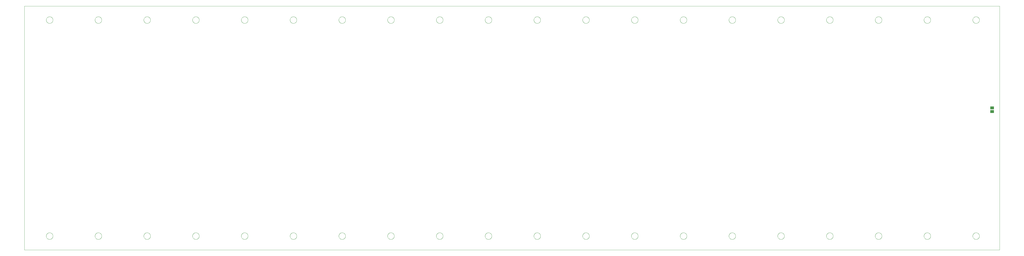
<source format=gtp>
G75*
%MOIN*%
%OFA0B0*%
%FSLAX25Y25*%
%IPPOS*%
%LPD*%
%AMOC8*
5,1,8,0,0,1.08239X$1,22.5*
%
%ADD10C,0.00000*%
%ADD11R,0.06300X0.04600*%
D10*
X0001300Y0001300D02*
X0001300Y0401300D01*
X1601300Y0401300D01*
X1601300Y0001300D01*
X0001300Y0001300D01*
X0037100Y0024100D02*
X0037102Y0024248D01*
X0037108Y0024396D01*
X0037118Y0024544D01*
X0037132Y0024692D01*
X0037150Y0024839D01*
X0037172Y0024986D01*
X0037198Y0025132D01*
X0037227Y0025277D01*
X0037261Y0025422D01*
X0037299Y0025565D01*
X0037340Y0025708D01*
X0037385Y0025849D01*
X0037435Y0025989D01*
X0037487Y0026127D01*
X0037544Y0026265D01*
X0037604Y0026400D01*
X0037668Y0026534D01*
X0037735Y0026666D01*
X0037806Y0026796D01*
X0037881Y0026925D01*
X0037959Y0027051D01*
X0038040Y0027175D01*
X0038124Y0027297D01*
X0038212Y0027416D01*
X0038303Y0027533D01*
X0038397Y0027648D01*
X0038495Y0027760D01*
X0038595Y0027869D01*
X0038698Y0027976D01*
X0038804Y0028080D01*
X0038912Y0028181D01*
X0039024Y0028279D01*
X0039138Y0028374D01*
X0039254Y0028465D01*
X0039373Y0028554D01*
X0039494Y0028639D01*
X0039618Y0028721D01*
X0039744Y0028800D01*
X0039871Y0028875D01*
X0040001Y0028947D01*
X0040133Y0029016D01*
X0040266Y0029080D01*
X0040401Y0029141D01*
X0040538Y0029199D01*
X0040676Y0029253D01*
X0040816Y0029303D01*
X0040957Y0029349D01*
X0041099Y0029391D01*
X0041242Y0029430D01*
X0041386Y0029464D01*
X0041532Y0029495D01*
X0041677Y0029522D01*
X0041824Y0029545D01*
X0041971Y0029564D01*
X0042119Y0029579D01*
X0042266Y0029590D01*
X0042415Y0029597D01*
X0042563Y0029600D01*
X0042711Y0029599D01*
X0042859Y0029594D01*
X0043007Y0029585D01*
X0043155Y0029572D01*
X0043303Y0029555D01*
X0043449Y0029534D01*
X0043596Y0029509D01*
X0043741Y0029480D01*
X0043886Y0029448D01*
X0044029Y0029411D01*
X0044172Y0029371D01*
X0044314Y0029326D01*
X0044454Y0029278D01*
X0044593Y0029226D01*
X0044730Y0029171D01*
X0044866Y0029111D01*
X0045001Y0029048D01*
X0045133Y0028982D01*
X0045264Y0028912D01*
X0045393Y0028838D01*
X0045519Y0028761D01*
X0045644Y0028681D01*
X0045766Y0028597D01*
X0045887Y0028510D01*
X0046004Y0028420D01*
X0046120Y0028326D01*
X0046232Y0028230D01*
X0046342Y0028131D01*
X0046450Y0028028D01*
X0046554Y0027923D01*
X0046656Y0027815D01*
X0046754Y0027704D01*
X0046850Y0027591D01*
X0046943Y0027475D01*
X0047032Y0027357D01*
X0047118Y0027236D01*
X0047201Y0027113D01*
X0047281Y0026988D01*
X0047357Y0026861D01*
X0047430Y0026731D01*
X0047499Y0026600D01*
X0047564Y0026467D01*
X0047627Y0026333D01*
X0047685Y0026196D01*
X0047740Y0026058D01*
X0047790Y0025919D01*
X0047838Y0025778D01*
X0047881Y0025637D01*
X0047921Y0025494D01*
X0047956Y0025350D01*
X0047988Y0025205D01*
X0048016Y0025059D01*
X0048040Y0024913D01*
X0048060Y0024766D01*
X0048076Y0024618D01*
X0048088Y0024471D01*
X0048096Y0024322D01*
X0048100Y0024174D01*
X0048100Y0024026D01*
X0048096Y0023878D01*
X0048088Y0023729D01*
X0048076Y0023582D01*
X0048060Y0023434D01*
X0048040Y0023287D01*
X0048016Y0023141D01*
X0047988Y0022995D01*
X0047956Y0022850D01*
X0047921Y0022706D01*
X0047881Y0022563D01*
X0047838Y0022422D01*
X0047790Y0022281D01*
X0047740Y0022142D01*
X0047685Y0022004D01*
X0047627Y0021867D01*
X0047564Y0021733D01*
X0047499Y0021600D01*
X0047430Y0021469D01*
X0047357Y0021339D01*
X0047281Y0021212D01*
X0047201Y0021087D01*
X0047118Y0020964D01*
X0047032Y0020843D01*
X0046943Y0020725D01*
X0046850Y0020609D01*
X0046754Y0020496D01*
X0046656Y0020385D01*
X0046554Y0020277D01*
X0046450Y0020172D01*
X0046342Y0020069D01*
X0046232Y0019970D01*
X0046120Y0019874D01*
X0046004Y0019780D01*
X0045887Y0019690D01*
X0045766Y0019603D01*
X0045644Y0019519D01*
X0045519Y0019439D01*
X0045393Y0019362D01*
X0045264Y0019288D01*
X0045133Y0019218D01*
X0045001Y0019152D01*
X0044866Y0019089D01*
X0044730Y0019029D01*
X0044593Y0018974D01*
X0044454Y0018922D01*
X0044314Y0018874D01*
X0044172Y0018829D01*
X0044029Y0018789D01*
X0043886Y0018752D01*
X0043741Y0018720D01*
X0043596Y0018691D01*
X0043449Y0018666D01*
X0043303Y0018645D01*
X0043155Y0018628D01*
X0043007Y0018615D01*
X0042859Y0018606D01*
X0042711Y0018601D01*
X0042563Y0018600D01*
X0042415Y0018603D01*
X0042266Y0018610D01*
X0042119Y0018621D01*
X0041971Y0018636D01*
X0041824Y0018655D01*
X0041677Y0018678D01*
X0041532Y0018705D01*
X0041386Y0018736D01*
X0041242Y0018770D01*
X0041099Y0018809D01*
X0040957Y0018851D01*
X0040816Y0018897D01*
X0040676Y0018947D01*
X0040538Y0019001D01*
X0040401Y0019059D01*
X0040266Y0019120D01*
X0040133Y0019184D01*
X0040001Y0019253D01*
X0039871Y0019325D01*
X0039744Y0019400D01*
X0039618Y0019479D01*
X0039494Y0019561D01*
X0039373Y0019646D01*
X0039254Y0019735D01*
X0039138Y0019826D01*
X0039024Y0019921D01*
X0038912Y0020019D01*
X0038804Y0020120D01*
X0038698Y0020224D01*
X0038595Y0020331D01*
X0038495Y0020440D01*
X0038397Y0020552D01*
X0038303Y0020667D01*
X0038212Y0020784D01*
X0038124Y0020903D01*
X0038040Y0021025D01*
X0037959Y0021149D01*
X0037881Y0021275D01*
X0037806Y0021404D01*
X0037735Y0021534D01*
X0037668Y0021666D01*
X0037604Y0021800D01*
X0037544Y0021935D01*
X0037487Y0022073D01*
X0037435Y0022211D01*
X0037385Y0022351D01*
X0037340Y0022492D01*
X0037299Y0022635D01*
X0037261Y0022778D01*
X0037227Y0022923D01*
X0037198Y0023068D01*
X0037172Y0023214D01*
X0037150Y0023361D01*
X0037132Y0023508D01*
X0037118Y0023656D01*
X0037108Y0023804D01*
X0037102Y0023952D01*
X0037100Y0024100D01*
X0117100Y0024100D02*
X0117102Y0024248D01*
X0117108Y0024396D01*
X0117118Y0024544D01*
X0117132Y0024692D01*
X0117150Y0024839D01*
X0117172Y0024986D01*
X0117198Y0025132D01*
X0117227Y0025277D01*
X0117261Y0025422D01*
X0117299Y0025565D01*
X0117340Y0025708D01*
X0117385Y0025849D01*
X0117435Y0025989D01*
X0117487Y0026127D01*
X0117544Y0026265D01*
X0117604Y0026400D01*
X0117668Y0026534D01*
X0117735Y0026666D01*
X0117806Y0026796D01*
X0117881Y0026925D01*
X0117959Y0027051D01*
X0118040Y0027175D01*
X0118124Y0027297D01*
X0118212Y0027416D01*
X0118303Y0027533D01*
X0118397Y0027648D01*
X0118495Y0027760D01*
X0118595Y0027869D01*
X0118698Y0027976D01*
X0118804Y0028080D01*
X0118912Y0028181D01*
X0119024Y0028279D01*
X0119138Y0028374D01*
X0119254Y0028465D01*
X0119373Y0028554D01*
X0119494Y0028639D01*
X0119618Y0028721D01*
X0119744Y0028800D01*
X0119871Y0028875D01*
X0120001Y0028947D01*
X0120133Y0029016D01*
X0120266Y0029080D01*
X0120401Y0029141D01*
X0120538Y0029199D01*
X0120676Y0029253D01*
X0120816Y0029303D01*
X0120957Y0029349D01*
X0121099Y0029391D01*
X0121242Y0029430D01*
X0121386Y0029464D01*
X0121532Y0029495D01*
X0121677Y0029522D01*
X0121824Y0029545D01*
X0121971Y0029564D01*
X0122119Y0029579D01*
X0122266Y0029590D01*
X0122415Y0029597D01*
X0122563Y0029600D01*
X0122711Y0029599D01*
X0122859Y0029594D01*
X0123007Y0029585D01*
X0123155Y0029572D01*
X0123303Y0029555D01*
X0123449Y0029534D01*
X0123596Y0029509D01*
X0123741Y0029480D01*
X0123886Y0029448D01*
X0124029Y0029411D01*
X0124172Y0029371D01*
X0124314Y0029326D01*
X0124454Y0029278D01*
X0124593Y0029226D01*
X0124730Y0029171D01*
X0124866Y0029111D01*
X0125001Y0029048D01*
X0125133Y0028982D01*
X0125264Y0028912D01*
X0125393Y0028838D01*
X0125519Y0028761D01*
X0125644Y0028681D01*
X0125766Y0028597D01*
X0125887Y0028510D01*
X0126004Y0028420D01*
X0126120Y0028326D01*
X0126232Y0028230D01*
X0126342Y0028131D01*
X0126450Y0028028D01*
X0126554Y0027923D01*
X0126656Y0027815D01*
X0126754Y0027704D01*
X0126850Y0027591D01*
X0126943Y0027475D01*
X0127032Y0027357D01*
X0127118Y0027236D01*
X0127201Y0027113D01*
X0127281Y0026988D01*
X0127357Y0026861D01*
X0127430Y0026731D01*
X0127499Y0026600D01*
X0127564Y0026467D01*
X0127627Y0026333D01*
X0127685Y0026196D01*
X0127740Y0026058D01*
X0127790Y0025919D01*
X0127838Y0025778D01*
X0127881Y0025637D01*
X0127921Y0025494D01*
X0127956Y0025350D01*
X0127988Y0025205D01*
X0128016Y0025059D01*
X0128040Y0024913D01*
X0128060Y0024766D01*
X0128076Y0024618D01*
X0128088Y0024471D01*
X0128096Y0024322D01*
X0128100Y0024174D01*
X0128100Y0024026D01*
X0128096Y0023878D01*
X0128088Y0023729D01*
X0128076Y0023582D01*
X0128060Y0023434D01*
X0128040Y0023287D01*
X0128016Y0023141D01*
X0127988Y0022995D01*
X0127956Y0022850D01*
X0127921Y0022706D01*
X0127881Y0022563D01*
X0127838Y0022422D01*
X0127790Y0022281D01*
X0127740Y0022142D01*
X0127685Y0022004D01*
X0127627Y0021867D01*
X0127564Y0021733D01*
X0127499Y0021600D01*
X0127430Y0021469D01*
X0127357Y0021339D01*
X0127281Y0021212D01*
X0127201Y0021087D01*
X0127118Y0020964D01*
X0127032Y0020843D01*
X0126943Y0020725D01*
X0126850Y0020609D01*
X0126754Y0020496D01*
X0126656Y0020385D01*
X0126554Y0020277D01*
X0126450Y0020172D01*
X0126342Y0020069D01*
X0126232Y0019970D01*
X0126120Y0019874D01*
X0126004Y0019780D01*
X0125887Y0019690D01*
X0125766Y0019603D01*
X0125644Y0019519D01*
X0125519Y0019439D01*
X0125393Y0019362D01*
X0125264Y0019288D01*
X0125133Y0019218D01*
X0125001Y0019152D01*
X0124866Y0019089D01*
X0124730Y0019029D01*
X0124593Y0018974D01*
X0124454Y0018922D01*
X0124314Y0018874D01*
X0124172Y0018829D01*
X0124029Y0018789D01*
X0123886Y0018752D01*
X0123741Y0018720D01*
X0123596Y0018691D01*
X0123449Y0018666D01*
X0123303Y0018645D01*
X0123155Y0018628D01*
X0123007Y0018615D01*
X0122859Y0018606D01*
X0122711Y0018601D01*
X0122563Y0018600D01*
X0122415Y0018603D01*
X0122266Y0018610D01*
X0122119Y0018621D01*
X0121971Y0018636D01*
X0121824Y0018655D01*
X0121677Y0018678D01*
X0121532Y0018705D01*
X0121386Y0018736D01*
X0121242Y0018770D01*
X0121099Y0018809D01*
X0120957Y0018851D01*
X0120816Y0018897D01*
X0120676Y0018947D01*
X0120538Y0019001D01*
X0120401Y0019059D01*
X0120266Y0019120D01*
X0120133Y0019184D01*
X0120001Y0019253D01*
X0119871Y0019325D01*
X0119744Y0019400D01*
X0119618Y0019479D01*
X0119494Y0019561D01*
X0119373Y0019646D01*
X0119254Y0019735D01*
X0119138Y0019826D01*
X0119024Y0019921D01*
X0118912Y0020019D01*
X0118804Y0020120D01*
X0118698Y0020224D01*
X0118595Y0020331D01*
X0118495Y0020440D01*
X0118397Y0020552D01*
X0118303Y0020667D01*
X0118212Y0020784D01*
X0118124Y0020903D01*
X0118040Y0021025D01*
X0117959Y0021149D01*
X0117881Y0021275D01*
X0117806Y0021404D01*
X0117735Y0021534D01*
X0117668Y0021666D01*
X0117604Y0021800D01*
X0117544Y0021935D01*
X0117487Y0022073D01*
X0117435Y0022211D01*
X0117385Y0022351D01*
X0117340Y0022492D01*
X0117299Y0022635D01*
X0117261Y0022778D01*
X0117227Y0022923D01*
X0117198Y0023068D01*
X0117172Y0023214D01*
X0117150Y0023361D01*
X0117132Y0023508D01*
X0117118Y0023656D01*
X0117108Y0023804D01*
X0117102Y0023952D01*
X0117100Y0024100D01*
X0197100Y0024100D02*
X0197102Y0024248D01*
X0197108Y0024396D01*
X0197118Y0024544D01*
X0197132Y0024692D01*
X0197150Y0024839D01*
X0197172Y0024986D01*
X0197198Y0025132D01*
X0197227Y0025277D01*
X0197261Y0025422D01*
X0197299Y0025565D01*
X0197340Y0025708D01*
X0197385Y0025849D01*
X0197435Y0025989D01*
X0197487Y0026127D01*
X0197544Y0026265D01*
X0197604Y0026400D01*
X0197668Y0026534D01*
X0197735Y0026666D01*
X0197806Y0026796D01*
X0197881Y0026925D01*
X0197959Y0027051D01*
X0198040Y0027175D01*
X0198124Y0027297D01*
X0198212Y0027416D01*
X0198303Y0027533D01*
X0198397Y0027648D01*
X0198495Y0027760D01*
X0198595Y0027869D01*
X0198698Y0027976D01*
X0198804Y0028080D01*
X0198912Y0028181D01*
X0199024Y0028279D01*
X0199138Y0028374D01*
X0199254Y0028465D01*
X0199373Y0028554D01*
X0199494Y0028639D01*
X0199618Y0028721D01*
X0199744Y0028800D01*
X0199871Y0028875D01*
X0200001Y0028947D01*
X0200133Y0029016D01*
X0200266Y0029080D01*
X0200401Y0029141D01*
X0200538Y0029199D01*
X0200676Y0029253D01*
X0200816Y0029303D01*
X0200957Y0029349D01*
X0201099Y0029391D01*
X0201242Y0029430D01*
X0201386Y0029464D01*
X0201532Y0029495D01*
X0201677Y0029522D01*
X0201824Y0029545D01*
X0201971Y0029564D01*
X0202119Y0029579D01*
X0202266Y0029590D01*
X0202415Y0029597D01*
X0202563Y0029600D01*
X0202711Y0029599D01*
X0202859Y0029594D01*
X0203007Y0029585D01*
X0203155Y0029572D01*
X0203303Y0029555D01*
X0203449Y0029534D01*
X0203596Y0029509D01*
X0203741Y0029480D01*
X0203886Y0029448D01*
X0204029Y0029411D01*
X0204172Y0029371D01*
X0204314Y0029326D01*
X0204454Y0029278D01*
X0204593Y0029226D01*
X0204730Y0029171D01*
X0204866Y0029111D01*
X0205001Y0029048D01*
X0205133Y0028982D01*
X0205264Y0028912D01*
X0205393Y0028838D01*
X0205519Y0028761D01*
X0205644Y0028681D01*
X0205766Y0028597D01*
X0205887Y0028510D01*
X0206004Y0028420D01*
X0206120Y0028326D01*
X0206232Y0028230D01*
X0206342Y0028131D01*
X0206450Y0028028D01*
X0206554Y0027923D01*
X0206656Y0027815D01*
X0206754Y0027704D01*
X0206850Y0027591D01*
X0206943Y0027475D01*
X0207032Y0027357D01*
X0207118Y0027236D01*
X0207201Y0027113D01*
X0207281Y0026988D01*
X0207357Y0026861D01*
X0207430Y0026731D01*
X0207499Y0026600D01*
X0207564Y0026467D01*
X0207627Y0026333D01*
X0207685Y0026196D01*
X0207740Y0026058D01*
X0207790Y0025919D01*
X0207838Y0025778D01*
X0207881Y0025637D01*
X0207921Y0025494D01*
X0207956Y0025350D01*
X0207988Y0025205D01*
X0208016Y0025059D01*
X0208040Y0024913D01*
X0208060Y0024766D01*
X0208076Y0024618D01*
X0208088Y0024471D01*
X0208096Y0024322D01*
X0208100Y0024174D01*
X0208100Y0024026D01*
X0208096Y0023878D01*
X0208088Y0023729D01*
X0208076Y0023582D01*
X0208060Y0023434D01*
X0208040Y0023287D01*
X0208016Y0023141D01*
X0207988Y0022995D01*
X0207956Y0022850D01*
X0207921Y0022706D01*
X0207881Y0022563D01*
X0207838Y0022422D01*
X0207790Y0022281D01*
X0207740Y0022142D01*
X0207685Y0022004D01*
X0207627Y0021867D01*
X0207564Y0021733D01*
X0207499Y0021600D01*
X0207430Y0021469D01*
X0207357Y0021339D01*
X0207281Y0021212D01*
X0207201Y0021087D01*
X0207118Y0020964D01*
X0207032Y0020843D01*
X0206943Y0020725D01*
X0206850Y0020609D01*
X0206754Y0020496D01*
X0206656Y0020385D01*
X0206554Y0020277D01*
X0206450Y0020172D01*
X0206342Y0020069D01*
X0206232Y0019970D01*
X0206120Y0019874D01*
X0206004Y0019780D01*
X0205887Y0019690D01*
X0205766Y0019603D01*
X0205644Y0019519D01*
X0205519Y0019439D01*
X0205393Y0019362D01*
X0205264Y0019288D01*
X0205133Y0019218D01*
X0205001Y0019152D01*
X0204866Y0019089D01*
X0204730Y0019029D01*
X0204593Y0018974D01*
X0204454Y0018922D01*
X0204314Y0018874D01*
X0204172Y0018829D01*
X0204029Y0018789D01*
X0203886Y0018752D01*
X0203741Y0018720D01*
X0203596Y0018691D01*
X0203449Y0018666D01*
X0203303Y0018645D01*
X0203155Y0018628D01*
X0203007Y0018615D01*
X0202859Y0018606D01*
X0202711Y0018601D01*
X0202563Y0018600D01*
X0202415Y0018603D01*
X0202266Y0018610D01*
X0202119Y0018621D01*
X0201971Y0018636D01*
X0201824Y0018655D01*
X0201677Y0018678D01*
X0201532Y0018705D01*
X0201386Y0018736D01*
X0201242Y0018770D01*
X0201099Y0018809D01*
X0200957Y0018851D01*
X0200816Y0018897D01*
X0200676Y0018947D01*
X0200538Y0019001D01*
X0200401Y0019059D01*
X0200266Y0019120D01*
X0200133Y0019184D01*
X0200001Y0019253D01*
X0199871Y0019325D01*
X0199744Y0019400D01*
X0199618Y0019479D01*
X0199494Y0019561D01*
X0199373Y0019646D01*
X0199254Y0019735D01*
X0199138Y0019826D01*
X0199024Y0019921D01*
X0198912Y0020019D01*
X0198804Y0020120D01*
X0198698Y0020224D01*
X0198595Y0020331D01*
X0198495Y0020440D01*
X0198397Y0020552D01*
X0198303Y0020667D01*
X0198212Y0020784D01*
X0198124Y0020903D01*
X0198040Y0021025D01*
X0197959Y0021149D01*
X0197881Y0021275D01*
X0197806Y0021404D01*
X0197735Y0021534D01*
X0197668Y0021666D01*
X0197604Y0021800D01*
X0197544Y0021935D01*
X0197487Y0022073D01*
X0197435Y0022211D01*
X0197385Y0022351D01*
X0197340Y0022492D01*
X0197299Y0022635D01*
X0197261Y0022778D01*
X0197227Y0022923D01*
X0197198Y0023068D01*
X0197172Y0023214D01*
X0197150Y0023361D01*
X0197132Y0023508D01*
X0197118Y0023656D01*
X0197108Y0023804D01*
X0197102Y0023952D01*
X0197100Y0024100D01*
X0277100Y0024100D02*
X0277102Y0024248D01*
X0277108Y0024396D01*
X0277118Y0024544D01*
X0277132Y0024692D01*
X0277150Y0024839D01*
X0277172Y0024986D01*
X0277198Y0025132D01*
X0277227Y0025277D01*
X0277261Y0025422D01*
X0277299Y0025565D01*
X0277340Y0025708D01*
X0277385Y0025849D01*
X0277435Y0025989D01*
X0277487Y0026127D01*
X0277544Y0026265D01*
X0277604Y0026400D01*
X0277668Y0026534D01*
X0277735Y0026666D01*
X0277806Y0026796D01*
X0277881Y0026925D01*
X0277959Y0027051D01*
X0278040Y0027175D01*
X0278124Y0027297D01*
X0278212Y0027416D01*
X0278303Y0027533D01*
X0278397Y0027648D01*
X0278495Y0027760D01*
X0278595Y0027869D01*
X0278698Y0027976D01*
X0278804Y0028080D01*
X0278912Y0028181D01*
X0279024Y0028279D01*
X0279138Y0028374D01*
X0279254Y0028465D01*
X0279373Y0028554D01*
X0279494Y0028639D01*
X0279618Y0028721D01*
X0279744Y0028800D01*
X0279871Y0028875D01*
X0280001Y0028947D01*
X0280133Y0029016D01*
X0280266Y0029080D01*
X0280401Y0029141D01*
X0280538Y0029199D01*
X0280676Y0029253D01*
X0280816Y0029303D01*
X0280957Y0029349D01*
X0281099Y0029391D01*
X0281242Y0029430D01*
X0281386Y0029464D01*
X0281532Y0029495D01*
X0281677Y0029522D01*
X0281824Y0029545D01*
X0281971Y0029564D01*
X0282119Y0029579D01*
X0282266Y0029590D01*
X0282415Y0029597D01*
X0282563Y0029600D01*
X0282711Y0029599D01*
X0282859Y0029594D01*
X0283007Y0029585D01*
X0283155Y0029572D01*
X0283303Y0029555D01*
X0283449Y0029534D01*
X0283596Y0029509D01*
X0283741Y0029480D01*
X0283886Y0029448D01*
X0284029Y0029411D01*
X0284172Y0029371D01*
X0284314Y0029326D01*
X0284454Y0029278D01*
X0284593Y0029226D01*
X0284730Y0029171D01*
X0284866Y0029111D01*
X0285001Y0029048D01*
X0285133Y0028982D01*
X0285264Y0028912D01*
X0285393Y0028838D01*
X0285519Y0028761D01*
X0285644Y0028681D01*
X0285766Y0028597D01*
X0285887Y0028510D01*
X0286004Y0028420D01*
X0286120Y0028326D01*
X0286232Y0028230D01*
X0286342Y0028131D01*
X0286450Y0028028D01*
X0286554Y0027923D01*
X0286656Y0027815D01*
X0286754Y0027704D01*
X0286850Y0027591D01*
X0286943Y0027475D01*
X0287032Y0027357D01*
X0287118Y0027236D01*
X0287201Y0027113D01*
X0287281Y0026988D01*
X0287357Y0026861D01*
X0287430Y0026731D01*
X0287499Y0026600D01*
X0287564Y0026467D01*
X0287627Y0026333D01*
X0287685Y0026196D01*
X0287740Y0026058D01*
X0287790Y0025919D01*
X0287838Y0025778D01*
X0287881Y0025637D01*
X0287921Y0025494D01*
X0287956Y0025350D01*
X0287988Y0025205D01*
X0288016Y0025059D01*
X0288040Y0024913D01*
X0288060Y0024766D01*
X0288076Y0024618D01*
X0288088Y0024471D01*
X0288096Y0024322D01*
X0288100Y0024174D01*
X0288100Y0024026D01*
X0288096Y0023878D01*
X0288088Y0023729D01*
X0288076Y0023582D01*
X0288060Y0023434D01*
X0288040Y0023287D01*
X0288016Y0023141D01*
X0287988Y0022995D01*
X0287956Y0022850D01*
X0287921Y0022706D01*
X0287881Y0022563D01*
X0287838Y0022422D01*
X0287790Y0022281D01*
X0287740Y0022142D01*
X0287685Y0022004D01*
X0287627Y0021867D01*
X0287564Y0021733D01*
X0287499Y0021600D01*
X0287430Y0021469D01*
X0287357Y0021339D01*
X0287281Y0021212D01*
X0287201Y0021087D01*
X0287118Y0020964D01*
X0287032Y0020843D01*
X0286943Y0020725D01*
X0286850Y0020609D01*
X0286754Y0020496D01*
X0286656Y0020385D01*
X0286554Y0020277D01*
X0286450Y0020172D01*
X0286342Y0020069D01*
X0286232Y0019970D01*
X0286120Y0019874D01*
X0286004Y0019780D01*
X0285887Y0019690D01*
X0285766Y0019603D01*
X0285644Y0019519D01*
X0285519Y0019439D01*
X0285393Y0019362D01*
X0285264Y0019288D01*
X0285133Y0019218D01*
X0285001Y0019152D01*
X0284866Y0019089D01*
X0284730Y0019029D01*
X0284593Y0018974D01*
X0284454Y0018922D01*
X0284314Y0018874D01*
X0284172Y0018829D01*
X0284029Y0018789D01*
X0283886Y0018752D01*
X0283741Y0018720D01*
X0283596Y0018691D01*
X0283449Y0018666D01*
X0283303Y0018645D01*
X0283155Y0018628D01*
X0283007Y0018615D01*
X0282859Y0018606D01*
X0282711Y0018601D01*
X0282563Y0018600D01*
X0282415Y0018603D01*
X0282266Y0018610D01*
X0282119Y0018621D01*
X0281971Y0018636D01*
X0281824Y0018655D01*
X0281677Y0018678D01*
X0281532Y0018705D01*
X0281386Y0018736D01*
X0281242Y0018770D01*
X0281099Y0018809D01*
X0280957Y0018851D01*
X0280816Y0018897D01*
X0280676Y0018947D01*
X0280538Y0019001D01*
X0280401Y0019059D01*
X0280266Y0019120D01*
X0280133Y0019184D01*
X0280001Y0019253D01*
X0279871Y0019325D01*
X0279744Y0019400D01*
X0279618Y0019479D01*
X0279494Y0019561D01*
X0279373Y0019646D01*
X0279254Y0019735D01*
X0279138Y0019826D01*
X0279024Y0019921D01*
X0278912Y0020019D01*
X0278804Y0020120D01*
X0278698Y0020224D01*
X0278595Y0020331D01*
X0278495Y0020440D01*
X0278397Y0020552D01*
X0278303Y0020667D01*
X0278212Y0020784D01*
X0278124Y0020903D01*
X0278040Y0021025D01*
X0277959Y0021149D01*
X0277881Y0021275D01*
X0277806Y0021404D01*
X0277735Y0021534D01*
X0277668Y0021666D01*
X0277604Y0021800D01*
X0277544Y0021935D01*
X0277487Y0022073D01*
X0277435Y0022211D01*
X0277385Y0022351D01*
X0277340Y0022492D01*
X0277299Y0022635D01*
X0277261Y0022778D01*
X0277227Y0022923D01*
X0277198Y0023068D01*
X0277172Y0023214D01*
X0277150Y0023361D01*
X0277132Y0023508D01*
X0277118Y0023656D01*
X0277108Y0023804D01*
X0277102Y0023952D01*
X0277100Y0024100D01*
X0357100Y0024100D02*
X0357102Y0024248D01*
X0357108Y0024396D01*
X0357118Y0024544D01*
X0357132Y0024692D01*
X0357150Y0024839D01*
X0357172Y0024986D01*
X0357198Y0025132D01*
X0357227Y0025277D01*
X0357261Y0025422D01*
X0357299Y0025565D01*
X0357340Y0025708D01*
X0357385Y0025849D01*
X0357435Y0025989D01*
X0357487Y0026127D01*
X0357544Y0026265D01*
X0357604Y0026400D01*
X0357668Y0026534D01*
X0357735Y0026666D01*
X0357806Y0026796D01*
X0357881Y0026925D01*
X0357959Y0027051D01*
X0358040Y0027175D01*
X0358124Y0027297D01*
X0358212Y0027416D01*
X0358303Y0027533D01*
X0358397Y0027648D01*
X0358495Y0027760D01*
X0358595Y0027869D01*
X0358698Y0027976D01*
X0358804Y0028080D01*
X0358912Y0028181D01*
X0359024Y0028279D01*
X0359138Y0028374D01*
X0359254Y0028465D01*
X0359373Y0028554D01*
X0359494Y0028639D01*
X0359618Y0028721D01*
X0359744Y0028800D01*
X0359871Y0028875D01*
X0360001Y0028947D01*
X0360133Y0029016D01*
X0360266Y0029080D01*
X0360401Y0029141D01*
X0360538Y0029199D01*
X0360676Y0029253D01*
X0360816Y0029303D01*
X0360957Y0029349D01*
X0361099Y0029391D01*
X0361242Y0029430D01*
X0361386Y0029464D01*
X0361532Y0029495D01*
X0361677Y0029522D01*
X0361824Y0029545D01*
X0361971Y0029564D01*
X0362119Y0029579D01*
X0362266Y0029590D01*
X0362415Y0029597D01*
X0362563Y0029600D01*
X0362711Y0029599D01*
X0362859Y0029594D01*
X0363007Y0029585D01*
X0363155Y0029572D01*
X0363303Y0029555D01*
X0363449Y0029534D01*
X0363596Y0029509D01*
X0363741Y0029480D01*
X0363886Y0029448D01*
X0364029Y0029411D01*
X0364172Y0029371D01*
X0364314Y0029326D01*
X0364454Y0029278D01*
X0364593Y0029226D01*
X0364730Y0029171D01*
X0364866Y0029111D01*
X0365001Y0029048D01*
X0365133Y0028982D01*
X0365264Y0028912D01*
X0365393Y0028838D01*
X0365519Y0028761D01*
X0365644Y0028681D01*
X0365766Y0028597D01*
X0365887Y0028510D01*
X0366004Y0028420D01*
X0366120Y0028326D01*
X0366232Y0028230D01*
X0366342Y0028131D01*
X0366450Y0028028D01*
X0366554Y0027923D01*
X0366656Y0027815D01*
X0366754Y0027704D01*
X0366850Y0027591D01*
X0366943Y0027475D01*
X0367032Y0027357D01*
X0367118Y0027236D01*
X0367201Y0027113D01*
X0367281Y0026988D01*
X0367357Y0026861D01*
X0367430Y0026731D01*
X0367499Y0026600D01*
X0367564Y0026467D01*
X0367627Y0026333D01*
X0367685Y0026196D01*
X0367740Y0026058D01*
X0367790Y0025919D01*
X0367838Y0025778D01*
X0367881Y0025637D01*
X0367921Y0025494D01*
X0367956Y0025350D01*
X0367988Y0025205D01*
X0368016Y0025059D01*
X0368040Y0024913D01*
X0368060Y0024766D01*
X0368076Y0024618D01*
X0368088Y0024471D01*
X0368096Y0024322D01*
X0368100Y0024174D01*
X0368100Y0024026D01*
X0368096Y0023878D01*
X0368088Y0023729D01*
X0368076Y0023582D01*
X0368060Y0023434D01*
X0368040Y0023287D01*
X0368016Y0023141D01*
X0367988Y0022995D01*
X0367956Y0022850D01*
X0367921Y0022706D01*
X0367881Y0022563D01*
X0367838Y0022422D01*
X0367790Y0022281D01*
X0367740Y0022142D01*
X0367685Y0022004D01*
X0367627Y0021867D01*
X0367564Y0021733D01*
X0367499Y0021600D01*
X0367430Y0021469D01*
X0367357Y0021339D01*
X0367281Y0021212D01*
X0367201Y0021087D01*
X0367118Y0020964D01*
X0367032Y0020843D01*
X0366943Y0020725D01*
X0366850Y0020609D01*
X0366754Y0020496D01*
X0366656Y0020385D01*
X0366554Y0020277D01*
X0366450Y0020172D01*
X0366342Y0020069D01*
X0366232Y0019970D01*
X0366120Y0019874D01*
X0366004Y0019780D01*
X0365887Y0019690D01*
X0365766Y0019603D01*
X0365644Y0019519D01*
X0365519Y0019439D01*
X0365393Y0019362D01*
X0365264Y0019288D01*
X0365133Y0019218D01*
X0365001Y0019152D01*
X0364866Y0019089D01*
X0364730Y0019029D01*
X0364593Y0018974D01*
X0364454Y0018922D01*
X0364314Y0018874D01*
X0364172Y0018829D01*
X0364029Y0018789D01*
X0363886Y0018752D01*
X0363741Y0018720D01*
X0363596Y0018691D01*
X0363449Y0018666D01*
X0363303Y0018645D01*
X0363155Y0018628D01*
X0363007Y0018615D01*
X0362859Y0018606D01*
X0362711Y0018601D01*
X0362563Y0018600D01*
X0362415Y0018603D01*
X0362266Y0018610D01*
X0362119Y0018621D01*
X0361971Y0018636D01*
X0361824Y0018655D01*
X0361677Y0018678D01*
X0361532Y0018705D01*
X0361386Y0018736D01*
X0361242Y0018770D01*
X0361099Y0018809D01*
X0360957Y0018851D01*
X0360816Y0018897D01*
X0360676Y0018947D01*
X0360538Y0019001D01*
X0360401Y0019059D01*
X0360266Y0019120D01*
X0360133Y0019184D01*
X0360001Y0019253D01*
X0359871Y0019325D01*
X0359744Y0019400D01*
X0359618Y0019479D01*
X0359494Y0019561D01*
X0359373Y0019646D01*
X0359254Y0019735D01*
X0359138Y0019826D01*
X0359024Y0019921D01*
X0358912Y0020019D01*
X0358804Y0020120D01*
X0358698Y0020224D01*
X0358595Y0020331D01*
X0358495Y0020440D01*
X0358397Y0020552D01*
X0358303Y0020667D01*
X0358212Y0020784D01*
X0358124Y0020903D01*
X0358040Y0021025D01*
X0357959Y0021149D01*
X0357881Y0021275D01*
X0357806Y0021404D01*
X0357735Y0021534D01*
X0357668Y0021666D01*
X0357604Y0021800D01*
X0357544Y0021935D01*
X0357487Y0022073D01*
X0357435Y0022211D01*
X0357385Y0022351D01*
X0357340Y0022492D01*
X0357299Y0022635D01*
X0357261Y0022778D01*
X0357227Y0022923D01*
X0357198Y0023068D01*
X0357172Y0023214D01*
X0357150Y0023361D01*
X0357132Y0023508D01*
X0357118Y0023656D01*
X0357108Y0023804D01*
X0357102Y0023952D01*
X0357100Y0024100D01*
X0437100Y0024100D02*
X0437102Y0024248D01*
X0437108Y0024396D01*
X0437118Y0024544D01*
X0437132Y0024692D01*
X0437150Y0024839D01*
X0437172Y0024986D01*
X0437198Y0025132D01*
X0437227Y0025277D01*
X0437261Y0025422D01*
X0437299Y0025565D01*
X0437340Y0025708D01*
X0437385Y0025849D01*
X0437435Y0025989D01*
X0437487Y0026127D01*
X0437544Y0026265D01*
X0437604Y0026400D01*
X0437668Y0026534D01*
X0437735Y0026666D01*
X0437806Y0026796D01*
X0437881Y0026925D01*
X0437959Y0027051D01*
X0438040Y0027175D01*
X0438124Y0027297D01*
X0438212Y0027416D01*
X0438303Y0027533D01*
X0438397Y0027648D01*
X0438495Y0027760D01*
X0438595Y0027869D01*
X0438698Y0027976D01*
X0438804Y0028080D01*
X0438912Y0028181D01*
X0439024Y0028279D01*
X0439138Y0028374D01*
X0439254Y0028465D01*
X0439373Y0028554D01*
X0439494Y0028639D01*
X0439618Y0028721D01*
X0439744Y0028800D01*
X0439871Y0028875D01*
X0440001Y0028947D01*
X0440133Y0029016D01*
X0440266Y0029080D01*
X0440401Y0029141D01*
X0440538Y0029199D01*
X0440676Y0029253D01*
X0440816Y0029303D01*
X0440957Y0029349D01*
X0441099Y0029391D01*
X0441242Y0029430D01*
X0441386Y0029464D01*
X0441532Y0029495D01*
X0441677Y0029522D01*
X0441824Y0029545D01*
X0441971Y0029564D01*
X0442119Y0029579D01*
X0442266Y0029590D01*
X0442415Y0029597D01*
X0442563Y0029600D01*
X0442711Y0029599D01*
X0442859Y0029594D01*
X0443007Y0029585D01*
X0443155Y0029572D01*
X0443303Y0029555D01*
X0443449Y0029534D01*
X0443596Y0029509D01*
X0443741Y0029480D01*
X0443886Y0029448D01*
X0444029Y0029411D01*
X0444172Y0029371D01*
X0444314Y0029326D01*
X0444454Y0029278D01*
X0444593Y0029226D01*
X0444730Y0029171D01*
X0444866Y0029111D01*
X0445001Y0029048D01*
X0445133Y0028982D01*
X0445264Y0028912D01*
X0445393Y0028838D01*
X0445519Y0028761D01*
X0445644Y0028681D01*
X0445766Y0028597D01*
X0445887Y0028510D01*
X0446004Y0028420D01*
X0446120Y0028326D01*
X0446232Y0028230D01*
X0446342Y0028131D01*
X0446450Y0028028D01*
X0446554Y0027923D01*
X0446656Y0027815D01*
X0446754Y0027704D01*
X0446850Y0027591D01*
X0446943Y0027475D01*
X0447032Y0027357D01*
X0447118Y0027236D01*
X0447201Y0027113D01*
X0447281Y0026988D01*
X0447357Y0026861D01*
X0447430Y0026731D01*
X0447499Y0026600D01*
X0447564Y0026467D01*
X0447627Y0026333D01*
X0447685Y0026196D01*
X0447740Y0026058D01*
X0447790Y0025919D01*
X0447838Y0025778D01*
X0447881Y0025637D01*
X0447921Y0025494D01*
X0447956Y0025350D01*
X0447988Y0025205D01*
X0448016Y0025059D01*
X0448040Y0024913D01*
X0448060Y0024766D01*
X0448076Y0024618D01*
X0448088Y0024471D01*
X0448096Y0024322D01*
X0448100Y0024174D01*
X0448100Y0024026D01*
X0448096Y0023878D01*
X0448088Y0023729D01*
X0448076Y0023582D01*
X0448060Y0023434D01*
X0448040Y0023287D01*
X0448016Y0023141D01*
X0447988Y0022995D01*
X0447956Y0022850D01*
X0447921Y0022706D01*
X0447881Y0022563D01*
X0447838Y0022422D01*
X0447790Y0022281D01*
X0447740Y0022142D01*
X0447685Y0022004D01*
X0447627Y0021867D01*
X0447564Y0021733D01*
X0447499Y0021600D01*
X0447430Y0021469D01*
X0447357Y0021339D01*
X0447281Y0021212D01*
X0447201Y0021087D01*
X0447118Y0020964D01*
X0447032Y0020843D01*
X0446943Y0020725D01*
X0446850Y0020609D01*
X0446754Y0020496D01*
X0446656Y0020385D01*
X0446554Y0020277D01*
X0446450Y0020172D01*
X0446342Y0020069D01*
X0446232Y0019970D01*
X0446120Y0019874D01*
X0446004Y0019780D01*
X0445887Y0019690D01*
X0445766Y0019603D01*
X0445644Y0019519D01*
X0445519Y0019439D01*
X0445393Y0019362D01*
X0445264Y0019288D01*
X0445133Y0019218D01*
X0445001Y0019152D01*
X0444866Y0019089D01*
X0444730Y0019029D01*
X0444593Y0018974D01*
X0444454Y0018922D01*
X0444314Y0018874D01*
X0444172Y0018829D01*
X0444029Y0018789D01*
X0443886Y0018752D01*
X0443741Y0018720D01*
X0443596Y0018691D01*
X0443449Y0018666D01*
X0443303Y0018645D01*
X0443155Y0018628D01*
X0443007Y0018615D01*
X0442859Y0018606D01*
X0442711Y0018601D01*
X0442563Y0018600D01*
X0442415Y0018603D01*
X0442266Y0018610D01*
X0442119Y0018621D01*
X0441971Y0018636D01*
X0441824Y0018655D01*
X0441677Y0018678D01*
X0441532Y0018705D01*
X0441386Y0018736D01*
X0441242Y0018770D01*
X0441099Y0018809D01*
X0440957Y0018851D01*
X0440816Y0018897D01*
X0440676Y0018947D01*
X0440538Y0019001D01*
X0440401Y0019059D01*
X0440266Y0019120D01*
X0440133Y0019184D01*
X0440001Y0019253D01*
X0439871Y0019325D01*
X0439744Y0019400D01*
X0439618Y0019479D01*
X0439494Y0019561D01*
X0439373Y0019646D01*
X0439254Y0019735D01*
X0439138Y0019826D01*
X0439024Y0019921D01*
X0438912Y0020019D01*
X0438804Y0020120D01*
X0438698Y0020224D01*
X0438595Y0020331D01*
X0438495Y0020440D01*
X0438397Y0020552D01*
X0438303Y0020667D01*
X0438212Y0020784D01*
X0438124Y0020903D01*
X0438040Y0021025D01*
X0437959Y0021149D01*
X0437881Y0021275D01*
X0437806Y0021404D01*
X0437735Y0021534D01*
X0437668Y0021666D01*
X0437604Y0021800D01*
X0437544Y0021935D01*
X0437487Y0022073D01*
X0437435Y0022211D01*
X0437385Y0022351D01*
X0437340Y0022492D01*
X0437299Y0022635D01*
X0437261Y0022778D01*
X0437227Y0022923D01*
X0437198Y0023068D01*
X0437172Y0023214D01*
X0437150Y0023361D01*
X0437132Y0023508D01*
X0437118Y0023656D01*
X0437108Y0023804D01*
X0437102Y0023952D01*
X0437100Y0024100D01*
X0517100Y0024100D02*
X0517102Y0024248D01*
X0517108Y0024396D01*
X0517118Y0024544D01*
X0517132Y0024692D01*
X0517150Y0024839D01*
X0517172Y0024986D01*
X0517198Y0025132D01*
X0517227Y0025277D01*
X0517261Y0025422D01*
X0517299Y0025565D01*
X0517340Y0025708D01*
X0517385Y0025849D01*
X0517435Y0025989D01*
X0517487Y0026127D01*
X0517544Y0026265D01*
X0517604Y0026400D01*
X0517668Y0026534D01*
X0517735Y0026666D01*
X0517806Y0026796D01*
X0517881Y0026925D01*
X0517959Y0027051D01*
X0518040Y0027175D01*
X0518124Y0027297D01*
X0518212Y0027416D01*
X0518303Y0027533D01*
X0518397Y0027648D01*
X0518495Y0027760D01*
X0518595Y0027869D01*
X0518698Y0027976D01*
X0518804Y0028080D01*
X0518912Y0028181D01*
X0519024Y0028279D01*
X0519138Y0028374D01*
X0519254Y0028465D01*
X0519373Y0028554D01*
X0519494Y0028639D01*
X0519618Y0028721D01*
X0519744Y0028800D01*
X0519871Y0028875D01*
X0520001Y0028947D01*
X0520133Y0029016D01*
X0520266Y0029080D01*
X0520401Y0029141D01*
X0520538Y0029199D01*
X0520676Y0029253D01*
X0520816Y0029303D01*
X0520957Y0029349D01*
X0521099Y0029391D01*
X0521242Y0029430D01*
X0521386Y0029464D01*
X0521532Y0029495D01*
X0521677Y0029522D01*
X0521824Y0029545D01*
X0521971Y0029564D01*
X0522119Y0029579D01*
X0522266Y0029590D01*
X0522415Y0029597D01*
X0522563Y0029600D01*
X0522711Y0029599D01*
X0522859Y0029594D01*
X0523007Y0029585D01*
X0523155Y0029572D01*
X0523303Y0029555D01*
X0523449Y0029534D01*
X0523596Y0029509D01*
X0523741Y0029480D01*
X0523886Y0029448D01*
X0524029Y0029411D01*
X0524172Y0029371D01*
X0524314Y0029326D01*
X0524454Y0029278D01*
X0524593Y0029226D01*
X0524730Y0029171D01*
X0524866Y0029111D01*
X0525001Y0029048D01*
X0525133Y0028982D01*
X0525264Y0028912D01*
X0525393Y0028838D01*
X0525519Y0028761D01*
X0525644Y0028681D01*
X0525766Y0028597D01*
X0525887Y0028510D01*
X0526004Y0028420D01*
X0526120Y0028326D01*
X0526232Y0028230D01*
X0526342Y0028131D01*
X0526450Y0028028D01*
X0526554Y0027923D01*
X0526656Y0027815D01*
X0526754Y0027704D01*
X0526850Y0027591D01*
X0526943Y0027475D01*
X0527032Y0027357D01*
X0527118Y0027236D01*
X0527201Y0027113D01*
X0527281Y0026988D01*
X0527357Y0026861D01*
X0527430Y0026731D01*
X0527499Y0026600D01*
X0527564Y0026467D01*
X0527627Y0026333D01*
X0527685Y0026196D01*
X0527740Y0026058D01*
X0527790Y0025919D01*
X0527838Y0025778D01*
X0527881Y0025637D01*
X0527921Y0025494D01*
X0527956Y0025350D01*
X0527988Y0025205D01*
X0528016Y0025059D01*
X0528040Y0024913D01*
X0528060Y0024766D01*
X0528076Y0024618D01*
X0528088Y0024471D01*
X0528096Y0024322D01*
X0528100Y0024174D01*
X0528100Y0024026D01*
X0528096Y0023878D01*
X0528088Y0023729D01*
X0528076Y0023582D01*
X0528060Y0023434D01*
X0528040Y0023287D01*
X0528016Y0023141D01*
X0527988Y0022995D01*
X0527956Y0022850D01*
X0527921Y0022706D01*
X0527881Y0022563D01*
X0527838Y0022422D01*
X0527790Y0022281D01*
X0527740Y0022142D01*
X0527685Y0022004D01*
X0527627Y0021867D01*
X0527564Y0021733D01*
X0527499Y0021600D01*
X0527430Y0021469D01*
X0527357Y0021339D01*
X0527281Y0021212D01*
X0527201Y0021087D01*
X0527118Y0020964D01*
X0527032Y0020843D01*
X0526943Y0020725D01*
X0526850Y0020609D01*
X0526754Y0020496D01*
X0526656Y0020385D01*
X0526554Y0020277D01*
X0526450Y0020172D01*
X0526342Y0020069D01*
X0526232Y0019970D01*
X0526120Y0019874D01*
X0526004Y0019780D01*
X0525887Y0019690D01*
X0525766Y0019603D01*
X0525644Y0019519D01*
X0525519Y0019439D01*
X0525393Y0019362D01*
X0525264Y0019288D01*
X0525133Y0019218D01*
X0525001Y0019152D01*
X0524866Y0019089D01*
X0524730Y0019029D01*
X0524593Y0018974D01*
X0524454Y0018922D01*
X0524314Y0018874D01*
X0524172Y0018829D01*
X0524029Y0018789D01*
X0523886Y0018752D01*
X0523741Y0018720D01*
X0523596Y0018691D01*
X0523449Y0018666D01*
X0523303Y0018645D01*
X0523155Y0018628D01*
X0523007Y0018615D01*
X0522859Y0018606D01*
X0522711Y0018601D01*
X0522563Y0018600D01*
X0522415Y0018603D01*
X0522266Y0018610D01*
X0522119Y0018621D01*
X0521971Y0018636D01*
X0521824Y0018655D01*
X0521677Y0018678D01*
X0521532Y0018705D01*
X0521386Y0018736D01*
X0521242Y0018770D01*
X0521099Y0018809D01*
X0520957Y0018851D01*
X0520816Y0018897D01*
X0520676Y0018947D01*
X0520538Y0019001D01*
X0520401Y0019059D01*
X0520266Y0019120D01*
X0520133Y0019184D01*
X0520001Y0019253D01*
X0519871Y0019325D01*
X0519744Y0019400D01*
X0519618Y0019479D01*
X0519494Y0019561D01*
X0519373Y0019646D01*
X0519254Y0019735D01*
X0519138Y0019826D01*
X0519024Y0019921D01*
X0518912Y0020019D01*
X0518804Y0020120D01*
X0518698Y0020224D01*
X0518595Y0020331D01*
X0518495Y0020440D01*
X0518397Y0020552D01*
X0518303Y0020667D01*
X0518212Y0020784D01*
X0518124Y0020903D01*
X0518040Y0021025D01*
X0517959Y0021149D01*
X0517881Y0021275D01*
X0517806Y0021404D01*
X0517735Y0021534D01*
X0517668Y0021666D01*
X0517604Y0021800D01*
X0517544Y0021935D01*
X0517487Y0022073D01*
X0517435Y0022211D01*
X0517385Y0022351D01*
X0517340Y0022492D01*
X0517299Y0022635D01*
X0517261Y0022778D01*
X0517227Y0022923D01*
X0517198Y0023068D01*
X0517172Y0023214D01*
X0517150Y0023361D01*
X0517132Y0023508D01*
X0517118Y0023656D01*
X0517108Y0023804D01*
X0517102Y0023952D01*
X0517100Y0024100D01*
X0597100Y0024100D02*
X0597102Y0024248D01*
X0597108Y0024396D01*
X0597118Y0024544D01*
X0597132Y0024692D01*
X0597150Y0024839D01*
X0597172Y0024986D01*
X0597198Y0025132D01*
X0597227Y0025277D01*
X0597261Y0025422D01*
X0597299Y0025565D01*
X0597340Y0025708D01*
X0597385Y0025849D01*
X0597435Y0025989D01*
X0597487Y0026127D01*
X0597544Y0026265D01*
X0597604Y0026400D01*
X0597668Y0026534D01*
X0597735Y0026666D01*
X0597806Y0026796D01*
X0597881Y0026925D01*
X0597959Y0027051D01*
X0598040Y0027175D01*
X0598124Y0027297D01*
X0598212Y0027416D01*
X0598303Y0027533D01*
X0598397Y0027648D01*
X0598495Y0027760D01*
X0598595Y0027869D01*
X0598698Y0027976D01*
X0598804Y0028080D01*
X0598912Y0028181D01*
X0599024Y0028279D01*
X0599138Y0028374D01*
X0599254Y0028465D01*
X0599373Y0028554D01*
X0599494Y0028639D01*
X0599618Y0028721D01*
X0599744Y0028800D01*
X0599871Y0028875D01*
X0600001Y0028947D01*
X0600133Y0029016D01*
X0600266Y0029080D01*
X0600401Y0029141D01*
X0600538Y0029199D01*
X0600676Y0029253D01*
X0600816Y0029303D01*
X0600957Y0029349D01*
X0601099Y0029391D01*
X0601242Y0029430D01*
X0601386Y0029464D01*
X0601532Y0029495D01*
X0601677Y0029522D01*
X0601824Y0029545D01*
X0601971Y0029564D01*
X0602119Y0029579D01*
X0602266Y0029590D01*
X0602415Y0029597D01*
X0602563Y0029600D01*
X0602711Y0029599D01*
X0602859Y0029594D01*
X0603007Y0029585D01*
X0603155Y0029572D01*
X0603303Y0029555D01*
X0603449Y0029534D01*
X0603596Y0029509D01*
X0603741Y0029480D01*
X0603886Y0029448D01*
X0604029Y0029411D01*
X0604172Y0029371D01*
X0604314Y0029326D01*
X0604454Y0029278D01*
X0604593Y0029226D01*
X0604730Y0029171D01*
X0604866Y0029111D01*
X0605001Y0029048D01*
X0605133Y0028982D01*
X0605264Y0028912D01*
X0605393Y0028838D01*
X0605519Y0028761D01*
X0605644Y0028681D01*
X0605766Y0028597D01*
X0605887Y0028510D01*
X0606004Y0028420D01*
X0606120Y0028326D01*
X0606232Y0028230D01*
X0606342Y0028131D01*
X0606450Y0028028D01*
X0606554Y0027923D01*
X0606656Y0027815D01*
X0606754Y0027704D01*
X0606850Y0027591D01*
X0606943Y0027475D01*
X0607032Y0027357D01*
X0607118Y0027236D01*
X0607201Y0027113D01*
X0607281Y0026988D01*
X0607357Y0026861D01*
X0607430Y0026731D01*
X0607499Y0026600D01*
X0607564Y0026467D01*
X0607627Y0026333D01*
X0607685Y0026196D01*
X0607740Y0026058D01*
X0607790Y0025919D01*
X0607838Y0025778D01*
X0607881Y0025637D01*
X0607921Y0025494D01*
X0607956Y0025350D01*
X0607988Y0025205D01*
X0608016Y0025059D01*
X0608040Y0024913D01*
X0608060Y0024766D01*
X0608076Y0024618D01*
X0608088Y0024471D01*
X0608096Y0024322D01*
X0608100Y0024174D01*
X0608100Y0024026D01*
X0608096Y0023878D01*
X0608088Y0023729D01*
X0608076Y0023582D01*
X0608060Y0023434D01*
X0608040Y0023287D01*
X0608016Y0023141D01*
X0607988Y0022995D01*
X0607956Y0022850D01*
X0607921Y0022706D01*
X0607881Y0022563D01*
X0607838Y0022422D01*
X0607790Y0022281D01*
X0607740Y0022142D01*
X0607685Y0022004D01*
X0607627Y0021867D01*
X0607564Y0021733D01*
X0607499Y0021600D01*
X0607430Y0021469D01*
X0607357Y0021339D01*
X0607281Y0021212D01*
X0607201Y0021087D01*
X0607118Y0020964D01*
X0607032Y0020843D01*
X0606943Y0020725D01*
X0606850Y0020609D01*
X0606754Y0020496D01*
X0606656Y0020385D01*
X0606554Y0020277D01*
X0606450Y0020172D01*
X0606342Y0020069D01*
X0606232Y0019970D01*
X0606120Y0019874D01*
X0606004Y0019780D01*
X0605887Y0019690D01*
X0605766Y0019603D01*
X0605644Y0019519D01*
X0605519Y0019439D01*
X0605393Y0019362D01*
X0605264Y0019288D01*
X0605133Y0019218D01*
X0605001Y0019152D01*
X0604866Y0019089D01*
X0604730Y0019029D01*
X0604593Y0018974D01*
X0604454Y0018922D01*
X0604314Y0018874D01*
X0604172Y0018829D01*
X0604029Y0018789D01*
X0603886Y0018752D01*
X0603741Y0018720D01*
X0603596Y0018691D01*
X0603449Y0018666D01*
X0603303Y0018645D01*
X0603155Y0018628D01*
X0603007Y0018615D01*
X0602859Y0018606D01*
X0602711Y0018601D01*
X0602563Y0018600D01*
X0602415Y0018603D01*
X0602266Y0018610D01*
X0602119Y0018621D01*
X0601971Y0018636D01*
X0601824Y0018655D01*
X0601677Y0018678D01*
X0601532Y0018705D01*
X0601386Y0018736D01*
X0601242Y0018770D01*
X0601099Y0018809D01*
X0600957Y0018851D01*
X0600816Y0018897D01*
X0600676Y0018947D01*
X0600538Y0019001D01*
X0600401Y0019059D01*
X0600266Y0019120D01*
X0600133Y0019184D01*
X0600001Y0019253D01*
X0599871Y0019325D01*
X0599744Y0019400D01*
X0599618Y0019479D01*
X0599494Y0019561D01*
X0599373Y0019646D01*
X0599254Y0019735D01*
X0599138Y0019826D01*
X0599024Y0019921D01*
X0598912Y0020019D01*
X0598804Y0020120D01*
X0598698Y0020224D01*
X0598595Y0020331D01*
X0598495Y0020440D01*
X0598397Y0020552D01*
X0598303Y0020667D01*
X0598212Y0020784D01*
X0598124Y0020903D01*
X0598040Y0021025D01*
X0597959Y0021149D01*
X0597881Y0021275D01*
X0597806Y0021404D01*
X0597735Y0021534D01*
X0597668Y0021666D01*
X0597604Y0021800D01*
X0597544Y0021935D01*
X0597487Y0022073D01*
X0597435Y0022211D01*
X0597385Y0022351D01*
X0597340Y0022492D01*
X0597299Y0022635D01*
X0597261Y0022778D01*
X0597227Y0022923D01*
X0597198Y0023068D01*
X0597172Y0023214D01*
X0597150Y0023361D01*
X0597132Y0023508D01*
X0597118Y0023656D01*
X0597108Y0023804D01*
X0597102Y0023952D01*
X0597100Y0024100D01*
X0677100Y0024100D02*
X0677102Y0024248D01*
X0677108Y0024396D01*
X0677118Y0024544D01*
X0677132Y0024692D01*
X0677150Y0024839D01*
X0677172Y0024986D01*
X0677198Y0025132D01*
X0677227Y0025277D01*
X0677261Y0025422D01*
X0677299Y0025565D01*
X0677340Y0025708D01*
X0677385Y0025849D01*
X0677435Y0025989D01*
X0677487Y0026127D01*
X0677544Y0026265D01*
X0677604Y0026400D01*
X0677668Y0026534D01*
X0677735Y0026666D01*
X0677806Y0026796D01*
X0677881Y0026925D01*
X0677959Y0027051D01*
X0678040Y0027175D01*
X0678124Y0027297D01*
X0678212Y0027416D01*
X0678303Y0027533D01*
X0678397Y0027648D01*
X0678495Y0027760D01*
X0678595Y0027869D01*
X0678698Y0027976D01*
X0678804Y0028080D01*
X0678912Y0028181D01*
X0679024Y0028279D01*
X0679138Y0028374D01*
X0679254Y0028465D01*
X0679373Y0028554D01*
X0679494Y0028639D01*
X0679618Y0028721D01*
X0679744Y0028800D01*
X0679871Y0028875D01*
X0680001Y0028947D01*
X0680133Y0029016D01*
X0680266Y0029080D01*
X0680401Y0029141D01*
X0680538Y0029199D01*
X0680676Y0029253D01*
X0680816Y0029303D01*
X0680957Y0029349D01*
X0681099Y0029391D01*
X0681242Y0029430D01*
X0681386Y0029464D01*
X0681532Y0029495D01*
X0681677Y0029522D01*
X0681824Y0029545D01*
X0681971Y0029564D01*
X0682119Y0029579D01*
X0682266Y0029590D01*
X0682415Y0029597D01*
X0682563Y0029600D01*
X0682711Y0029599D01*
X0682859Y0029594D01*
X0683007Y0029585D01*
X0683155Y0029572D01*
X0683303Y0029555D01*
X0683449Y0029534D01*
X0683596Y0029509D01*
X0683741Y0029480D01*
X0683886Y0029448D01*
X0684029Y0029411D01*
X0684172Y0029371D01*
X0684314Y0029326D01*
X0684454Y0029278D01*
X0684593Y0029226D01*
X0684730Y0029171D01*
X0684866Y0029111D01*
X0685001Y0029048D01*
X0685133Y0028982D01*
X0685264Y0028912D01*
X0685393Y0028838D01*
X0685519Y0028761D01*
X0685644Y0028681D01*
X0685766Y0028597D01*
X0685887Y0028510D01*
X0686004Y0028420D01*
X0686120Y0028326D01*
X0686232Y0028230D01*
X0686342Y0028131D01*
X0686450Y0028028D01*
X0686554Y0027923D01*
X0686656Y0027815D01*
X0686754Y0027704D01*
X0686850Y0027591D01*
X0686943Y0027475D01*
X0687032Y0027357D01*
X0687118Y0027236D01*
X0687201Y0027113D01*
X0687281Y0026988D01*
X0687357Y0026861D01*
X0687430Y0026731D01*
X0687499Y0026600D01*
X0687564Y0026467D01*
X0687627Y0026333D01*
X0687685Y0026196D01*
X0687740Y0026058D01*
X0687790Y0025919D01*
X0687838Y0025778D01*
X0687881Y0025637D01*
X0687921Y0025494D01*
X0687956Y0025350D01*
X0687988Y0025205D01*
X0688016Y0025059D01*
X0688040Y0024913D01*
X0688060Y0024766D01*
X0688076Y0024618D01*
X0688088Y0024471D01*
X0688096Y0024322D01*
X0688100Y0024174D01*
X0688100Y0024026D01*
X0688096Y0023878D01*
X0688088Y0023729D01*
X0688076Y0023582D01*
X0688060Y0023434D01*
X0688040Y0023287D01*
X0688016Y0023141D01*
X0687988Y0022995D01*
X0687956Y0022850D01*
X0687921Y0022706D01*
X0687881Y0022563D01*
X0687838Y0022422D01*
X0687790Y0022281D01*
X0687740Y0022142D01*
X0687685Y0022004D01*
X0687627Y0021867D01*
X0687564Y0021733D01*
X0687499Y0021600D01*
X0687430Y0021469D01*
X0687357Y0021339D01*
X0687281Y0021212D01*
X0687201Y0021087D01*
X0687118Y0020964D01*
X0687032Y0020843D01*
X0686943Y0020725D01*
X0686850Y0020609D01*
X0686754Y0020496D01*
X0686656Y0020385D01*
X0686554Y0020277D01*
X0686450Y0020172D01*
X0686342Y0020069D01*
X0686232Y0019970D01*
X0686120Y0019874D01*
X0686004Y0019780D01*
X0685887Y0019690D01*
X0685766Y0019603D01*
X0685644Y0019519D01*
X0685519Y0019439D01*
X0685393Y0019362D01*
X0685264Y0019288D01*
X0685133Y0019218D01*
X0685001Y0019152D01*
X0684866Y0019089D01*
X0684730Y0019029D01*
X0684593Y0018974D01*
X0684454Y0018922D01*
X0684314Y0018874D01*
X0684172Y0018829D01*
X0684029Y0018789D01*
X0683886Y0018752D01*
X0683741Y0018720D01*
X0683596Y0018691D01*
X0683449Y0018666D01*
X0683303Y0018645D01*
X0683155Y0018628D01*
X0683007Y0018615D01*
X0682859Y0018606D01*
X0682711Y0018601D01*
X0682563Y0018600D01*
X0682415Y0018603D01*
X0682266Y0018610D01*
X0682119Y0018621D01*
X0681971Y0018636D01*
X0681824Y0018655D01*
X0681677Y0018678D01*
X0681532Y0018705D01*
X0681386Y0018736D01*
X0681242Y0018770D01*
X0681099Y0018809D01*
X0680957Y0018851D01*
X0680816Y0018897D01*
X0680676Y0018947D01*
X0680538Y0019001D01*
X0680401Y0019059D01*
X0680266Y0019120D01*
X0680133Y0019184D01*
X0680001Y0019253D01*
X0679871Y0019325D01*
X0679744Y0019400D01*
X0679618Y0019479D01*
X0679494Y0019561D01*
X0679373Y0019646D01*
X0679254Y0019735D01*
X0679138Y0019826D01*
X0679024Y0019921D01*
X0678912Y0020019D01*
X0678804Y0020120D01*
X0678698Y0020224D01*
X0678595Y0020331D01*
X0678495Y0020440D01*
X0678397Y0020552D01*
X0678303Y0020667D01*
X0678212Y0020784D01*
X0678124Y0020903D01*
X0678040Y0021025D01*
X0677959Y0021149D01*
X0677881Y0021275D01*
X0677806Y0021404D01*
X0677735Y0021534D01*
X0677668Y0021666D01*
X0677604Y0021800D01*
X0677544Y0021935D01*
X0677487Y0022073D01*
X0677435Y0022211D01*
X0677385Y0022351D01*
X0677340Y0022492D01*
X0677299Y0022635D01*
X0677261Y0022778D01*
X0677227Y0022923D01*
X0677198Y0023068D01*
X0677172Y0023214D01*
X0677150Y0023361D01*
X0677132Y0023508D01*
X0677118Y0023656D01*
X0677108Y0023804D01*
X0677102Y0023952D01*
X0677100Y0024100D01*
X0757100Y0024100D02*
X0757102Y0024248D01*
X0757108Y0024396D01*
X0757118Y0024544D01*
X0757132Y0024692D01*
X0757150Y0024839D01*
X0757172Y0024986D01*
X0757198Y0025132D01*
X0757227Y0025277D01*
X0757261Y0025422D01*
X0757299Y0025565D01*
X0757340Y0025708D01*
X0757385Y0025849D01*
X0757435Y0025989D01*
X0757487Y0026127D01*
X0757544Y0026265D01*
X0757604Y0026400D01*
X0757668Y0026534D01*
X0757735Y0026666D01*
X0757806Y0026796D01*
X0757881Y0026925D01*
X0757959Y0027051D01*
X0758040Y0027175D01*
X0758124Y0027297D01*
X0758212Y0027416D01*
X0758303Y0027533D01*
X0758397Y0027648D01*
X0758495Y0027760D01*
X0758595Y0027869D01*
X0758698Y0027976D01*
X0758804Y0028080D01*
X0758912Y0028181D01*
X0759024Y0028279D01*
X0759138Y0028374D01*
X0759254Y0028465D01*
X0759373Y0028554D01*
X0759494Y0028639D01*
X0759618Y0028721D01*
X0759744Y0028800D01*
X0759871Y0028875D01*
X0760001Y0028947D01*
X0760133Y0029016D01*
X0760266Y0029080D01*
X0760401Y0029141D01*
X0760538Y0029199D01*
X0760676Y0029253D01*
X0760816Y0029303D01*
X0760957Y0029349D01*
X0761099Y0029391D01*
X0761242Y0029430D01*
X0761386Y0029464D01*
X0761532Y0029495D01*
X0761677Y0029522D01*
X0761824Y0029545D01*
X0761971Y0029564D01*
X0762119Y0029579D01*
X0762266Y0029590D01*
X0762415Y0029597D01*
X0762563Y0029600D01*
X0762711Y0029599D01*
X0762859Y0029594D01*
X0763007Y0029585D01*
X0763155Y0029572D01*
X0763303Y0029555D01*
X0763449Y0029534D01*
X0763596Y0029509D01*
X0763741Y0029480D01*
X0763886Y0029448D01*
X0764029Y0029411D01*
X0764172Y0029371D01*
X0764314Y0029326D01*
X0764454Y0029278D01*
X0764593Y0029226D01*
X0764730Y0029171D01*
X0764866Y0029111D01*
X0765001Y0029048D01*
X0765133Y0028982D01*
X0765264Y0028912D01*
X0765393Y0028838D01*
X0765519Y0028761D01*
X0765644Y0028681D01*
X0765766Y0028597D01*
X0765887Y0028510D01*
X0766004Y0028420D01*
X0766120Y0028326D01*
X0766232Y0028230D01*
X0766342Y0028131D01*
X0766450Y0028028D01*
X0766554Y0027923D01*
X0766656Y0027815D01*
X0766754Y0027704D01*
X0766850Y0027591D01*
X0766943Y0027475D01*
X0767032Y0027357D01*
X0767118Y0027236D01*
X0767201Y0027113D01*
X0767281Y0026988D01*
X0767357Y0026861D01*
X0767430Y0026731D01*
X0767499Y0026600D01*
X0767564Y0026467D01*
X0767627Y0026333D01*
X0767685Y0026196D01*
X0767740Y0026058D01*
X0767790Y0025919D01*
X0767838Y0025778D01*
X0767881Y0025637D01*
X0767921Y0025494D01*
X0767956Y0025350D01*
X0767988Y0025205D01*
X0768016Y0025059D01*
X0768040Y0024913D01*
X0768060Y0024766D01*
X0768076Y0024618D01*
X0768088Y0024471D01*
X0768096Y0024322D01*
X0768100Y0024174D01*
X0768100Y0024026D01*
X0768096Y0023878D01*
X0768088Y0023729D01*
X0768076Y0023582D01*
X0768060Y0023434D01*
X0768040Y0023287D01*
X0768016Y0023141D01*
X0767988Y0022995D01*
X0767956Y0022850D01*
X0767921Y0022706D01*
X0767881Y0022563D01*
X0767838Y0022422D01*
X0767790Y0022281D01*
X0767740Y0022142D01*
X0767685Y0022004D01*
X0767627Y0021867D01*
X0767564Y0021733D01*
X0767499Y0021600D01*
X0767430Y0021469D01*
X0767357Y0021339D01*
X0767281Y0021212D01*
X0767201Y0021087D01*
X0767118Y0020964D01*
X0767032Y0020843D01*
X0766943Y0020725D01*
X0766850Y0020609D01*
X0766754Y0020496D01*
X0766656Y0020385D01*
X0766554Y0020277D01*
X0766450Y0020172D01*
X0766342Y0020069D01*
X0766232Y0019970D01*
X0766120Y0019874D01*
X0766004Y0019780D01*
X0765887Y0019690D01*
X0765766Y0019603D01*
X0765644Y0019519D01*
X0765519Y0019439D01*
X0765393Y0019362D01*
X0765264Y0019288D01*
X0765133Y0019218D01*
X0765001Y0019152D01*
X0764866Y0019089D01*
X0764730Y0019029D01*
X0764593Y0018974D01*
X0764454Y0018922D01*
X0764314Y0018874D01*
X0764172Y0018829D01*
X0764029Y0018789D01*
X0763886Y0018752D01*
X0763741Y0018720D01*
X0763596Y0018691D01*
X0763449Y0018666D01*
X0763303Y0018645D01*
X0763155Y0018628D01*
X0763007Y0018615D01*
X0762859Y0018606D01*
X0762711Y0018601D01*
X0762563Y0018600D01*
X0762415Y0018603D01*
X0762266Y0018610D01*
X0762119Y0018621D01*
X0761971Y0018636D01*
X0761824Y0018655D01*
X0761677Y0018678D01*
X0761532Y0018705D01*
X0761386Y0018736D01*
X0761242Y0018770D01*
X0761099Y0018809D01*
X0760957Y0018851D01*
X0760816Y0018897D01*
X0760676Y0018947D01*
X0760538Y0019001D01*
X0760401Y0019059D01*
X0760266Y0019120D01*
X0760133Y0019184D01*
X0760001Y0019253D01*
X0759871Y0019325D01*
X0759744Y0019400D01*
X0759618Y0019479D01*
X0759494Y0019561D01*
X0759373Y0019646D01*
X0759254Y0019735D01*
X0759138Y0019826D01*
X0759024Y0019921D01*
X0758912Y0020019D01*
X0758804Y0020120D01*
X0758698Y0020224D01*
X0758595Y0020331D01*
X0758495Y0020440D01*
X0758397Y0020552D01*
X0758303Y0020667D01*
X0758212Y0020784D01*
X0758124Y0020903D01*
X0758040Y0021025D01*
X0757959Y0021149D01*
X0757881Y0021275D01*
X0757806Y0021404D01*
X0757735Y0021534D01*
X0757668Y0021666D01*
X0757604Y0021800D01*
X0757544Y0021935D01*
X0757487Y0022073D01*
X0757435Y0022211D01*
X0757385Y0022351D01*
X0757340Y0022492D01*
X0757299Y0022635D01*
X0757261Y0022778D01*
X0757227Y0022923D01*
X0757198Y0023068D01*
X0757172Y0023214D01*
X0757150Y0023361D01*
X0757132Y0023508D01*
X0757118Y0023656D01*
X0757108Y0023804D01*
X0757102Y0023952D01*
X0757100Y0024100D01*
X0837100Y0024100D02*
X0837102Y0024248D01*
X0837108Y0024396D01*
X0837118Y0024544D01*
X0837132Y0024692D01*
X0837150Y0024839D01*
X0837172Y0024986D01*
X0837198Y0025132D01*
X0837227Y0025277D01*
X0837261Y0025422D01*
X0837299Y0025565D01*
X0837340Y0025708D01*
X0837385Y0025849D01*
X0837435Y0025989D01*
X0837487Y0026127D01*
X0837544Y0026265D01*
X0837604Y0026400D01*
X0837668Y0026534D01*
X0837735Y0026666D01*
X0837806Y0026796D01*
X0837881Y0026925D01*
X0837959Y0027051D01*
X0838040Y0027175D01*
X0838124Y0027297D01*
X0838212Y0027416D01*
X0838303Y0027533D01*
X0838397Y0027648D01*
X0838495Y0027760D01*
X0838595Y0027869D01*
X0838698Y0027976D01*
X0838804Y0028080D01*
X0838912Y0028181D01*
X0839024Y0028279D01*
X0839138Y0028374D01*
X0839254Y0028465D01*
X0839373Y0028554D01*
X0839494Y0028639D01*
X0839618Y0028721D01*
X0839744Y0028800D01*
X0839871Y0028875D01*
X0840001Y0028947D01*
X0840133Y0029016D01*
X0840266Y0029080D01*
X0840401Y0029141D01*
X0840538Y0029199D01*
X0840676Y0029253D01*
X0840816Y0029303D01*
X0840957Y0029349D01*
X0841099Y0029391D01*
X0841242Y0029430D01*
X0841386Y0029464D01*
X0841532Y0029495D01*
X0841677Y0029522D01*
X0841824Y0029545D01*
X0841971Y0029564D01*
X0842119Y0029579D01*
X0842266Y0029590D01*
X0842415Y0029597D01*
X0842563Y0029600D01*
X0842711Y0029599D01*
X0842859Y0029594D01*
X0843007Y0029585D01*
X0843155Y0029572D01*
X0843303Y0029555D01*
X0843449Y0029534D01*
X0843596Y0029509D01*
X0843741Y0029480D01*
X0843886Y0029448D01*
X0844029Y0029411D01*
X0844172Y0029371D01*
X0844314Y0029326D01*
X0844454Y0029278D01*
X0844593Y0029226D01*
X0844730Y0029171D01*
X0844866Y0029111D01*
X0845001Y0029048D01*
X0845133Y0028982D01*
X0845264Y0028912D01*
X0845393Y0028838D01*
X0845519Y0028761D01*
X0845644Y0028681D01*
X0845766Y0028597D01*
X0845887Y0028510D01*
X0846004Y0028420D01*
X0846120Y0028326D01*
X0846232Y0028230D01*
X0846342Y0028131D01*
X0846450Y0028028D01*
X0846554Y0027923D01*
X0846656Y0027815D01*
X0846754Y0027704D01*
X0846850Y0027591D01*
X0846943Y0027475D01*
X0847032Y0027357D01*
X0847118Y0027236D01*
X0847201Y0027113D01*
X0847281Y0026988D01*
X0847357Y0026861D01*
X0847430Y0026731D01*
X0847499Y0026600D01*
X0847564Y0026467D01*
X0847627Y0026333D01*
X0847685Y0026196D01*
X0847740Y0026058D01*
X0847790Y0025919D01*
X0847838Y0025778D01*
X0847881Y0025637D01*
X0847921Y0025494D01*
X0847956Y0025350D01*
X0847988Y0025205D01*
X0848016Y0025059D01*
X0848040Y0024913D01*
X0848060Y0024766D01*
X0848076Y0024618D01*
X0848088Y0024471D01*
X0848096Y0024322D01*
X0848100Y0024174D01*
X0848100Y0024026D01*
X0848096Y0023878D01*
X0848088Y0023729D01*
X0848076Y0023582D01*
X0848060Y0023434D01*
X0848040Y0023287D01*
X0848016Y0023141D01*
X0847988Y0022995D01*
X0847956Y0022850D01*
X0847921Y0022706D01*
X0847881Y0022563D01*
X0847838Y0022422D01*
X0847790Y0022281D01*
X0847740Y0022142D01*
X0847685Y0022004D01*
X0847627Y0021867D01*
X0847564Y0021733D01*
X0847499Y0021600D01*
X0847430Y0021469D01*
X0847357Y0021339D01*
X0847281Y0021212D01*
X0847201Y0021087D01*
X0847118Y0020964D01*
X0847032Y0020843D01*
X0846943Y0020725D01*
X0846850Y0020609D01*
X0846754Y0020496D01*
X0846656Y0020385D01*
X0846554Y0020277D01*
X0846450Y0020172D01*
X0846342Y0020069D01*
X0846232Y0019970D01*
X0846120Y0019874D01*
X0846004Y0019780D01*
X0845887Y0019690D01*
X0845766Y0019603D01*
X0845644Y0019519D01*
X0845519Y0019439D01*
X0845393Y0019362D01*
X0845264Y0019288D01*
X0845133Y0019218D01*
X0845001Y0019152D01*
X0844866Y0019089D01*
X0844730Y0019029D01*
X0844593Y0018974D01*
X0844454Y0018922D01*
X0844314Y0018874D01*
X0844172Y0018829D01*
X0844029Y0018789D01*
X0843886Y0018752D01*
X0843741Y0018720D01*
X0843596Y0018691D01*
X0843449Y0018666D01*
X0843303Y0018645D01*
X0843155Y0018628D01*
X0843007Y0018615D01*
X0842859Y0018606D01*
X0842711Y0018601D01*
X0842563Y0018600D01*
X0842415Y0018603D01*
X0842266Y0018610D01*
X0842119Y0018621D01*
X0841971Y0018636D01*
X0841824Y0018655D01*
X0841677Y0018678D01*
X0841532Y0018705D01*
X0841386Y0018736D01*
X0841242Y0018770D01*
X0841099Y0018809D01*
X0840957Y0018851D01*
X0840816Y0018897D01*
X0840676Y0018947D01*
X0840538Y0019001D01*
X0840401Y0019059D01*
X0840266Y0019120D01*
X0840133Y0019184D01*
X0840001Y0019253D01*
X0839871Y0019325D01*
X0839744Y0019400D01*
X0839618Y0019479D01*
X0839494Y0019561D01*
X0839373Y0019646D01*
X0839254Y0019735D01*
X0839138Y0019826D01*
X0839024Y0019921D01*
X0838912Y0020019D01*
X0838804Y0020120D01*
X0838698Y0020224D01*
X0838595Y0020331D01*
X0838495Y0020440D01*
X0838397Y0020552D01*
X0838303Y0020667D01*
X0838212Y0020784D01*
X0838124Y0020903D01*
X0838040Y0021025D01*
X0837959Y0021149D01*
X0837881Y0021275D01*
X0837806Y0021404D01*
X0837735Y0021534D01*
X0837668Y0021666D01*
X0837604Y0021800D01*
X0837544Y0021935D01*
X0837487Y0022073D01*
X0837435Y0022211D01*
X0837385Y0022351D01*
X0837340Y0022492D01*
X0837299Y0022635D01*
X0837261Y0022778D01*
X0837227Y0022923D01*
X0837198Y0023068D01*
X0837172Y0023214D01*
X0837150Y0023361D01*
X0837132Y0023508D01*
X0837118Y0023656D01*
X0837108Y0023804D01*
X0837102Y0023952D01*
X0837100Y0024100D01*
X0917100Y0024100D02*
X0917102Y0024248D01*
X0917108Y0024396D01*
X0917118Y0024544D01*
X0917132Y0024692D01*
X0917150Y0024839D01*
X0917172Y0024986D01*
X0917198Y0025132D01*
X0917227Y0025277D01*
X0917261Y0025422D01*
X0917299Y0025565D01*
X0917340Y0025708D01*
X0917385Y0025849D01*
X0917435Y0025989D01*
X0917487Y0026127D01*
X0917544Y0026265D01*
X0917604Y0026400D01*
X0917668Y0026534D01*
X0917735Y0026666D01*
X0917806Y0026796D01*
X0917881Y0026925D01*
X0917959Y0027051D01*
X0918040Y0027175D01*
X0918124Y0027297D01*
X0918212Y0027416D01*
X0918303Y0027533D01*
X0918397Y0027648D01*
X0918495Y0027760D01*
X0918595Y0027869D01*
X0918698Y0027976D01*
X0918804Y0028080D01*
X0918912Y0028181D01*
X0919024Y0028279D01*
X0919138Y0028374D01*
X0919254Y0028465D01*
X0919373Y0028554D01*
X0919494Y0028639D01*
X0919618Y0028721D01*
X0919744Y0028800D01*
X0919871Y0028875D01*
X0920001Y0028947D01*
X0920133Y0029016D01*
X0920266Y0029080D01*
X0920401Y0029141D01*
X0920538Y0029199D01*
X0920676Y0029253D01*
X0920816Y0029303D01*
X0920957Y0029349D01*
X0921099Y0029391D01*
X0921242Y0029430D01*
X0921386Y0029464D01*
X0921532Y0029495D01*
X0921677Y0029522D01*
X0921824Y0029545D01*
X0921971Y0029564D01*
X0922119Y0029579D01*
X0922266Y0029590D01*
X0922415Y0029597D01*
X0922563Y0029600D01*
X0922711Y0029599D01*
X0922859Y0029594D01*
X0923007Y0029585D01*
X0923155Y0029572D01*
X0923303Y0029555D01*
X0923449Y0029534D01*
X0923596Y0029509D01*
X0923741Y0029480D01*
X0923886Y0029448D01*
X0924029Y0029411D01*
X0924172Y0029371D01*
X0924314Y0029326D01*
X0924454Y0029278D01*
X0924593Y0029226D01*
X0924730Y0029171D01*
X0924866Y0029111D01*
X0925001Y0029048D01*
X0925133Y0028982D01*
X0925264Y0028912D01*
X0925393Y0028838D01*
X0925519Y0028761D01*
X0925644Y0028681D01*
X0925766Y0028597D01*
X0925887Y0028510D01*
X0926004Y0028420D01*
X0926120Y0028326D01*
X0926232Y0028230D01*
X0926342Y0028131D01*
X0926450Y0028028D01*
X0926554Y0027923D01*
X0926656Y0027815D01*
X0926754Y0027704D01*
X0926850Y0027591D01*
X0926943Y0027475D01*
X0927032Y0027357D01*
X0927118Y0027236D01*
X0927201Y0027113D01*
X0927281Y0026988D01*
X0927357Y0026861D01*
X0927430Y0026731D01*
X0927499Y0026600D01*
X0927564Y0026467D01*
X0927627Y0026333D01*
X0927685Y0026196D01*
X0927740Y0026058D01*
X0927790Y0025919D01*
X0927838Y0025778D01*
X0927881Y0025637D01*
X0927921Y0025494D01*
X0927956Y0025350D01*
X0927988Y0025205D01*
X0928016Y0025059D01*
X0928040Y0024913D01*
X0928060Y0024766D01*
X0928076Y0024618D01*
X0928088Y0024471D01*
X0928096Y0024322D01*
X0928100Y0024174D01*
X0928100Y0024026D01*
X0928096Y0023878D01*
X0928088Y0023729D01*
X0928076Y0023582D01*
X0928060Y0023434D01*
X0928040Y0023287D01*
X0928016Y0023141D01*
X0927988Y0022995D01*
X0927956Y0022850D01*
X0927921Y0022706D01*
X0927881Y0022563D01*
X0927838Y0022422D01*
X0927790Y0022281D01*
X0927740Y0022142D01*
X0927685Y0022004D01*
X0927627Y0021867D01*
X0927564Y0021733D01*
X0927499Y0021600D01*
X0927430Y0021469D01*
X0927357Y0021339D01*
X0927281Y0021212D01*
X0927201Y0021087D01*
X0927118Y0020964D01*
X0927032Y0020843D01*
X0926943Y0020725D01*
X0926850Y0020609D01*
X0926754Y0020496D01*
X0926656Y0020385D01*
X0926554Y0020277D01*
X0926450Y0020172D01*
X0926342Y0020069D01*
X0926232Y0019970D01*
X0926120Y0019874D01*
X0926004Y0019780D01*
X0925887Y0019690D01*
X0925766Y0019603D01*
X0925644Y0019519D01*
X0925519Y0019439D01*
X0925393Y0019362D01*
X0925264Y0019288D01*
X0925133Y0019218D01*
X0925001Y0019152D01*
X0924866Y0019089D01*
X0924730Y0019029D01*
X0924593Y0018974D01*
X0924454Y0018922D01*
X0924314Y0018874D01*
X0924172Y0018829D01*
X0924029Y0018789D01*
X0923886Y0018752D01*
X0923741Y0018720D01*
X0923596Y0018691D01*
X0923449Y0018666D01*
X0923303Y0018645D01*
X0923155Y0018628D01*
X0923007Y0018615D01*
X0922859Y0018606D01*
X0922711Y0018601D01*
X0922563Y0018600D01*
X0922415Y0018603D01*
X0922266Y0018610D01*
X0922119Y0018621D01*
X0921971Y0018636D01*
X0921824Y0018655D01*
X0921677Y0018678D01*
X0921532Y0018705D01*
X0921386Y0018736D01*
X0921242Y0018770D01*
X0921099Y0018809D01*
X0920957Y0018851D01*
X0920816Y0018897D01*
X0920676Y0018947D01*
X0920538Y0019001D01*
X0920401Y0019059D01*
X0920266Y0019120D01*
X0920133Y0019184D01*
X0920001Y0019253D01*
X0919871Y0019325D01*
X0919744Y0019400D01*
X0919618Y0019479D01*
X0919494Y0019561D01*
X0919373Y0019646D01*
X0919254Y0019735D01*
X0919138Y0019826D01*
X0919024Y0019921D01*
X0918912Y0020019D01*
X0918804Y0020120D01*
X0918698Y0020224D01*
X0918595Y0020331D01*
X0918495Y0020440D01*
X0918397Y0020552D01*
X0918303Y0020667D01*
X0918212Y0020784D01*
X0918124Y0020903D01*
X0918040Y0021025D01*
X0917959Y0021149D01*
X0917881Y0021275D01*
X0917806Y0021404D01*
X0917735Y0021534D01*
X0917668Y0021666D01*
X0917604Y0021800D01*
X0917544Y0021935D01*
X0917487Y0022073D01*
X0917435Y0022211D01*
X0917385Y0022351D01*
X0917340Y0022492D01*
X0917299Y0022635D01*
X0917261Y0022778D01*
X0917227Y0022923D01*
X0917198Y0023068D01*
X0917172Y0023214D01*
X0917150Y0023361D01*
X0917132Y0023508D01*
X0917118Y0023656D01*
X0917108Y0023804D01*
X0917102Y0023952D01*
X0917100Y0024100D01*
X0997100Y0024100D02*
X0997102Y0024248D01*
X0997108Y0024396D01*
X0997118Y0024544D01*
X0997132Y0024692D01*
X0997150Y0024839D01*
X0997172Y0024986D01*
X0997198Y0025132D01*
X0997227Y0025277D01*
X0997261Y0025422D01*
X0997299Y0025565D01*
X0997340Y0025708D01*
X0997385Y0025849D01*
X0997435Y0025989D01*
X0997487Y0026127D01*
X0997544Y0026265D01*
X0997604Y0026400D01*
X0997668Y0026534D01*
X0997735Y0026666D01*
X0997806Y0026796D01*
X0997881Y0026925D01*
X0997959Y0027051D01*
X0998040Y0027175D01*
X0998124Y0027297D01*
X0998212Y0027416D01*
X0998303Y0027533D01*
X0998397Y0027648D01*
X0998495Y0027760D01*
X0998595Y0027869D01*
X0998698Y0027976D01*
X0998804Y0028080D01*
X0998912Y0028181D01*
X0999024Y0028279D01*
X0999138Y0028374D01*
X0999254Y0028465D01*
X0999373Y0028554D01*
X0999494Y0028639D01*
X0999618Y0028721D01*
X0999744Y0028800D01*
X0999871Y0028875D01*
X1000001Y0028947D01*
X1000133Y0029016D01*
X1000266Y0029080D01*
X1000401Y0029141D01*
X1000538Y0029199D01*
X1000676Y0029253D01*
X1000816Y0029303D01*
X1000957Y0029349D01*
X1001099Y0029391D01*
X1001242Y0029430D01*
X1001386Y0029464D01*
X1001532Y0029495D01*
X1001677Y0029522D01*
X1001824Y0029545D01*
X1001971Y0029564D01*
X1002119Y0029579D01*
X1002266Y0029590D01*
X1002415Y0029597D01*
X1002563Y0029600D01*
X1002711Y0029599D01*
X1002859Y0029594D01*
X1003007Y0029585D01*
X1003155Y0029572D01*
X1003303Y0029555D01*
X1003449Y0029534D01*
X1003596Y0029509D01*
X1003741Y0029480D01*
X1003886Y0029448D01*
X1004029Y0029411D01*
X1004172Y0029371D01*
X1004314Y0029326D01*
X1004454Y0029278D01*
X1004593Y0029226D01*
X1004730Y0029171D01*
X1004866Y0029111D01*
X1005001Y0029048D01*
X1005133Y0028982D01*
X1005264Y0028912D01*
X1005393Y0028838D01*
X1005519Y0028761D01*
X1005644Y0028681D01*
X1005766Y0028597D01*
X1005887Y0028510D01*
X1006004Y0028420D01*
X1006120Y0028326D01*
X1006232Y0028230D01*
X1006342Y0028131D01*
X1006450Y0028028D01*
X1006554Y0027923D01*
X1006656Y0027815D01*
X1006754Y0027704D01*
X1006850Y0027591D01*
X1006943Y0027475D01*
X1007032Y0027357D01*
X1007118Y0027236D01*
X1007201Y0027113D01*
X1007281Y0026988D01*
X1007357Y0026861D01*
X1007430Y0026731D01*
X1007499Y0026600D01*
X1007564Y0026467D01*
X1007627Y0026333D01*
X1007685Y0026196D01*
X1007740Y0026058D01*
X1007790Y0025919D01*
X1007838Y0025778D01*
X1007881Y0025637D01*
X1007921Y0025494D01*
X1007956Y0025350D01*
X1007988Y0025205D01*
X1008016Y0025059D01*
X1008040Y0024913D01*
X1008060Y0024766D01*
X1008076Y0024618D01*
X1008088Y0024471D01*
X1008096Y0024322D01*
X1008100Y0024174D01*
X1008100Y0024026D01*
X1008096Y0023878D01*
X1008088Y0023729D01*
X1008076Y0023582D01*
X1008060Y0023434D01*
X1008040Y0023287D01*
X1008016Y0023141D01*
X1007988Y0022995D01*
X1007956Y0022850D01*
X1007921Y0022706D01*
X1007881Y0022563D01*
X1007838Y0022422D01*
X1007790Y0022281D01*
X1007740Y0022142D01*
X1007685Y0022004D01*
X1007627Y0021867D01*
X1007564Y0021733D01*
X1007499Y0021600D01*
X1007430Y0021469D01*
X1007357Y0021339D01*
X1007281Y0021212D01*
X1007201Y0021087D01*
X1007118Y0020964D01*
X1007032Y0020843D01*
X1006943Y0020725D01*
X1006850Y0020609D01*
X1006754Y0020496D01*
X1006656Y0020385D01*
X1006554Y0020277D01*
X1006450Y0020172D01*
X1006342Y0020069D01*
X1006232Y0019970D01*
X1006120Y0019874D01*
X1006004Y0019780D01*
X1005887Y0019690D01*
X1005766Y0019603D01*
X1005644Y0019519D01*
X1005519Y0019439D01*
X1005393Y0019362D01*
X1005264Y0019288D01*
X1005133Y0019218D01*
X1005001Y0019152D01*
X1004866Y0019089D01*
X1004730Y0019029D01*
X1004593Y0018974D01*
X1004454Y0018922D01*
X1004314Y0018874D01*
X1004172Y0018829D01*
X1004029Y0018789D01*
X1003886Y0018752D01*
X1003741Y0018720D01*
X1003596Y0018691D01*
X1003449Y0018666D01*
X1003303Y0018645D01*
X1003155Y0018628D01*
X1003007Y0018615D01*
X1002859Y0018606D01*
X1002711Y0018601D01*
X1002563Y0018600D01*
X1002415Y0018603D01*
X1002266Y0018610D01*
X1002119Y0018621D01*
X1001971Y0018636D01*
X1001824Y0018655D01*
X1001677Y0018678D01*
X1001532Y0018705D01*
X1001386Y0018736D01*
X1001242Y0018770D01*
X1001099Y0018809D01*
X1000957Y0018851D01*
X1000816Y0018897D01*
X1000676Y0018947D01*
X1000538Y0019001D01*
X1000401Y0019059D01*
X1000266Y0019120D01*
X1000133Y0019184D01*
X1000001Y0019253D01*
X0999871Y0019325D01*
X0999744Y0019400D01*
X0999618Y0019479D01*
X0999494Y0019561D01*
X0999373Y0019646D01*
X0999254Y0019735D01*
X0999138Y0019826D01*
X0999024Y0019921D01*
X0998912Y0020019D01*
X0998804Y0020120D01*
X0998698Y0020224D01*
X0998595Y0020331D01*
X0998495Y0020440D01*
X0998397Y0020552D01*
X0998303Y0020667D01*
X0998212Y0020784D01*
X0998124Y0020903D01*
X0998040Y0021025D01*
X0997959Y0021149D01*
X0997881Y0021275D01*
X0997806Y0021404D01*
X0997735Y0021534D01*
X0997668Y0021666D01*
X0997604Y0021800D01*
X0997544Y0021935D01*
X0997487Y0022073D01*
X0997435Y0022211D01*
X0997385Y0022351D01*
X0997340Y0022492D01*
X0997299Y0022635D01*
X0997261Y0022778D01*
X0997227Y0022923D01*
X0997198Y0023068D01*
X0997172Y0023214D01*
X0997150Y0023361D01*
X0997132Y0023508D01*
X0997118Y0023656D01*
X0997108Y0023804D01*
X0997102Y0023952D01*
X0997100Y0024100D01*
X1077100Y0024100D02*
X1077102Y0024248D01*
X1077108Y0024396D01*
X1077118Y0024544D01*
X1077132Y0024692D01*
X1077150Y0024839D01*
X1077172Y0024986D01*
X1077198Y0025132D01*
X1077227Y0025277D01*
X1077261Y0025422D01*
X1077299Y0025565D01*
X1077340Y0025708D01*
X1077385Y0025849D01*
X1077435Y0025989D01*
X1077487Y0026127D01*
X1077544Y0026265D01*
X1077604Y0026400D01*
X1077668Y0026534D01*
X1077735Y0026666D01*
X1077806Y0026796D01*
X1077881Y0026925D01*
X1077959Y0027051D01*
X1078040Y0027175D01*
X1078124Y0027297D01*
X1078212Y0027416D01*
X1078303Y0027533D01*
X1078397Y0027648D01*
X1078495Y0027760D01*
X1078595Y0027869D01*
X1078698Y0027976D01*
X1078804Y0028080D01*
X1078912Y0028181D01*
X1079024Y0028279D01*
X1079138Y0028374D01*
X1079254Y0028465D01*
X1079373Y0028554D01*
X1079494Y0028639D01*
X1079618Y0028721D01*
X1079744Y0028800D01*
X1079871Y0028875D01*
X1080001Y0028947D01*
X1080133Y0029016D01*
X1080266Y0029080D01*
X1080401Y0029141D01*
X1080538Y0029199D01*
X1080676Y0029253D01*
X1080816Y0029303D01*
X1080957Y0029349D01*
X1081099Y0029391D01*
X1081242Y0029430D01*
X1081386Y0029464D01*
X1081532Y0029495D01*
X1081677Y0029522D01*
X1081824Y0029545D01*
X1081971Y0029564D01*
X1082119Y0029579D01*
X1082266Y0029590D01*
X1082415Y0029597D01*
X1082563Y0029600D01*
X1082711Y0029599D01*
X1082859Y0029594D01*
X1083007Y0029585D01*
X1083155Y0029572D01*
X1083303Y0029555D01*
X1083449Y0029534D01*
X1083596Y0029509D01*
X1083741Y0029480D01*
X1083886Y0029448D01*
X1084029Y0029411D01*
X1084172Y0029371D01*
X1084314Y0029326D01*
X1084454Y0029278D01*
X1084593Y0029226D01*
X1084730Y0029171D01*
X1084866Y0029111D01*
X1085001Y0029048D01*
X1085133Y0028982D01*
X1085264Y0028912D01*
X1085393Y0028838D01*
X1085519Y0028761D01*
X1085644Y0028681D01*
X1085766Y0028597D01*
X1085887Y0028510D01*
X1086004Y0028420D01*
X1086120Y0028326D01*
X1086232Y0028230D01*
X1086342Y0028131D01*
X1086450Y0028028D01*
X1086554Y0027923D01*
X1086656Y0027815D01*
X1086754Y0027704D01*
X1086850Y0027591D01*
X1086943Y0027475D01*
X1087032Y0027357D01*
X1087118Y0027236D01*
X1087201Y0027113D01*
X1087281Y0026988D01*
X1087357Y0026861D01*
X1087430Y0026731D01*
X1087499Y0026600D01*
X1087564Y0026467D01*
X1087627Y0026333D01*
X1087685Y0026196D01*
X1087740Y0026058D01*
X1087790Y0025919D01*
X1087838Y0025778D01*
X1087881Y0025637D01*
X1087921Y0025494D01*
X1087956Y0025350D01*
X1087988Y0025205D01*
X1088016Y0025059D01*
X1088040Y0024913D01*
X1088060Y0024766D01*
X1088076Y0024618D01*
X1088088Y0024471D01*
X1088096Y0024322D01*
X1088100Y0024174D01*
X1088100Y0024026D01*
X1088096Y0023878D01*
X1088088Y0023729D01*
X1088076Y0023582D01*
X1088060Y0023434D01*
X1088040Y0023287D01*
X1088016Y0023141D01*
X1087988Y0022995D01*
X1087956Y0022850D01*
X1087921Y0022706D01*
X1087881Y0022563D01*
X1087838Y0022422D01*
X1087790Y0022281D01*
X1087740Y0022142D01*
X1087685Y0022004D01*
X1087627Y0021867D01*
X1087564Y0021733D01*
X1087499Y0021600D01*
X1087430Y0021469D01*
X1087357Y0021339D01*
X1087281Y0021212D01*
X1087201Y0021087D01*
X1087118Y0020964D01*
X1087032Y0020843D01*
X1086943Y0020725D01*
X1086850Y0020609D01*
X1086754Y0020496D01*
X1086656Y0020385D01*
X1086554Y0020277D01*
X1086450Y0020172D01*
X1086342Y0020069D01*
X1086232Y0019970D01*
X1086120Y0019874D01*
X1086004Y0019780D01*
X1085887Y0019690D01*
X1085766Y0019603D01*
X1085644Y0019519D01*
X1085519Y0019439D01*
X1085393Y0019362D01*
X1085264Y0019288D01*
X1085133Y0019218D01*
X1085001Y0019152D01*
X1084866Y0019089D01*
X1084730Y0019029D01*
X1084593Y0018974D01*
X1084454Y0018922D01*
X1084314Y0018874D01*
X1084172Y0018829D01*
X1084029Y0018789D01*
X1083886Y0018752D01*
X1083741Y0018720D01*
X1083596Y0018691D01*
X1083449Y0018666D01*
X1083303Y0018645D01*
X1083155Y0018628D01*
X1083007Y0018615D01*
X1082859Y0018606D01*
X1082711Y0018601D01*
X1082563Y0018600D01*
X1082415Y0018603D01*
X1082266Y0018610D01*
X1082119Y0018621D01*
X1081971Y0018636D01*
X1081824Y0018655D01*
X1081677Y0018678D01*
X1081532Y0018705D01*
X1081386Y0018736D01*
X1081242Y0018770D01*
X1081099Y0018809D01*
X1080957Y0018851D01*
X1080816Y0018897D01*
X1080676Y0018947D01*
X1080538Y0019001D01*
X1080401Y0019059D01*
X1080266Y0019120D01*
X1080133Y0019184D01*
X1080001Y0019253D01*
X1079871Y0019325D01*
X1079744Y0019400D01*
X1079618Y0019479D01*
X1079494Y0019561D01*
X1079373Y0019646D01*
X1079254Y0019735D01*
X1079138Y0019826D01*
X1079024Y0019921D01*
X1078912Y0020019D01*
X1078804Y0020120D01*
X1078698Y0020224D01*
X1078595Y0020331D01*
X1078495Y0020440D01*
X1078397Y0020552D01*
X1078303Y0020667D01*
X1078212Y0020784D01*
X1078124Y0020903D01*
X1078040Y0021025D01*
X1077959Y0021149D01*
X1077881Y0021275D01*
X1077806Y0021404D01*
X1077735Y0021534D01*
X1077668Y0021666D01*
X1077604Y0021800D01*
X1077544Y0021935D01*
X1077487Y0022073D01*
X1077435Y0022211D01*
X1077385Y0022351D01*
X1077340Y0022492D01*
X1077299Y0022635D01*
X1077261Y0022778D01*
X1077227Y0022923D01*
X1077198Y0023068D01*
X1077172Y0023214D01*
X1077150Y0023361D01*
X1077132Y0023508D01*
X1077118Y0023656D01*
X1077108Y0023804D01*
X1077102Y0023952D01*
X1077100Y0024100D01*
X1157100Y0024100D02*
X1157102Y0024248D01*
X1157108Y0024396D01*
X1157118Y0024544D01*
X1157132Y0024692D01*
X1157150Y0024839D01*
X1157172Y0024986D01*
X1157198Y0025132D01*
X1157227Y0025277D01*
X1157261Y0025422D01*
X1157299Y0025565D01*
X1157340Y0025708D01*
X1157385Y0025849D01*
X1157435Y0025989D01*
X1157487Y0026127D01*
X1157544Y0026265D01*
X1157604Y0026400D01*
X1157668Y0026534D01*
X1157735Y0026666D01*
X1157806Y0026796D01*
X1157881Y0026925D01*
X1157959Y0027051D01*
X1158040Y0027175D01*
X1158124Y0027297D01*
X1158212Y0027416D01*
X1158303Y0027533D01*
X1158397Y0027648D01*
X1158495Y0027760D01*
X1158595Y0027869D01*
X1158698Y0027976D01*
X1158804Y0028080D01*
X1158912Y0028181D01*
X1159024Y0028279D01*
X1159138Y0028374D01*
X1159254Y0028465D01*
X1159373Y0028554D01*
X1159494Y0028639D01*
X1159618Y0028721D01*
X1159744Y0028800D01*
X1159871Y0028875D01*
X1160001Y0028947D01*
X1160133Y0029016D01*
X1160266Y0029080D01*
X1160401Y0029141D01*
X1160538Y0029199D01*
X1160676Y0029253D01*
X1160816Y0029303D01*
X1160957Y0029349D01*
X1161099Y0029391D01*
X1161242Y0029430D01*
X1161386Y0029464D01*
X1161532Y0029495D01*
X1161677Y0029522D01*
X1161824Y0029545D01*
X1161971Y0029564D01*
X1162119Y0029579D01*
X1162266Y0029590D01*
X1162415Y0029597D01*
X1162563Y0029600D01*
X1162711Y0029599D01*
X1162859Y0029594D01*
X1163007Y0029585D01*
X1163155Y0029572D01*
X1163303Y0029555D01*
X1163449Y0029534D01*
X1163596Y0029509D01*
X1163741Y0029480D01*
X1163886Y0029448D01*
X1164029Y0029411D01*
X1164172Y0029371D01*
X1164314Y0029326D01*
X1164454Y0029278D01*
X1164593Y0029226D01*
X1164730Y0029171D01*
X1164866Y0029111D01*
X1165001Y0029048D01*
X1165133Y0028982D01*
X1165264Y0028912D01*
X1165393Y0028838D01*
X1165519Y0028761D01*
X1165644Y0028681D01*
X1165766Y0028597D01*
X1165887Y0028510D01*
X1166004Y0028420D01*
X1166120Y0028326D01*
X1166232Y0028230D01*
X1166342Y0028131D01*
X1166450Y0028028D01*
X1166554Y0027923D01*
X1166656Y0027815D01*
X1166754Y0027704D01*
X1166850Y0027591D01*
X1166943Y0027475D01*
X1167032Y0027357D01*
X1167118Y0027236D01*
X1167201Y0027113D01*
X1167281Y0026988D01*
X1167357Y0026861D01*
X1167430Y0026731D01*
X1167499Y0026600D01*
X1167564Y0026467D01*
X1167627Y0026333D01*
X1167685Y0026196D01*
X1167740Y0026058D01*
X1167790Y0025919D01*
X1167838Y0025778D01*
X1167881Y0025637D01*
X1167921Y0025494D01*
X1167956Y0025350D01*
X1167988Y0025205D01*
X1168016Y0025059D01*
X1168040Y0024913D01*
X1168060Y0024766D01*
X1168076Y0024618D01*
X1168088Y0024471D01*
X1168096Y0024322D01*
X1168100Y0024174D01*
X1168100Y0024026D01*
X1168096Y0023878D01*
X1168088Y0023729D01*
X1168076Y0023582D01*
X1168060Y0023434D01*
X1168040Y0023287D01*
X1168016Y0023141D01*
X1167988Y0022995D01*
X1167956Y0022850D01*
X1167921Y0022706D01*
X1167881Y0022563D01*
X1167838Y0022422D01*
X1167790Y0022281D01*
X1167740Y0022142D01*
X1167685Y0022004D01*
X1167627Y0021867D01*
X1167564Y0021733D01*
X1167499Y0021600D01*
X1167430Y0021469D01*
X1167357Y0021339D01*
X1167281Y0021212D01*
X1167201Y0021087D01*
X1167118Y0020964D01*
X1167032Y0020843D01*
X1166943Y0020725D01*
X1166850Y0020609D01*
X1166754Y0020496D01*
X1166656Y0020385D01*
X1166554Y0020277D01*
X1166450Y0020172D01*
X1166342Y0020069D01*
X1166232Y0019970D01*
X1166120Y0019874D01*
X1166004Y0019780D01*
X1165887Y0019690D01*
X1165766Y0019603D01*
X1165644Y0019519D01*
X1165519Y0019439D01*
X1165393Y0019362D01*
X1165264Y0019288D01*
X1165133Y0019218D01*
X1165001Y0019152D01*
X1164866Y0019089D01*
X1164730Y0019029D01*
X1164593Y0018974D01*
X1164454Y0018922D01*
X1164314Y0018874D01*
X1164172Y0018829D01*
X1164029Y0018789D01*
X1163886Y0018752D01*
X1163741Y0018720D01*
X1163596Y0018691D01*
X1163449Y0018666D01*
X1163303Y0018645D01*
X1163155Y0018628D01*
X1163007Y0018615D01*
X1162859Y0018606D01*
X1162711Y0018601D01*
X1162563Y0018600D01*
X1162415Y0018603D01*
X1162266Y0018610D01*
X1162119Y0018621D01*
X1161971Y0018636D01*
X1161824Y0018655D01*
X1161677Y0018678D01*
X1161532Y0018705D01*
X1161386Y0018736D01*
X1161242Y0018770D01*
X1161099Y0018809D01*
X1160957Y0018851D01*
X1160816Y0018897D01*
X1160676Y0018947D01*
X1160538Y0019001D01*
X1160401Y0019059D01*
X1160266Y0019120D01*
X1160133Y0019184D01*
X1160001Y0019253D01*
X1159871Y0019325D01*
X1159744Y0019400D01*
X1159618Y0019479D01*
X1159494Y0019561D01*
X1159373Y0019646D01*
X1159254Y0019735D01*
X1159138Y0019826D01*
X1159024Y0019921D01*
X1158912Y0020019D01*
X1158804Y0020120D01*
X1158698Y0020224D01*
X1158595Y0020331D01*
X1158495Y0020440D01*
X1158397Y0020552D01*
X1158303Y0020667D01*
X1158212Y0020784D01*
X1158124Y0020903D01*
X1158040Y0021025D01*
X1157959Y0021149D01*
X1157881Y0021275D01*
X1157806Y0021404D01*
X1157735Y0021534D01*
X1157668Y0021666D01*
X1157604Y0021800D01*
X1157544Y0021935D01*
X1157487Y0022073D01*
X1157435Y0022211D01*
X1157385Y0022351D01*
X1157340Y0022492D01*
X1157299Y0022635D01*
X1157261Y0022778D01*
X1157227Y0022923D01*
X1157198Y0023068D01*
X1157172Y0023214D01*
X1157150Y0023361D01*
X1157132Y0023508D01*
X1157118Y0023656D01*
X1157108Y0023804D01*
X1157102Y0023952D01*
X1157100Y0024100D01*
X1237100Y0024100D02*
X1237102Y0024248D01*
X1237108Y0024396D01*
X1237118Y0024544D01*
X1237132Y0024692D01*
X1237150Y0024839D01*
X1237172Y0024986D01*
X1237198Y0025132D01*
X1237227Y0025277D01*
X1237261Y0025422D01*
X1237299Y0025565D01*
X1237340Y0025708D01*
X1237385Y0025849D01*
X1237435Y0025989D01*
X1237487Y0026127D01*
X1237544Y0026265D01*
X1237604Y0026400D01*
X1237668Y0026534D01*
X1237735Y0026666D01*
X1237806Y0026796D01*
X1237881Y0026925D01*
X1237959Y0027051D01*
X1238040Y0027175D01*
X1238124Y0027297D01*
X1238212Y0027416D01*
X1238303Y0027533D01*
X1238397Y0027648D01*
X1238495Y0027760D01*
X1238595Y0027869D01*
X1238698Y0027976D01*
X1238804Y0028080D01*
X1238912Y0028181D01*
X1239024Y0028279D01*
X1239138Y0028374D01*
X1239254Y0028465D01*
X1239373Y0028554D01*
X1239494Y0028639D01*
X1239618Y0028721D01*
X1239744Y0028800D01*
X1239871Y0028875D01*
X1240001Y0028947D01*
X1240133Y0029016D01*
X1240266Y0029080D01*
X1240401Y0029141D01*
X1240538Y0029199D01*
X1240676Y0029253D01*
X1240816Y0029303D01*
X1240957Y0029349D01*
X1241099Y0029391D01*
X1241242Y0029430D01*
X1241386Y0029464D01*
X1241532Y0029495D01*
X1241677Y0029522D01*
X1241824Y0029545D01*
X1241971Y0029564D01*
X1242119Y0029579D01*
X1242266Y0029590D01*
X1242415Y0029597D01*
X1242563Y0029600D01*
X1242711Y0029599D01*
X1242859Y0029594D01*
X1243007Y0029585D01*
X1243155Y0029572D01*
X1243303Y0029555D01*
X1243449Y0029534D01*
X1243596Y0029509D01*
X1243741Y0029480D01*
X1243886Y0029448D01*
X1244029Y0029411D01*
X1244172Y0029371D01*
X1244314Y0029326D01*
X1244454Y0029278D01*
X1244593Y0029226D01*
X1244730Y0029171D01*
X1244866Y0029111D01*
X1245001Y0029048D01*
X1245133Y0028982D01*
X1245264Y0028912D01*
X1245393Y0028838D01*
X1245519Y0028761D01*
X1245644Y0028681D01*
X1245766Y0028597D01*
X1245887Y0028510D01*
X1246004Y0028420D01*
X1246120Y0028326D01*
X1246232Y0028230D01*
X1246342Y0028131D01*
X1246450Y0028028D01*
X1246554Y0027923D01*
X1246656Y0027815D01*
X1246754Y0027704D01*
X1246850Y0027591D01*
X1246943Y0027475D01*
X1247032Y0027357D01*
X1247118Y0027236D01*
X1247201Y0027113D01*
X1247281Y0026988D01*
X1247357Y0026861D01*
X1247430Y0026731D01*
X1247499Y0026600D01*
X1247564Y0026467D01*
X1247627Y0026333D01*
X1247685Y0026196D01*
X1247740Y0026058D01*
X1247790Y0025919D01*
X1247838Y0025778D01*
X1247881Y0025637D01*
X1247921Y0025494D01*
X1247956Y0025350D01*
X1247988Y0025205D01*
X1248016Y0025059D01*
X1248040Y0024913D01*
X1248060Y0024766D01*
X1248076Y0024618D01*
X1248088Y0024471D01*
X1248096Y0024322D01*
X1248100Y0024174D01*
X1248100Y0024026D01*
X1248096Y0023878D01*
X1248088Y0023729D01*
X1248076Y0023582D01*
X1248060Y0023434D01*
X1248040Y0023287D01*
X1248016Y0023141D01*
X1247988Y0022995D01*
X1247956Y0022850D01*
X1247921Y0022706D01*
X1247881Y0022563D01*
X1247838Y0022422D01*
X1247790Y0022281D01*
X1247740Y0022142D01*
X1247685Y0022004D01*
X1247627Y0021867D01*
X1247564Y0021733D01*
X1247499Y0021600D01*
X1247430Y0021469D01*
X1247357Y0021339D01*
X1247281Y0021212D01*
X1247201Y0021087D01*
X1247118Y0020964D01*
X1247032Y0020843D01*
X1246943Y0020725D01*
X1246850Y0020609D01*
X1246754Y0020496D01*
X1246656Y0020385D01*
X1246554Y0020277D01*
X1246450Y0020172D01*
X1246342Y0020069D01*
X1246232Y0019970D01*
X1246120Y0019874D01*
X1246004Y0019780D01*
X1245887Y0019690D01*
X1245766Y0019603D01*
X1245644Y0019519D01*
X1245519Y0019439D01*
X1245393Y0019362D01*
X1245264Y0019288D01*
X1245133Y0019218D01*
X1245001Y0019152D01*
X1244866Y0019089D01*
X1244730Y0019029D01*
X1244593Y0018974D01*
X1244454Y0018922D01*
X1244314Y0018874D01*
X1244172Y0018829D01*
X1244029Y0018789D01*
X1243886Y0018752D01*
X1243741Y0018720D01*
X1243596Y0018691D01*
X1243449Y0018666D01*
X1243303Y0018645D01*
X1243155Y0018628D01*
X1243007Y0018615D01*
X1242859Y0018606D01*
X1242711Y0018601D01*
X1242563Y0018600D01*
X1242415Y0018603D01*
X1242266Y0018610D01*
X1242119Y0018621D01*
X1241971Y0018636D01*
X1241824Y0018655D01*
X1241677Y0018678D01*
X1241532Y0018705D01*
X1241386Y0018736D01*
X1241242Y0018770D01*
X1241099Y0018809D01*
X1240957Y0018851D01*
X1240816Y0018897D01*
X1240676Y0018947D01*
X1240538Y0019001D01*
X1240401Y0019059D01*
X1240266Y0019120D01*
X1240133Y0019184D01*
X1240001Y0019253D01*
X1239871Y0019325D01*
X1239744Y0019400D01*
X1239618Y0019479D01*
X1239494Y0019561D01*
X1239373Y0019646D01*
X1239254Y0019735D01*
X1239138Y0019826D01*
X1239024Y0019921D01*
X1238912Y0020019D01*
X1238804Y0020120D01*
X1238698Y0020224D01*
X1238595Y0020331D01*
X1238495Y0020440D01*
X1238397Y0020552D01*
X1238303Y0020667D01*
X1238212Y0020784D01*
X1238124Y0020903D01*
X1238040Y0021025D01*
X1237959Y0021149D01*
X1237881Y0021275D01*
X1237806Y0021404D01*
X1237735Y0021534D01*
X1237668Y0021666D01*
X1237604Y0021800D01*
X1237544Y0021935D01*
X1237487Y0022073D01*
X1237435Y0022211D01*
X1237385Y0022351D01*
X1237340Y0022492D01*
X1237299Y0022635D01*
X1237261Y0022778D01*
X1237227Y0022923D01*
X1237198Y0023068D01*
X1237172Y0023214D01*
X1237150Y0023361D01*
X1237132Y0023508D01*
X1237118Y0023656D01*
X1237108Y0023804D01*
X1237102Y0023952D01*
X1237100Y0024100D01*
X1317100Y0024100D02*
X1317102Y0024248D01*
X1317108Y0024396D01*
X1317118Y0024544D01*
X1317132Y0024692D01*
X1317150Y0024839D01*
X1317172Y0024986D01*
X1317198Y0025132D01*
X1317227Y0025277D01*
X1317261Y0025422D01*
X1317299Y0025565D01*
X1317340Y0025708D01*
X1317385Y0025849D01*
X1317435Y0025989D01*
X1317487Y0026127D01*
X1317544Y0026265D01*
X1317604Y0026400D01*
X1317668Y0026534D01*
X1317735Y0026666D01*
X1317806Y0026796D01*
X1317881Y0026925D01*
X1317959Y0027051D01*
X1318040Y0027175D01*
X1318124Y0027297D01*
X1318212Y0027416D01*
X1318303Y0027533D01*
X1318397Y0027648D01*
X1318495Y0027760D01*
X1318595Y0027869D01*
X1318698Y0027976D01*
X1318804Y0028080D01*
X1318912Y0028181D01*
X1319024Y0028279D01*
X1319138Y0028374D01*
X1319254Y0028465D01*
X1319373Y0028554D01*
X1319494Y0028639D01*
X1319618Y0028721D01*
X1319744Y0028800D01*
X1319871Y0028875D01*
X1320001Y0028947D01*
X1320133Y0029016D01*
X1320266Y0029080D01*
X1320401Y0029141D01*
X1320538Y0029199D01*
X1320676Y0029253D01*
X1320816Y0029303D01*
X1320957Y0029349D01*
X1321099Y0029391D01*
X1321242Y0029430D01*
X1321386Y0029464D01*
X1321532Y0029495D01*
X1321677Y0029522D01*
X1321824Y0029545D01*
X1321971Y0029564D01*
X1322119Y0029579D01*
X1322266Y0029590D01*
X1322415Y0029597D01*
X1322563Y0029600D01*
X1322711Y0029599D01*
X1322859Y0029594D01*
X1323007Y0029585D01*
X1323155Y0029572D01*
X1323303Y0029555D01*
X1323449Y0029534D01*
X1323596Y0029509D01*
X1323741Y0029480D01*
X1323886Y0029448D01*
X1324029Y0029411D01*
X1324172Y0029371D01*
X1324314Y0029326D01*
X1324454Y0029278D01*
X1324593Y0029226D01*
X1324730Y0029171D01*
X1324866Y0029111D01*
X1325001Y0029048D01*
X1325133Y0028982D01*
X1325264Y0028912D01*
X1325393Y0028838D01*
X1325519Y0028761D01*
X1325644Y0028681D01*
X1325766Y0028597D01*
X1325887Y0028510D01*
X1326004Y0028420D01*
X1326120Y0028326D01*
X1326232Y0028230D01*
X1326342Y0028131D01*
X1326450Y0028028D01*
X1326554Y0027923D01*
X1326656Y0027815D01*
X1326754Y0027704D01*
X1326850Y0027591D01*
X1326943Y0027475D01*
X1327032Y0027357D01*
X1327118Y0027236D01*
X1327201Y0027113D01*
X1327281Y0026988D01*
X1327357Y0026861D01*
X1327430Y0026731D01*
X1327499Y0026600D01*
X1327564Y0026467D01*
X1327627Y0026333D01*
X1327685Y0026196D01*
X1327740Y0026058D01*
X1327790Y0025919D01*
X1327838Y0025778D01*
X1327881Y0025637D01*
X1327921Y0025494D01*
X1327956Y0025350D01*
X1327988Y0025205D01*
X1328016Y0025059D01*
X1328040Y0024913D01*
X1328060Y0024766D01*
X1328076Y0024618D01*
X1328088Y0024471D01*
X1328096Y0024322D01*
X1328100Y0024174D01*
X1328100Y0024026D01*
X1328096Y0023878D01*
X1328088Y0023729D01*
X1328076Y0023582D01*
X1328060Y0023434D01*
X1328040Y0023287D01*
X1328016Y0023141D01*
X1327988Y0022995D01*
X1327956Y0022850D01*
X1327921Y0022706D01*
X1327881Y0022563D01*
X1327838Y0022422D01*
X1327790Y0022281D01*
X1327740Y0022142D01*
X1327685Y0022004D01*
X1327627Y0021867D01*
X1327564Y0021733D01*
X1327499Y0021600D01*
X1327430Y0021469D01*
X1327357Y0021339D01*
X1327281Y0021212D01*
X1327201Y0021087D01*
X1327118Y0020964D01*
X1327032Y0020843D01*
X1326943Y0020725D01*
X1326850Y0020609D01*
X1326754Y0020496D01*
X1326656Y0020385D01*
X1326554Y0020277D01*
X1326450Y0020172D01*
X1326342Y0020069D01*
X1326232Y0019970D01*
X1326120Y0019874D01*
X1326004Y0019780D01*
X1325887Y0019690D01*
X1325766Y0019603D01*
X1325644Y0019519D01*
X1325519Y0019439D01*
X1325393Y0019362D01*
X1325264Y0019288D01*
X1325133Y0019218D01*
X1325001Y0019152D01*
X1324866Y0019089D01*
X1324730Y0019029D01*
X1324593Y0018974D01*
X1324454Y0018922D01*
X1324314Y0018874D01*
X1324172Y0018829D01*
X1324029Y0018789D01*
X1323886Y0018752D01*
X1323741Y0018720D01*
X1323596Y0018691D01*
X1323449Y0018666D01*
X1323303Y0018645D01*
X1323155Y0018628D01*
X1323007Y0018615D01*
X1322859Y0018606D01*
X1322711Y0018601D01*
X1322563Y0018600D01*
X1322415Y0018603D01*
X1322266Y0018610D01*
X1322119Y0018621D01*
X1321971Y0018636D01*
X1321824Y0018655D01*
X1321677Y0018678D01*
X1321532Y0018705D01*
X1321386Y0018736D01*
X1321242Y0018770D01*
X1321099Y0018809D01*
X1320957Y0018851D01*
X1320816Y0018897D01*
X1320676Y0018947D01*
X1320538Y0019001D01*
X1320401Y0019059D01*
X1320266Y0019120D01*
X1320133Y0019184D01*
X1320001Y0019253D01*
X1319871Y0019325D01*
X1319744Y0019400D01*
X1319618Y0019479D01*
X1319494Y0019561D01*
X1319373Y0019646D01*
X1319254Y0019735D01*
X1319138Y0019826D01*
X1319024Y0019921D01*
X1318912Y0020019D01*
X1318804Y0020120D01*
X1318698Y0020224D01*
X1318595Y0020331D01*
X1318495Y0020440D01*
X1318397Y0020552D01*
X1318303Y0020667D01*
X1318212Y0020784D01*
X1318124Y0020903D01*
X1318040Y0021025D01*
X1317959Y0021149D01*
X1317881Y0021275D01*
X1317806Y0021404D01*
X1317735Y0021534D01*
X1317668Y0021666D01*
X1317604Y0021800D01*
X1317544Y0021935D01*
X1317487Y0022073D01*
X1317435Y0022211D01*
X1317385Y0022351D01*
X1317340Y0022492D01*
X1317299Y0022635D01*
X1317261Y0022778D01*
X1317227Y0022923D01*
X1317198Y0023068D01*
X1317172Y0023214D01*
X1317150Y0023361D01*
X1317132Y0023508D01*
X1317118Y0023656D01*
X1317108Y0023804D01*
X1317102Y0023952D01*
X1317100Y0024100D01*
X1397100Y0024100D02*
X1397102Y0024248D01*
X1397108Y0024396D01*
X1397118Y0024544D01*
X1397132Y0024692D01*
X1397150Y0024839D01*
X1397172Y0024986D01*
X1397198Y0025132D01*
X1397227Y0025277D01*
X1397261Y0025422D01*
X1397299Y0025565D01*
X1397340Y0025708D01*
X1397385Y0025849D01*
X1397435Y0025989D01*
X1397487Y0026127D01*
X1397544Y0026265D01*
X1397604Y0026400D01*
X1397668Y0026534D01*
X1397735Y0026666D01*
X1397806Y0026796D01*
X1397881Y0026925D01*
X1397959Y0027051D01*
X1398040Y0027175D01*
X1398124Y0027297D01*
X1398212Y0027416D01*
X1398303Y0027533D01*
X1398397Y0027648D01*
X1398495Y0027760D01*
X1398595Y0027869D01*
X1398698Y0027976D01*
X1398804Y0028080D01*
X1398912Y0028181D01*
X1399024Y0028279D01*
X1399138Y0028374D01*
X1399254Y0028465D01*
X1399373Y0028554D01*
X1399494Y0028639D01*
X1399618Y0028721D01*
X1399744Y0028800D01*
X1399871Y0028875D01*
X1400001Y0028947D01*
X1400133Y0029016D01*
X1400266Y0029080D01*
X1400401Y0029141D01*
X1400538Y0029199D01*
X1400676Y0029253D01*
X1400816Y0029303D01*
X1400957Y0029349D01*
X1401099Y0029391D01*
X1401242Y0029430D01*
X1401386Y0029464D01*
X1401532Y0029495D01*
X1401677Y0029522D01*
X1401824Y0029545D01*
X1401971Y0029564D01*
X1402119Y0029579D01*
X1402266Y0029590D01*
X1402415Y0029597D01*
X1402563Y0029600D01*
X1402711Y0029599D01*
X1402859Y0029594D01*
X1403007Y0029585D01*
X1403155Y0029572D01*
X1403303Y0029555D01*
X1403449Y0029534D01*
X1403596Y0029509D01*
X1403741Y0029480D01*
X1403886Y0029448D01*
X1404029Y0029411D01*
X1404172Y0029371D01*
X1404314Y0029326D01*
X1404454Y0029278D01*
X1404593Y0029226D01*
X1404730Y0029171D01*
X1404866Y0029111D01*
X1405001Y0029048D01*
X1405133Y0028982D01*
X1405264Y0028912D01*
X1405393Y0028838D01*
X1405519Y0028761D01*
X1405644Y0028681D01*
X1405766Y0028597D01*
X1405887Y0028510D01*
X1406004Y0028420D01*
X1406120Y0028326D01*
X1406232Y0028230D01*
X1406342Y0028131D01*
X1406450Y0028028D01*
X1406554Y0027923D01*
X1406656Y0027815D01*
X1406754Y0027704D01*
X1406850Y0027591D01*
X1406943Y0027475D01*
X1407032Y0027357D01*
X1407118Y0027236D01*
X1407201Y0027113D01*
X1407281Y0026988D01*
X1407357Y0026861D01*
X1407430Y0026731D01*
X1407499Y0026600D01*
X1407564Y0026467D01*
X1407627Y0026333D01*
X1407685Y0026196D01*
X1407740Y0026058D01*
X1407790Y0025919D01*
X1407838Y0025778D01*
X1407881Y0025637D01*
X1407921Y0025494D01*
X1407956Y0025350D01*
X1407988Y0025205D01*
X1408016Y0025059D01*
X1408040Y0024913D01*
X1408060Y0024766D01*
X1408076Y0024618D01*
X1408088Y0024471D01*
X1408096Y0024322D01*
X1408100Y0024174D01*
X1408100Y0024026D01*
X1408096Y0023878D01*
X1408088Y0023729D01*
X1408076Y0023582D01*
X1408060Y0023434D01*
X1408040Y0023287D01*
X1408016Y0023141D01*
X1407988Y0022995D01*
X1407956Y0022850D01*
X1407921Y0022706D01*
X1407881Y0022563D01*
X1407838Y0022422D01*
X1407790Y0022281D01*
X1407740Y0022142D01*
X1407685Y0022004D01*
X1407627Y0021867D01*
X1407564Y0021733D01*
X1407499Y0021600D01*
X1407430Y0021469D01*
X1407357Y0021339D01*
X1407281Y0021212D01*
X1407201Y0021087D01*
X1407118Y0020964D01*
X1407032Y0020843D01*
X1406943Y0020725D01*
X1406850Y0020609D01*
X1406754Y0020496D01*
X1406656Y0020385D01*
X1406554Y0020277D01*
X1406450Y0020172D01*
X1406342Y0020069D01*
X1406232Y0019970D01*
X1406120Y0019874D01*
X1406004Y0019780D01*
X1405887Y0019690D01*
X1405766Y0019603D01*
X1405644Y0019519D01*
X1405519Y0019439D01*
X1405393Y0019362D01*
X1405264Y0019288D01*
X1405133Y0019218D01*
X1405001Y0019152D01*
X1404866Y0019089D01*
X1404730Y0019029D01*
X1404593Y0018974D01*
X1404454Y0018922D01*
X1404314Y0018874D01*
X1404172Y0018829D01*
X1404029Y0018789D01*
X1403886Y0018752D01*
X1403741Y0018720D01*
X1403596Y0018691D01*
X1403449Y0018666D01*
X1403303Y0018645D01*
X1403155Y0018628D01*
X1403007Y0018615D01*
X1402859Y0018606D01*
X1402711Y0018601D01*
X1402563Y0018600D01*
X1402415Y0018603D01*
X1402266Y0018610D01*
X1402119Y0018621D01*
X1401971Y0018636D01*
X1401824Y0018655D01*
X1401677Y0018678D01*
X1401532Y0018705D01*
X1401386Y0018736D01*
X1401242Y0018770D01*
X1401099Y0018809D01*
X1400957Y0018851D01*
X1400816Y0018897D01*
X1400676Y0018947D01*
X1400538Y0019001D01*
X1400401Y0019059D01*
X1400266Y0019120D01*
X1400133Y0019184D01*
X1400001Y0019253D01*
X1399871Y0019325D01*
X1399744Y0019400D01*
X1399618Y0019479D01*
X1399494Y0019561D01*
X1399373Y0019646D01*
X1399254Y0019735D01*
X1399138Y0019826D01*
X1399024Y0019921D01*
X1398912Y0020019D01*
X1398804Y0020120D01*
X1398698Y0020224D01*
X1398595Y0020331D01*
X1398495Y0020440D01*
X1398397Y0020552D01*
X1398303Y0020667D01*
X1398212Y0020784D01*
X1398124Y0020903D01*
X1398040Y0021025D01*
X1397959Y0021149D01*
X1397881Y0021275D01*
X1397806Y0021404D01*
X1397735Y0021534D01*
X1397668Y0021666D01*
X1397604Y0021800D01*
X1397544Y0021935D01*
X1397487Y0022073D01*
X1397435Y0022211D01*
X1397385Y0022351D01*
X1397340Y0022492D01*
X1397299Y0022635D01*
X1397261Y0022778D01*
X1397227Y0022923D01*
X1397198Y0023068D01*
X1397172Y0023214D01*
X1397150Y0023361D01*
X1397132Y0023508D01*
X1397118Y0023656D01*
X1397108Y0023804D01*
X1397102Y0023952D01*
X1397100Y0024100D01*
X1477100Y0024100D02*
X1477102Y0024248D01*
X1477108Y0024396D01*
X1477118Y0024544D01*
X1477132Y0024692D01*
X1477150Y0024839D01*
X1477172Y0024986D01*
X1477198Y0025132D01*
X1477227Y0025277D01*
X1477261Y0025422D01*
X1477299Y0025565D01*
X1477340Y0025708D01*
X1477385Y0025849D01*
X1477435Y0025989D01*
X1477487Y0026127D01*
X1477544Y0026265D01*
X1477604Y0026400D01*
X1477668Y0026534D01*
X1477735Y0026666D01*
X1477806Y0026796D01*
X1477881Y0026925D01*
X1477959Y0027051D01*
X1478040Y0027175D01*
X1478124Y0027297D01*
X1478212Y0027416D01*
X1478303Y0027533D01*
X1478397Y0027648D01*
X1478495Y0027760D01*
X1478595Y0027869D01*
X1478698Y0027976D01*
X1478804Y0028080D01*
X1478912Y0028181D01*
X1479024Y0028279D01*
X1479138Y0028374D01*
X1479254Y0028465D01*
X1479373Y0028554D01*
X1479494Y0028639D01*
X1479618Y0028721D01*
X1479744Y0028800D01*
X1479871Y0028875D01*
X1480001Y0028947D01*
X1480133Y0029016D01*
X1480266Y0029080D01*
X1480401Y0029141D01*
X1480538Y0029199D01*
X1480676Y0029253D01*
X1480816Y0029303D01*
X1480957Y0029349D01*
X1481099Y0029391D01*
X1481242Y0029430D01*
X1481386Y0029464D01*
X1481532Y0029495D01*
X1481677Y0029522D01*
X1481824Y0029545D01*
X1481971Y0029564D01*
X1482119Y0029579D01*
X1482266Y0029590D01*
X1482415Y0029597D01*
X1482563Y0029600D01*
X1482711Y0029599D01*
X1482859Y0029594D01*
X1483007Y0029585D01*
X1483155Y0029572D01*
X1483303Y0029555D01*
X1483449Y0029534D01*
X1483596Y0029509D01*
X1483741Y0029480D01*
X1483886Y0029448D01*
X1484029Y0029411D01*
X1484172Y0029371D01*
X1484314Y0029326D01*
X1484454Y0029278D01*
X1484593Y0029226D01*
X1484730Y0029171D01*
X1484866Y0029111D01*
X1485001Y0029048D01*
X1485133Y0028982D01*
X1485264Y0028912D01*
X1485393Y0028838D01*
X1485519Y0028761D01*
X1485644Y0028681D01*
X1485766Y0028597D01*
X1485887Y0028510D01*
X1486004Y0028420D01*
X1486120Y0028326D01*
X1486232Y0028230D01*
X1486342Y0028131D01*
X1486450Y0028028D01*
X1486554Y0027923D01*
X1486656Y0027815D01*
X1486754Y0027704D01*
X1486850Y0027591D01*
X1486943Y0027475D01*
X1487032Y0027357D01*
X1487118Y0027236D01*
X1487201Y0027113D01*
X1487281Y0026988D01*
X1487357Y0026861D01*
X1487430Y0026731D01*
X1487499Y0026600D01*
X1487564Y0026467D01*
X1487627Y0026333D01*
X1487685Y0026196D01*
X1487740Y0026058D01*
X1487790Y0025919D01*
X1487838Y0025778D01*
X1487881Y0025637D01*
X1487921Y0025494D01*
X1487956Y0025350D01*
X1487988Y0025205D01*
X1488016Y0025059D01*
X1488040Y0024913D01*
X1488060Y0024766D01*
X1488076Y0024618D01*
X1488088Y0024471D01*
X1488096Y0024322D01*
X1488100Y0024174D01*
X1488100Y0024026D01*
X1488096Y0023878D01*
X1488088Y0023729D01*
X1488076Y0023582D01*
X1488060Y0023434D01*
X1488040Y0023287D01*
X1488016Y0023141D01*
X1487988Y0022995D01*
X1487956Y0022850D01*
X1487921Y0022706D01*
X1487881Y0022563D01*
X1487838Y0022422D01*
X1487790Y0022281D01*
X1487740Y0022142D01*
X1487685Y0022004D01*
X1487627Y0021867D01*
X1487564Y0021733D01*
X1487499Y0021600D01*
X1487430Y0021469D01*
X1487357Y0021339D01*
X1487281Y0021212D01*
X1487201Y0021087D01*
X1487118Y0020964D01*
X1487032Y0020843D01*
X1486943Y0020725D01*
X1486850Y0020609D01*
X1486754Y0020496D01*
X1486656Y0020385D01*
X1486554Y0020277D01*
X1486450Y0020172D01*
X1486342Y0020069D01*
X1486232Y0019970D01*
X1486120Y0019874D01*
X1486004Y0019780D01*
X1485887Y0019690D01*
X1485766Y0019603D01*
X1485644Y0019519D01*
X1485519Y0019439D01*
X1485393Y0019362D01*
X1485264Y0019288D01*
X1485133Y0019218D01*
X1485001Y0019152D01*
X1484866Y0019089D01*
X1484730Y0019029D01*
X1484593Y0018974D01*
X1484454Y0018922D01*
X1484314Y0018874D01*
X1484172Y0018829D01*
X1484029Y0018789D01*
X1483886Y0018752D01*
X1483741Y0018720D01*
X1483596Y0018691D01*
X1483449Y0018666D01*
X1483303Y0018645D01*
X1483155Y0018628D01*
X1483007Y0018615D01*
X1482859Y0018606D01*
X1482711Y0018601D01*
X1482563Y0018600D01*
X1482415Y0018603D01*
X1482266Y0018610D01*
X1482119Y0018621D01*
X1481971Y0018636D01*
X1481824Y0018655D01*
X1481677Y0018678D01*
X1481532Y0018705D01*
X1481386Y0018736D01*
X1481242Y0018770D01*
X1481099Y0018809D01*
X1480957Y0018851D01*
X1480816Y0018897D01*
X1480676Y0018947D01*
X1480538Y0019001D01*
X1480401Y0019059D01*
X1480266Y0019120D01*
X1480133Y0019184D01*
X1480001Y0019253D01*
X1479871Y0019325D01*
X1479744Y0019400D01*
X1479618Y0019479D01*
X1479494Y0019561D01*
X1479373Y0019646D01*
X1479254Y0019735D01*
X1479138Y0019826D01*
X1479024Y0019921D01*
X1478912Y0020019D01*
X1478804Y0020120D01*
X1478698Y0020224D01*
X1478595Y0020331D01*
X1478495Y0020440D01*
X1478397Y0020552D01*
X1478303Y0020667D01*
X1478212Y0020784D01*
X1478124Y0020903D01*
X1478040Y0021025D01*
X1477959Y0021149D01*
X1477881Y0021275D01*
X1477806Y0021404D01*
X1477735Y0021534D01*
X1477668Y0021666D01*
X1477604Y0021800D01*
X1477544Y0021935D01*
X1477487Y0022073D01*
X1477435Y0022211D01*
X1477385Y0022351D01*
X1477340Y0022492D01*
X1477299Y0022635D01*
X1477261Y0022778D01*
X1477227Y0022923D01*
X1477198Y0023068D01*
X1477172Y0023214D01*
X1477150Y0023361D01*
X1477132Y0023508D01*
X1477118Y0023656D01*
X1477108Y0023804D01*
X1477102Y0023952D01*
X1477100Y0024100D01*
X1557100Y0024100D02*
X1557102Y0024248D01*
X1557108Y0024396D01*
X1557118Y0024544D01*
X1557132Y0024692D01*
X1557150Y0024839D01*
X1557172Y0024986D01*
X1557198Y0025132D01*
X1557227Y0025277D01*
X1557261Y0025422D01*
X1557299Y0025565D01*
X1557340Y0025708D01*
X1557385Y0025849D01*
X1557435Y0025989D01*
X1557487Y0026127D01*
X1557544Y0026265D01*
X1557604Y0026400D01*
X1557668Y0026534D01*
X1557735Y0026666D01*
X1557806Y0026796D01*
X1557881Y0026925D01*
X1557959Y0027051D01*
X1558040Y0027175D01*
X1558124Y0027297D01*
X1558212Y0027416D01*
X1558303Y0027533D01*
X1558397Y0027648D01*
X1558495Y0027760D01*
X1558595Y0027869D01*
X1558698Y0027976D01*
X1558804Y0028080D01*
X1558912Y0028181D01*
X1559024Y0028279D01*
X1559138Y0028374D01*
X1559254Y0028465D01*
X1559373Y0028554D01*
X1559494Y0028639D01*
X1559618Y0028721D01*
X1559744Y0028800D01*
X1559871Y0028875D01*
X1560001Y0028947D01*
X1560133Y0029016D01*
X1560266Y0029080D01*
X1560401Y0029141D01*
X1560538Y0029199D01*
X1560676Y0029253D01*
X1560816Y0029303D01*
X1560957Y0029349D01*
X1561099Y0029391D01*
X1561242Y0029430D01*
X1561386Y0029464D01*
X1561532Y0029495D01*
X1561677Y0029522D01*
X1561824Y0029545D01*
X1561971Y0029564D01*
X1562119Y0029579D01*
X1562266Y0029590D01*
X1562415Y0029597D01*
X1562563Y0029600D01*
X1562711Y0029599D01*
X1562859Y0029594D01*
X1563007Y0029585D01*
X1563155Y0029572D01*
X1563303Y0029555D01*
X1563449Y0029534D01*
X1563596Y0029509D01*
X1563741Y0029480D01*
X1563886Y0029448D01*
X1564029Y0029411D01*
X1564172Y0029371D01*
X1564314Y0029326D01*
X1564454Y0029278D01*
X1564593Y0029226D01*
X1564730Y0029171D01*
X1564866Y0029111D01*
X1565001Y0029048D01*
X1565133Y0028982D01*
X1565264Y0028912D01*
X1565393Y0028838D01*
X1565519Y0028761D01*
X1565644Y0028681D01*
X1565766Y0028597D01*
X1565887Y0028510D01*
X1566004Y0028420D01*
X1566120Y0028326D01*
X1566232Y0028230D01*
X1566342Y0028131D01*
X1566450Y0028028D01*
X1566554Y0027923D01*
X1566656Y0027815D01*
X1566754Y0027704D01*
X1566850Y0027591D01*
X1566943Y0027475D01*
X1567032Y0027357D01*
X1567118Y0027236D01*
X1567201Y0027113D01*
X1567281Y0026988D01*
X1567357Y0026861D01*
X1567430Y0026731D01*
X1567499Y0026600D01*
X1567564Y0026467D01*
X1567627Y0026333D01*
X1567685Y0026196D01*
X1567740Y0026058D01*
X1567790Y0025919D01*
X1567838Y0025778D01*
X1567881Y0025637D01*
X1567921Y0025494D01*
X1567956Y0025350D01*
X1567988Y0025205D01*
X1568016Y0025059D01*
X1568040Y0024913D01*
X1568060Y0024766D01*
X1568076Y0024618D01*
X1568088Y0024471D01*
X1568096Y0024322D01*
X1568100Y0024174D01*
X1568100Y0024026D01*
X1568096Y0023878D01*
X1568088Y0023729D01*
X1568076Y0023582D01*
X1568060Y0023434D01*
X1568040Y0023287D01*
X1568016Y0023141D01*
X1567988Y0022995D01*
X1567956Y0022850D01*
X1567921Y0022706D01*
X1567881Y0022563D01*
X1567838Y0022422D01*
X1567790Y0022281D01*
X1567740Y0022142D01*
X1567685Y0022004D01*
X1567627Y0021867D01*
X1567564Y0021733D01*
X1567499Y0021600D01*
X1567430Y0021469D01*
X1567357Y0021339D01*
X1567281Y0021212D01*
X1567201Y0021087D01*
X1567118Y0020964D01*
X1567032Y0020843D01*
X1566943Y0020725D01*
X1566850Y0020609D01*
X1566754Y0020496D01*
X1566656Y0020385D01*
X1566554Y0020277D01*
X1566450Y0020172D01*
X1566342Y0020069D01*
X1566232Y0019970D01*
X1566120Y0019874D01*
X1566004Y0019780D01*
X1565887Y0019690D01*
X1565766Y0019603D01*
X1565644Y0019519D01*
X1565519Y0019439D01*
X1565393Y0019362D01*
X1565264Y0019288D01*
X1565133Y0019218D01*
X1565001Y0019152D01*
X1564866Y0019089D01*
X1564730Y0019029D01*
X1564593Y0018974D01*
X1564454Y0018922D01*
X1564314Y0018874D01*
X1564172Y0018829D01*
X1564029Y0018789D01*
X1563886Y0018752D01*
X1563741Y0018720D01*
X1563596Y0018691D01*
X1563449Y0018666D01*
X1563303Y0018645D01*
X1563155Y0018628D01*
X1563007Y0018615D01*
X1562859Y0018606D01*
X1562711Y0018601D01*
X1562563Y0018600D01*
X1562415Y0018603D01*
X1562266Y0018610D01*
X1562119Y0018621D01*
X1561971Y0018636D01*
X1561824Y0018655D01*
X1561677Y0018678D01*
X1561532Y0018705D01*
X1561386Y0018736D01*
X1561242Y0018770D01*
X1561099Y0018809D01*
X1560957Y0018851D01*
X1560816Y0018897D01*
X1560676Y0018947D01*
X1560538Y0019001D01*
X1560401Y0019059D01*
X1560266Y0019120D01*
X1560133Y0019184D01*
X1560001Y0019253D01*
X1559871Y0019325D01*
X1559744Y0019400D01*
X1559618Y0019479D01*
X1559494Y0019561D01*
X1559373Y0019646D01*
X1559254Y0019735D01*
X1559138Y0019826D01*
X1559024Y0019921D01*
X1558912Y0020019D01*
X1558804Y0020120D01*
X1558698Y0020224D01*
X1558595Y0020331D01*
X1558495Y0020440D01*
X1558397Y0020552D01*
X1558303Y0020667D01*
X1558212Y0020784D01*
X1558124Y0020903D01*
X1558040Y0021025D01*
X1557959Y0021149D01*
X1557881Y0021275D01*
X1557806Y0021404D01*
X1557735Y0021534D01*
X1557668Y0021666D01*
X1557604Y0021800D01*
X1557544Y0021935D01*
X1557487Y0022073D01*
X1557435Y0022211D01*
X1557385Y0022351D01*
X1557340Y0022492D01*
X1557299Y0022635D01*
X1557261Y0022778D01*
X1557227Y0022923D01*
X1557198Y0023068D01*
X1557172Y0023214D01*
X1557150Y0023361D01*
X1557132Y0023508D01*
X1557118Y0023656D01*
X1557108Y0023804D01*
X1557102Y0023952D01*
X1557100Y0024100D01*
X1557100Y0378500D02*
X1557102Y0378648D01*
X1557108Y0378796D01*
X1557118Y0378944D01*
X1557132Y0379092D01*
X1557150Y0379239D01*
X1557172Y0379386D01*
X1557198Y0379532D01*
X1557227Y0379677D01*
X1557261Y0379822D01*
X1557299Y0379965D01*
X1557340Y0380108D01*
X1557385Y0380249D01*
X1557435Y0380389D01*
X1557487Y0380527D01*
X1557544Y0380665D01*
X1557604Y0380800D01*
X1557668Y0380934D01*
X1557735Y0381066D01*
X1557806Y0381196D01*
X1557881Y0381325D01*
X1557959Y0381451D01*
X1558040Y0381575D01*
X1558124Y0381697D01*
X1558212Y0381816D01*
X1558303Y0381933D01*
X1558397Y0382048D01*
X1558495Y0382160D01*
X1558595Y0382269D01*
X1558698Y0382376D01*
X1558804Y0382480D01*
X1558912Y0382581D01*
X1559024Y0382679D01*
X1559138Y0382774D01*
X1559254Y0382865D01*
X1559373Y0382954D01*
X1559494Y0383039D01*
X1559618Y0383121D01*
X1559744Y0383200D01*
X1559871Y0383275D01*
X1560001Y0383347D01*
X1560133Y0383416D01*
X1560266Y0383480D01*
X1560401Y0383541D01*
X1560538Y0383599D01*
X1560676Y0383653D01*
X1560816Y0383703D01*
X1560957Y0383749D01*
X1561099Y0383791D01*
X1561242Y0383830D01*
X1561386Y0383864D01*
X1561532Y0383895D01*
X1561677Y0383922D01*
X1561824Y0383945D01*
X1561971Y0383964D01*
X1562119Y0383979D01*
X1562266Y0383990D01*
X1562415Y0383997D01*
X1562563Y0384000D01*
X1562711Y0383999D01*
X1562859Y0383994D01*
X1563007Y0383985D01*
X1563155Y0383972D01*
X1563303Y0383955D01*
X1563449Y0383934D01*
X1563596Y0383909D01*
X1563741Y0383880D01*
X1563886Y0383848D01*
X1564029Y0383811D01*
X1564172Y0383771D01*
X1564314Y0383726D01*
X1564454Y0383678D01*
X1564593Y0383626D01*
X1564730Y0383571D01*
X1564866Y0383511D01*
X1565001Y0383448D01*
X1565133Y0383382D01*
X1565264Y0383312D01*
X1565393Y0383238D01*
X1565519Y0383161D01*
X1565644Y0383081D01*
X1565766Y0382997D01*
X1565887Y0382910D01*
X1566004Y0382820D01*
X1566120Y0382726D01*
X1566232Y0382630D01*
X1566342Y0382531D01*
X1566450Y0382428D01*
X1566554Y0382323D01*
X1566656Y0382215D01*
X1566754Y0382104D01*
X1566850Y0381991D01*
X1566943Y0381875D01*
X1567032Y0381757D01*
X1567118Y0381636D01*
X1567201Y0381513D01*
X1567281Y0381388D01*
X1567357Y0381261D01*
X1567430Y0381131D01*
X1567499Y0381000D01*
X1567564Y0380867D01*
X1567627Y0380733D01*
X1567685Y0380596D01*
X1567740Y0380458D01*
X1567790Y0380319D01*
X1567838Y0380178D01*
X1567881Y0380037D01*
X1567921Y0379894D01*
X1567956Y0379750D01*
X1567988Y0379605D01*
X1568016Y0379459D01*
X1568040Y0379313D01*
X1568060Y0379166D01*
X1568076Y0379018D01*
X1568088Y0378871D01*
X1568096Y0378722D01*
X1568100Y0378574D01*
X1568100Y0378426D01*
X1568096Y0378278D01*
X1568088Y0378129D01*
X1568076Y0377982D01*
X1568060Y0377834D01*
X1568040Y0377687D01*
X1568016Y0377541D01*
X1567988Y0377395D01*
X1567956Y0377250D01*
X1567921Y0377106D01*
X1567881Y0376963D01*
X1567838Y0376822D01*
X1567790Y0376681D01*
X1567740Y0376542D01*
X1567685Y0376404D01*
X1567627Y0376267D01*
X1567564Y0376133D01*
X1567499Y0376000D01*
X1567430Y0375869D01*
X1567357Y0375739D01*
X1567281Y0375612D01*
X1567201Y0375487D01*
X1567118Y0375364D01*
X1567032Y0375243D01*
X1566943Y0375125D01*
X1566850Y0375009D01*
X1566754Y0374896D01*
X1566656Y0374785D01*
X1566554Y0374677D01*
X1566450Y0374572D01*
X1566342Y0374469D01*
X1566232Y0374370D01*
X1566120Y0374274D01*
X1566004Y0374180D01*
X1565887Y0374090D01*
X1565766Y0374003D01*
X1565644Y0373919D01*
X1565519Y0373839D01*
X1565393Y0373762D01*
X1565264Y0373688D01*
X1565133Y0373618D01*
X1565001Y0373552D01*
X1564866Y0373489D01*
X1564730Y0373429D01*
X1564593Y0373374D01*
X1564454Y0373322D01*
X1564314Y0373274D01*
X1564172Y0373229D01*
X1564029Y0373189D01*
X1563886Y0373152D01*
X1563741Y0373120D01*
X1563596Y0373091D01*
X1563449Y0373066D01*
X1563303Y0373045D01*
X1563155Y0373028D01*
X1563007Y0373015D01*
X1562859Y0373006D01*
X1562711Y0373001D01*
X1562563Y0373000D01*
X1562415Y0373003D01*
X1562266Y0373010D01*
X1562119Y0373021D01*
X1561971Y0373036D01*
X1561824Y0373055D01*
X1561677Y0373078D01*
X1561532Y0373105D01*
X1561386Y0373136D01*
X1561242Y0373170D01*
X1561099Y0373209D01*
X1560957Y0373251D01*
X1560816Y0373297D01*
X1560676Y0373347D01*
X1560538Y0373401D01*
X1560401Y0373459D01*
X1560266Y0373520D01*
X1560133Y0373584D01*
X1560001Y0373653D01*
X1559871Y0373725D01*
X1559744Y0373800D01*
X1559618Y0373879D01*
X1559494Y0373961D01*
X1559373Y0374046D01*
X1559254Y0374135D01*
X1559138Y0374226D01*
X1559024Y0374321D01*
X1558912Y0374419D01*
X1558804Y0374520D01*
X1558698Y0374624D01*
X1558595Y0374731D01*
X1558495Y0374840D01*
X1558397Y0374952D01*
X1558303Y0375067D01*
X1558212Y0375184D01*
X1558124Y0375303D01*
X1558040Y0375425D01*
X1557959Y0375549D01*
X1557881Y0375675D01*
X1557806Y0375804D01*
X1557735Y0375934D01*
X1557668Y0376066D01*
X1557604Y0376200D01*
X1557544Y0376335D01*
X1557487Y0376473D01*
X1557435Y0376611D01*
X1557385Y0376751D01*
X1557340Y0376892D01*
X1557299Y0377035D01*
X1557261Y0377178D01*
X1557227Y0377323D01*
X1557198Y0377468D01*
X1557172Y0377614D01*
X1557150Y0377761D01*
X1557132Y0377908D01*
X1557118Y0378056D01*
X1557108Y0378204D01*
X1557102Y0378352D01*
X1557100Y0378500D01*
X1477100Y0378500D02*
X1477102Y0378648D01*
X1477108Y0378796D01*
X1477118Y0378944D01*
X1477132Y0379092D01*
X1477150Y0379239D01*
X1477172Y0379386D01*
X1477198Y0379532D01*
X1477227Y0379677D01*
X1477261Y0379822D01*
X1477299Y0379965D01*
X1477340Y0380108D01*
X1477385Y0380249D01*
X1477435Y0380389D01*
X1477487Y0380527D01*
X1477544Y0380665D01*
X1477604Y0380800D01*
X1477668Y0380934D01*
X1477735Y0381066D01*
X1477806Y0381196D01*
X1477881Y0381325D01*
X1477959Y0381451D01*
X1478040Y0381575D01*
X1478124Y0381697D01*
X1478212Y0381816D01*
X1478303Y0381933D01*
X1478397Y0382048D01*
X1478495Y0382160D01*
X1478595Y0382269D01*
X1478698Y0382376D01*
X1478804Y0382480D01*
X1478912Y0382581D01*
X1479024Y0382679D01*
X1479138Y0382774D01*
X1479254Y0382865D01*
X1479373Y0382954D01*
X1479494Y0383039D01*
X1479618Y0383121D01*
X1479744Y0383200D01*
X1479871Y0383275D01*
X1480001Y0383347D01*
X1480133Y0383416D01*
X1480266Y0383480D01*
X1480401Y0383541D01*
X1480538Y0383599D01*
X1480676Y0383653D01*
X1480816Y0383703D01*
X1480957Y0383749D01*
X1481099Y0383791D01*
X1481242Y0383830D01*
X1481386Y0383864D01*
X1481532Y0383895D01*
X1481677Y0383922D01*
X1481824Y0383945D01*
X1481971Y0383964D01*
X1482119Y0383979D01*
X1482266Y0383990D01*
X1482415Y0383997D01*
X1482563Y0384000D01*
X1482711Y0383999D01*
X1482859Y0383994D01*
X1483007Y0383985D01*
X1483155Y0383972D01*
X1483303Y0383955D01*
X1483449Y0383934D01*
X1483596Y0383909D01*
X1483741Y0383880D01*
X1483886Y0383848D01*
X1484029Y0383811D01*
X1484172Y0383771D01*
X1484314Y0383726D01*
X1484454Y0383678D01*
X1484593Y0383626D01*
X1484730Y0383571D01*
X1484866Y0383511D01*
X1485001Y0383448D01*
X1485133Y0383382D01*
X1485264Y0383312D01*
X1485393Y0383238D01*
X1485519Y0383161D01*
X1485644Y0383081D01*
X1485766Y0382997D01*
X1485887Y0382910D01*
X1486004Y0382820D01*
X1486120Y0382726D01*
X1486232Y0382630D01*
X1486342Y0382531D01*
X1486450Y0382428D01*
X1486554Y0382323D01*
X1486656Y0382215D01*
X1486754Y0382104D01*
X1486850Y0381991D01*
X1486943Y0381875D01*
X1487032Y0381757D01*
X1487118Y0381636D01*
X1487201Y0381513D01*
X1487281Y0381388D01*
X1487357Y0381261D01*
X1487430Y0381131D01*
X1487499Y0381000D01*
X1487564Y0380867D01*
X1487627Y0380733D01*
X1487685Y0380596D01*
X1487740Y0380458D01*
X1487790Y0380319D01*
X1487838Y0380178D01*
X1487881Y0380037D01*
X1487921Y0379894D01*
X1487956Y0379750D01*
X1487988Y0379605D01*
X1488016Y0379459D01*
X1488040Y0379313D01*
X1488060Y0379166D01*
X1488076Y0379018D01*
X1488088Y0378871D01*
X1488096Y0378722D01*
X1488100Y0378574D01*
X1488100Y0378426D01*
X1488096Y0378278D01*
X1488088Y0378129D01*
X1488076Y0377982D01*
X1488060Y0377834D01*
X1488040Y0377687D01*
X1488016Y0377541D01*
X1487988Y0377395D01*
X1487956Y0377250D01*
X1487921Y0377106D01*
X1487881Y0376963D01*
X1487838Y0376822D01*
X1487790Y0376681D01*
X1487740Y0376542D01*
X1487685Y0376404D01*
X1487627Y0376267D01*
X1487564Y0376133D01*
X1487499Y0376000D01*
X1487430Y0375869D01*
X1487357Y0375739D01*
X1487281Y0375612D01*
X1487201Y0375487D01*
X1487118Y0375364D01*
X1487032Y0375243D01*
X1486943Y0375125D01*
X1486850Y0375009D01*
X1486754Y0374896D01*
X1486656Y0374785D01*
X1486554Y0374677D01*
X1486450Y0374572D01*
X1486342Y0374469D01*
X1486232Y0374370D01*
X1486120Y0374274D01*
X1486004Y0374180D01*
X1485887Y0374090D01*
X1485766Y0374003D01*
X1485644Y0373919D01*
X1485519Y0373839D01*
X1485393Y0373762D01*
X1485264Y0373688D01*
X1485133Y0373618D01*
X1485001Y0373552D01*
X1484866Y0373489D01*
X1484730Y0373429D01*
X1484593Y0373374D01*
X1484454Y0373322D01*
X1484314Y0373274D01*
X1484172Y0373229D01*
X1484029Y0373189D01*
X1483886Y0373152D01*
X1483741Y0373120D01*
X1483596Y0373091D01*
X1483449Y0373066D01*
X1483303Y0373045D01*
X1483155Y0373028D01*
X1483007Y0373015D01*
X1482859Y0373006D01*
X1482711Y0373001D01*
X1482563Y0373000D01*
X1482415Y0373003D01*
X1482266Y0373010D01*
X1482119Y0373021D01*
X1481971Y0373036D01*
X1481824Y0373055D01*
X1481677Y0373078D01*
X1481532Y0373105D01*
X1481386Y0373136D01*
X1481242Y0373170D01*
X1481099Y0373209D01*
X1480957Y0373251D01*
X1480816Y0373297D01*
X1480676Y0373347D01*
X1480538Y0373401D01*
X1480401Y0373459D01*
X1480266Y0373520D01*
X1480133Y0373584D01*
X1480001Y0373653D01*
X1479871Y0373725D01*
X1479744Y0373800D01*
X1479618Y0373879D01*
X1479494Y0373961D01*
X1479373Y0374046D01*
X1479254Y0374135D01*
X1479138Y0374226D01*
X1479024Y0374321D01*
X1478912Y0374419D01*
X1478804Y0374520D01*
X1478698Y0374624D01*
X1478595Y0374731D01*
X1478495Y0374840D01*
X1478397Y0374952D01*
X1478303Y0375067D01*
X1478212Y0375184D01*
X1478124Y0375303D01*
X1478040Y0375425D01*
X1477959Y0375549D01*
X1477881Y0375675D01*
X1477806Y0375804D01*
X1477735Y0375934D01*
X1477668Y0376066D01*
X1477604Y0376200D01*
X1477544Y0376335D01*
X1477487Y0376473D01*
X1477435Y0376611D01*
X1477385Y0376751D01*
X1477340Y0376892D01*
X1477299Y0377035D01*
X1477261Y0377178D01*
X1477227Y0377323D01*
X1477198Y0377468D01*
X1477172Y0377614D01*
X1477150Y0377761D01*
X1477132Y0377908D01*
X1477118Y0378056D01*
X1477108Y0378204D01*
X1477102Y0378352D01*
X1477100Y0378500D01*
X1397100Y0378500D02*
X1397102Y0378648D01*
X1397108Y0378796D01*
X1397118Y0378944D01*
X1397132Y0379092D01*
X1397150Y0379239D01*
X1397172Y0379386D01*
X1397198Y0379532D01*
X1397227Y0379677D01*
X1397261Y0379822D01*
X1397299Y0379965D01*
X1397340Y0380108D01*
X1397385Y0380249D01*
X1397435Y0380389D01*
X1397487Y0380527D01*
X1397544Y0380665D01*
X1397604Y0380800D01*
X1397668Y0380934D01*
X1397735Y0381066D01*
X1397806Y0381196D01*
X1397881Y0381325D01*
X1397959Y0381451D01*
X1398040Y0381575D01*
X1398124Y0381697D01*
X1398212Y0381816D01*
X1398303Y0381933D01*
X1398397Y0382048D01*
X1398495Y0382160D01*
X1398595Y0382269D01*
X1398698Y0382376D01*
X1398804Y0382480D01*
X1398912Y0382581D01*
X1399024Y0382679D01*
X1399138Y0382774D01*
X1399254Y0382865D01*
X1399373Y0382954D01*
X1399494Y0383039D01*
X1399618Y0383121D01*
X1399744Y0383200D01*
X1399871Y0383275D01*
X1400001Y0383347D01*
X1400133Y0383416D01*
X1400266Y0383480D01*
X1400401Y0383541D01*
X1400538Y0383599D01*
X1400676Y0383653D01*
X1400816Y0383703D01*
X1400957Y0383749D01*
X1401099Y0383791D01*
X1401242Y0383830D01*
X1401386Y0383864D01*
X1401532Y0383895D01*
X1401677Y0383922D01*
X1401824Y0383945D01*
X1401971Y0383964D01*
X1402119Y0383979D01*
X1402266Y0383990D01*
X1402415Y0383997D01*
X1402563Y0384000D01*
X1402711Y0383999D01*
X1402859Y0383994D01*
X1403007Y0383985D01*
X1403155Y0383972D01*
X1403303Y0383955D01*
X1403449Y0383934D01*
X1403596Y0383909D01*
X1403741Y0383880D01*
X1403886Y0383848D01*
X1404029Y0383811D01*
X1404172Y0383771D01*
X1404314Y0383726D01*
X1404454Y0383678D01*
X1404593Y0383626D01*
X1404730Y0383571D01*
X1404866Y0383511D01*
X1405001Y0383448D01*
X1405133Y0383382D01*
X1405264Y0383312D01*
X1405393Y0383238D01*
X1405519Y0383161D01*
X1405644Y0383081D01*
X1405766Y0382997D01*
X1405887Y0382910D01*
X1406004Y0382820D01*
X1406120Y0382726D01*
X1406232Y0382630D01*
X1406342Y0382531D01*
X1406450Y0382428D01*
X1406554Y0382323D01*
X1406656Y0382215D01*
X1406754Y0382104D01*
X1406850Y0381991D01*
X1406943Y0381875D01*
X1407032Y0381757D01*
X1407118Y0381636D01*
X1407201Y0381513D01*
X1407281Y0381388D01*
X1407357Y0381261D01*
X1407430Y0381131D01*
X1407499Y0381000D01*
X1407564Y0380867D01*
X1407627Y0380733D01*
X1407685Y0380596D01*
X1407740Y0380458D01*
X1407790Y0380319D01*
X1407838Y0380178D01*
X1407881Y0380037D01*
X1407921Y0379894D01*
X1407956Y0379750D01*
X1407988Y0379605D01*
X1408016Y0379459D01*
X1408040Y0379313D01*
X1408060Y0379166D01*
X1408076Y0379018D01*
X1408088Y0378871D01*
X1408096Y0378722D01*
X1408100Y0378574D01*
X1408100Y0378426D01*
X1408096Y0378278D01*
X1408088Y0378129D01*
X1408076Y0377982D01*
X1408060Y0377834D01*
X1408040Y0377687D01*
X1408016Y0377541D01*
X1407988Y0377395D01*
X1407956Y0377250D01*
X1407921Y0377106D01*
X1407881Y0376963D01*
X1407838Y0376822D01*
X1407790Y0376681D01*
X1407740Y0376542D01*
X1407685Y0376404D01*
X1407627Y0376267D01*
X1407564Y0376133D01*
X1407499Y0376000D01*
X1407430Y0375869D01*
X1407357Y0375739D01*
X1407281Y0375612D01*
X1407201Y0375487D01*
X1407118Y0375364D01*
X1407032Y0375243D01*
X1406943Y0375125D01*
X1406850Y0375009D01*
X1406754Y0374896D01*
X1406656Y0374785D01*
X1406554Y0374677D01*
X1406450Y0374572D01*
X1406342Y0374469D01*
X1406232Y0374370D01*
X1406120Y0374274D01*
X1406004Y0374180D01*
X1405887Y0374090D01*
X1405766Y0374003D01*
X1405644Y0373919D01*
X1405519Y0373839D01*
X1405393Y0373762D01*
X1405264Y0373688D01*
X1405133Y0373618D01*
X1405001Y0373552D01*
X1404866Y0373489D01*
X1404730Y0373429D01*
X1404593Y0373374D01*
X1404454Y0373322D01*
X1404314Y0373274D01*
X1404172Y0373229D01*
X1404029Y0373189D01*
X1403886Y0373152D01*
X1403741Y0373120D01*
X1403596Y0373091D01*
X1403449Y0373066D01*
X1403303Y0373045D01*
X1403155Y0373028D01*
X1403007Y0373015D01*
X1402859Y0373006D01*
X1402711Y0373001D01*
X1402563Y0373000D01*
X1402415Y0373003D01*
X1402266Y0373010D01*
X1402119Y0373021D01*
X1401971Y0373036D01*
X1401824Y0373055D01*
X1401677Y0373078D01*
X1401532Y0373105D01*
X1401386Y0373136D01*
X1401242Y0373170D01*
X1401099Y0373209D01*
X1400957Y0373251D01*
X1400816Y0373297D01*
X1400676Y0373347D01*
X1400538Y0373401D01*
X1400401Y0373459D01*
X1400266Y0373520D01*
X1400133Y0373584D01*
X1400001Y0373653D01*
X1399871Y0373725D01*
X1399744Y0373800D01*
X1399618Y0373879D01*
X1399494Y0373961D01*
X1399373Y0374046D01*
X1399254Y0374135D01*
X1399138Y0374226D01*
X1399024Y0374321D01*
X1398912Y0374419D01*
X1398804Y0374520D01*
X1398698Y0374624D01*
X1398595Y0374731D01*
X1398495Y0374840D01*
X1398397Y0374952D01*
X1398303Y0375067D01*
X1398212Y0375184D01*
X1398124Y0375303D01*
X1398040Y0375425D01*
X1397959Y0375549D01*
X1397881Y0375675D01*
X1397806Y0375804D01*
X1397735Y0375934D01*
X1397668Y0376066D01*
X1397604Y0376200D01*
X1397544Y0376335D01*
X1397487Y0376473D01*
X1397435Y0376611D01*
X1397385Y0376751D01*
X1397340Y0376892D01*
X1397299Y0377035D01*
X1397261Y0377178D01*
X1397227Y0377323D01*
X1397198Y0377468D01*
X1397172Y0377614D01*
X1397150Y0377761D01*
X1397132Y0377908D01*
X1397118Y0378056D01*
X1397108Y0378204D01*
X1397102Y0378352D01*
X1397100Y0378500D01*
X1317100Y0378500D02*
X1317102Y0378648D01*
X1317108Y0378796D01*
X1317118Y0378944D01*
X1317132Y0379092D01*
X1317150Y0379239D01*
X1317172Y0379386D01*
X1317198Y0379532D01*
X1317227Y0379677D01*
X1317261Y0379822D01*
X1317299Y0379965D01*
X1317340Y0380108D01*
X1317385Y0380249D01*
X1317435Y0380389D01*
X1317487Y0380527D01*
X1317544Y0380665D01*
X1317604Y0380800D01*
X1317668Y0380934D01*
X1317735Y0381066D01*
X1317806Y0381196D01*
X1317881Y0381325D01*
X1317959Y0381451D01*
X1318040Y0381575D01*
X1318124Y0381697D01*
X1318212Y0381816D01*
X1318303Y0381933D01*
X1318397Y0382048D01*
X1318495Y0382160D01*
X1318595Y0382269D01*
X1318698Y0382376D01*
X1318804Y0382480D01*
X1318912Y0382581D01*
X1319024Y0382679D01*
X1319138Y0382774D01*
X1319254Y0382865D01*
X1319373Y0382954D01*
X1319494Y0383039D01*
X1319618Y0383121D01*
X1319744Y0383200D01*
X1319871Y0383275D01*
X1320001Y0383347D01*
X1320133Y0383416D01*
X1320266Y0383480D01*
X1320401Y0383541D01*
X1320538Y0383599D01*
X1320676Y0383653D01*
X1320816Y0383703D01*
X1320957Y0383749D01*
X1321099Y0383791D01*
X1321242Y0383830D01*
X1321386Y0383864D01*
X1321532Y0383895D01*
X1321677Y0383922D01*
X1321824Y0383945D01*
X1321971Y0383964D01*
X1322119Y0383979D01*
X1322266Y0383990D01*
X1322415Y0383997D01*
X1322563Y0384000D01*
X1322711Y0383999D01*
X1322859Y0383994D01*
X1323007Y0383985D01*
X1323155Y0383972D01*
X1323303Y0383955D01*
X1323449Y0383934D01*
X1323596Y0383909D01*
X1323741Y0383880D01*
X1323886Y0383848D01*
X1324029Y0383811D01*
X1324172Y0383771D01*
X1324314Y0383726D01*
X1324454Y0383678D01*
X1324593Y0383626D01*
X1324730Y0383571D01*
X1324866Y0383511D01*
X1325001Y0383448D01*
X1325133Y0383382D01*
X1325264Y0383312D01*
X1325393Y0383238D01*
X1325519Y0383161D01*
X1325644Y0383081D01*
X1325766Y0382997D01*
X1325887Y0382910D01*
X1326004Y0382820D01*
X1326120Y0382726D01*
X1326232Y0382630D01*
X1326342Y0382531D01*
X1326450Y0382428D01*
X1326554Y0382323D01*
X1326656Y0382215D01*
X1326754Y0382104D01*
X1326850Y0381991D01*
X1326943Y0381875D01*
X1327032Y0381757D01*
X1327118Y0381636D01*
X1327201Y0381513D01*
X1327281Y0381388D01*
X1327357Y0381261D01*
X1327430Y0381131D01*
X1327499Y0381000D01*
X1327564Y0380867D01*
X1327627Y0380733D01*
X1327685Y0380596D01*
X1327740Y0380458D01*
X1327790Y0380319D01*
X1327838Y0380178D01*
X1327881Y0380037D01*
X1327921Y0379894D01*
X1327956Y0379750D01*
X1327988Y0379605D01*
X1328016Y0379459D01*
X1328040Y0379313D01*
X1328060Y0379166D01*
X1328076Y0379018D01*
X1328088Y0378871D01*
X1328096Y0378722D01*
X1328100Y0378574D01*
X1328100Y0378426D01*
X1328096Y0378278D01*
X1328088Y0378129D01*
X1328076Y0377982D01*
X1328060Y0377834D01*
X1328040Y0377687D01*
X1328016Y0377541D01*
X1327988Y0377395D01*
X1327956Y0377250D01*
X1327921Y0377106D01*
X1327881Y0376963D01*
X1327838Y0376822D01*
X1327790Y0376681D01*
X1327740Y0376542D01*
X1327685Y0376404D01*
X1327627Y0376267D01*
X1327564Y0376133D01*
X1327499Y0376000D01*
X1327430Y0375869D01*
X1327357Y0375739D01*
X1327281Y0375612D01*
X1327201Y0375487D01*
X1327118Y0375364D01*
X1327032Y0375243D01*
X1326943Y0375125D01*
X1326850Y0375009D01*
X1326754Y0374896D01*
X1326656Y0374785D01*
X1326554Y0374677D01*
X1326450Y0374572D01*
X1326342Y0374469D01*
X1326232Y0374370D01*
X1326120Y0374274D01*
X1326004Y0374180D01*
X1325887Y0374090D01*
X1325766Y0374003D01*
X1325644Y0373919D01*
X1325519Y0373839D01*
X1325393Y0373762D01*
X1325264Y0373688D01*
X1325133Y0373618D01*
X1325001Y0373552D01*
X1324866Y0373489D01*
X1324730Y0373429D01*
X1324593Y0373374D01*
X1324454Y0373322D01*
X1324314Y0373274D01*
X1324172Y0373229D01*
X1324029Y0373189D01*
X1323886Y0373152D01*
X1323741Y0373120D01*
X1323596Y0373091D01*
X1323449Y0373066D01*
X1323303Y0373045D01*
X1323155Y0373028D01*
X1323007Y0373015D01*
X1322859Y0373006D01*
X1322711Y0373001D01*
X1322563Y0373000D01*
X1322415Y0373003D01*
X1322266Y0373010D01*
X1322119Y0373021D01*
X1321971Y0373036D01*
X1321824Y0373055D01*
X1321677Y0373078D01*
X1321532Y0373105D01*
X1321386Y0373136D01*
X1321242Y0373170D01*
X1321099Y0373209D01*
X1320957Y0373251D01*
X1320816Y0373297D01*
X1320676Y0373347D01*
X1320538Y0373401D01*
X1320401Y0373459D01*
X1320266Y0373520D01*
X1320133Y0373584D01*
X1320001Y0373653D01*
X1319871Y0373725D01*
X1319744Y0373800D01*
X1319618Y0373879D01*
X1319494Y0373961D01*
X1319373Y0374046D01*
X1319254Y0374135D01*
X1319138Y0374226D01*
X1319024Y0374321D01*
X1318912Y0374419D01*
X1318804Y0374520D01*
X1318698Y0374624D01*
X1318595Y0374731D01*
X1318495Y0374840D01*
X1318397Y0374952D01*
X1318303Y0375067D01*
X1318212Y0375184D01*
X1318124Y0375303D01*
X1318040Y0375425D01*
X1317959Y0375549D01*
X1317881Y0375675D01*
X1317806Y0375804D01*
X1317735Y0375934D01*
X1317668Y0376066D01*
X1317604Y0376200D01*
X1317544Y0376335D01*
X1317487Y0376473D01*
X1317435Y0376611D01*
X1317385Y0376751D01*
X1317340Y0376892D01*
X1317299Y0377035D01*
X1317261Y0377178D01*
X1317227Y0377323D01*
X1317198Y0377468D01*
X1317172Y0377614D01*
X1317150Y0377761D01*
X1317132Y0377908D01*
X1317118Y0378056D01*
X1317108Y0378204D01*
X1317102Y0378352D01*
X1317100Y0378500D01*
X1237100Y0378500D02*
X1237102Y0378648D01*
X1237108Y0378796D01*
X1237118Y0378944D01*
X1237132Y0379092D01*
X1237150Y0379239D01*
X1237172Y0379386D01*
X1237198Y0379532D01*
X1237227Y0379677D01*
X1237261Y0379822D01*
X1237299Y0379965D01*
X1237340Y0380108D01*
X1237385Y0380249D01*
X1237435Y0380389D01*
X1237487Y0380527D01*
X1237544Y0380665D01*
X1237604Y0380800D01*
X1237668Y0380934D01*
X1237735Y0381066D01*
X1237806Y0381196D01*
X1237881Y0381325D01*
X1237959Y0381451D01*
X1238040Y0381575D01*
X1238124Y0381697D01*
X1238212Y0381816D01*
X1238303Y0381933D01*
X1238397Y0382048D01*
X1238495Y0382160D01*
X1238595Y0382269D01*
X1238698Y0382376D01*
X1238804Y0382480D01*
X1238912Y0382581D01*
X1239024Y0382679D01*
X1239138Y0382774D01*
X1239254Y0382865D01*
X1239373Y0382954D01*
X1239494Y0383039D01*
X1239618Y0383121D01*
X1239744Y0383200D01*
X1239871Y0383275D01*
X1240001Y0383347D01*
X1240133Y0383416D01*
X1240266Y0383480D01*
X1240401Y0383541D01*
X1240538Y0383599D01*
X1240676Y0383653D01*
X1240816Y0383703D01*
X1240957Y0383749D01*
X1241099Y0383791D01*
X1241242Y0383830D01*
X1241386Y0383864D01*
X1241532Y0383895D01*
X1241677Y0383922D01*
X1241824Y0383945D01*
X1241971Y0383964D01*
X1242119Y0383979D01*
X1242266Y0383990D01*
X1242415Y0383997D01*
X1242563Y0384000D01*
X1242711Y0383999D01*
X1242859Y0383994D01*
X1243007Y0383985D01*
X1243155Y0383972D01*
X1243303Y0383955D01*
X1243449Y0383934D01*
X1243596Y0383909D01*
X1243741Y0383880D01*
X1243886Y0383848D01*
X1244029Y0383811D01*
X1244172Y0383771D01*
X1244314Y0383726D01*
X1244454Y0383678D01*
X1244593Y0383626D01*
X1244730Y0383571D01*
X1244866Y0383511D01*
X1245001Y0383448D01*
X1245133Y0383382D01*
X1245264Y0383312D01*
X1245393Y0383238D01*
X1245519Y0383161D01*
X1245644Y0383081D01*
X1245766Y0382997D01*
X1245887Y0382910D01*
X1246004Y0382820D01*
X1246120Y0382726D01*
X1246232Y0382630D01*
X1246342Y0382531D01*
X1246450Y0382428D01*
X1246554Y0382323D01*
X1246656Y0382215D01*
X1246754Y0382104D01*
X1246850Y0381991D01*
X1246943Y0381875D01*
X1247032Y0381757D01*
X1247118Y0381636D01*
X1247201Y0381513D01*
X1247281Y0381388D01*
X1247357Y0381261D01*
X1247430Y0381131D01*
X1247499Y0381000D01*
X1247564Y0380867D01*
X1247627Y0380733D01*
X1247685Y0380596D01*
X1247740Y0380458D01*
X1247790Y0380319D01*
X1247838Y0380178D01*
X1247881Y0380037D01*
X1247921Y0379894D01*
X1247956Y0379750D01*
X1247988Y0379605D01*
X1248016Y0379459D01*
X1248040Y0379313D01*
X1248060Y0379166D01*
X1248076Y0379018D01*
X1248088Y0378871D01*
X1248096Y0378722D01*
X1248100Y0378574D01*
X1248100Y0378426D01*
X1248096Y0378278D01*
X1248088Y0378129D01*
X1248076Y0377982D01*
X1248060Y0377834D01*
X1248040Y0377687D01*
X1248016Y0377541D01*
X1247988Y0377395D01*
X1247956Y0377250D01*
X1247921Y0377106D01*
X1247881Y0376963D01*
X1247838Y0376822D01*
X1247790Y0376681D01*
X1247740Y0376542D01*
X1247685Y0376404D01*
X1247627Y0376267D01*
X1247564Y0376133D01*
X1247499Y0376000D01*
X1247430Y0375869D01*
X1247357Y0375739D01*
X1247281Y0375612D01*
X1247201Y0375487D01*
X1247118Y0375364D01*
X1247032Y0375243D01*
X1246943Y0375125D01*
X1246850Y0375009D01*
X1246754Y0374896D01*
X1246656Y0374785D01*
X1246554Y0374677D01*
X1246450Y0374572D01*
X1246342Y0374469D01*
X1246232Y0374370D01*
X1246120Y0374274D01*
X1246004Y0374180D01*
X1245887Y0374090D01*
X1245766Y0374003D01*
X1245644Y0373919D01*
X1245519Y0373839D01*
X1245393Y0373762D01*
X1245264Y0373688D01*
X1245133Y0373618D01*
X1245001Y0373552D01*
X1244866Y0373489D01*
X1244730Y0373429D01*
X1244593Y0373374D01*
X1244454Y0373322D01*
X1244314Y0373274D01*
X1244172Y0373229D01*
X1244029Y0373189D01*
X1243886Y0373152D01*
X1243741Y0373120D01*
X1243596Y0373091D01*
X1243449Y0373066D01*
X1243303Y0373045D01*
X1243155Y0373028D01*
X1243007Y0373015D01*
X1242859Y0373006D01*
X1242711Y0373001D01*
X1242563Y0373000D01*
X1242415Y0373003D01*
X1242266Y0373010D01*
X1242119Y0373021D01*
X1241971Y0373036D01*
X1241824Y0373055D01*
X1241677Y0373078D01*
X1241532Y0373105D01*
X1241386Y0373136D01*
X1241242Y0373170D01*
X1241099Y0373209D01*
X1240957Y0373251D01*
X1240816Y0373297D01*
X1240676Y0373347D01*
X1240538Y0373401D01*
X1240401Y0373459D01*
X1240266Y0373520D01*
X1240133Y0373584D01*
X1240001Y0373653D01*
X1239871Y0373725D01*
X1239744Y0373800D01*
X1239618Y0373879D01*
X1239494Y0373961D01*
X1239373Y0374046D01*
X1239254Y0374135D01*
X1239138Y0374226D01*
X1239024Y0374321D01*
X1238912Y0374419D01*
X1238804Y0374520D01*
X1238698Y0374624D01*
X1238595Y0374731D01*
X1238495Y0374840D01*
X1238397Y0374952D01*
X1238303Y0375067D01*
X1238212Y0375184D01*
X1238124Y0375303D01*
X1238040Y0375425D01*
X1237959Y0375549D01*
X1237881Y0375675D01*
X1237806Y0375804D01*
X1237735Y0375934D01*
X1237668Y0376066D01*
X1237604Y0376200D01*
X1237544Y0376335D01*
X1237487Y0376473D01*
X1237435Y0376611D01*
X1237385Y0376751D01*
X1237340Y0376892D01*
X1237299Y0377035D01*
X1237261Y0377178D01*
X1237227Y0377323D01*
X1237198Y0377468D01*
X1237172Y0377614D01*
X1237150Y0377761D01*
X1237132Y0377908D01*
X1237118Y0378056D01*
X1237108Y0378204D01*
X1237102Y0378352D01*
X1237100Y0378500D01*
X1157100Y0378500D02*
X1157102Y0378648D01*
X1157108Y0378796D01*
X1157118Y0378944D01*
X1157132Y0379092D01*
X1157150Y0379239D01*
X1157172Y0379386D01*
X1157198Y0379532D01*
X1157227Y0379677D01*
X1157261Y0379822D01*
X1157299Y0379965D01*
X1157340Y0380108D01*
X1157385Y0380249D01*
X1157435Y0380389D01*
X1157487Y0380527D01*
X1157544Y0380665D01*
X1157604Y0380800D01*
X1157668Y0380934D01*
X1157735Y0381066D01*
X1157806Y0381196D01*
X1157881Y0381325D01*
X1157959Y0381451D01*
X1158040Y0381575D01*
X1158124Y0381697D01*
X1158212Y0381816D01*
X1158303Y0381933D01*
X1158397Y0382048D01*
X1158495Y0382160D01*
X1158595Y0382269D01*
X1158698Y0382376D01*
X1158804Y0382480D01*
X1158912Y0382581D01*
X1159024Y0382679D01*
X1159138Y0382774D01*
X1159254Y0382865D01*
X1159373Y0382954D01*
X1159494Y0383039D01*
X1159618Y0383121D01*
X1159744Y0383200D01*
X1159871Y0383275D01*
X1160001Y0383347D01*
X1160133Y0383416D01*
X1160266Y0383480D01*
X1160401Y0383541D01*
X1160538Y0383599D01*
X1160676Y0383653D01*
X1160816Y0383703D01*
X1160957Y0383749D01*
X1161099Y0383791D01*
X1161242Y0383830D01*
X1161386Y0383864D01*
X1161532Y0383895D01*
X1161677Y0383922D01*
X1161824Y0383945D01*
X1161971Y0383964D01*
X1162119Y0383979D01*
X1162266Y0383990D01*
X1162415Y0383997D01*
X1162563Y0384000D01*
X1162711Y0383999D01*
X1162859Y0383994D01*
X1163007Y0383985D01*
X1163155Y0383972D01*
X1163303Y0383955D01*
X1163449Y0383934D01*
X1163596Y0383909D01*
X1163741Y0383880D01*
X1163886Y0383848D01*
X1164029Y0383811D01*
X1164172Y0383771D01*
X1164314Y0383726D01*
X1164454Y0383678D01*
X1164593Y0383626D01*
X1164730Y0383571D01*
X1164866Y0383511D01*
X1165001Y0383448D01*
X1165133Y0383382D01*
X1165264Y0383312D01*
X1165393Y0383238D01*
X1165519Y0383161D01*
X1165644Y0383081D01*
X1165766Y0382997D01*
X1165887Y0382910D01*
X1166004Y0382820D01*
X1166120Y0382726D01*
X1166232Y0382630D01*
X1166342Y0382531D01*
X1166450Y0382428D01*
X1166554Y0382323D01*
X1166656Y0382215D01*
X1166754Y0382104D01*
X1166850Y0381991D01*
X1166943Y0381875D01*
X1167032Y0381757D01*
X1167118Y0381636D01*
X1167201Y0381513D01*
X1167281Y0381388D01*
X1167357Y0381261D01*
X1167430Y0381131D01*
X1167499Y0381000D01*
X1167564Y0380867D01*
X1167627Y0380733D01*
X1167685Y0380596D01*
X1167740Y0380458D01*
X1167790Y0380319D01*
X1167838Y0380178D01*
X1167881Y0380037D01*
X1167921Y0379894D01*
X1167956Y0379750D01*
X1167988Y0379605D01*
X1168016Y0379459D01*
X1168040Y0379313D01*
X1168060Y0379166D01*
X1168076Y0379018D01*
X1168088Y0378871D01*
X1168096Y0378722D01*
X1168100Y0378574D01*
X1168100Y0378426D01*
X1168096Y0378278D01*
X1168088Y0378129D01*
X1168076Y0377982D01*
X1168060Y0377834D01*
X1168040Y0377687D01*
X1168016Y0377541D01*
X1167988Y0377395D01*
X1167956Y0377250D01*
X1167921Y0377106D01*
X1167881Y0376963D01*
X1167838Y0376822D01*
X1167790Y0376681D01*
X1167740Y0376542D01*
X1167685Y0376404D01*
X1167627Y0376267D01*
X1167564Y0376133D01*
X1167499Y0376000D01*
X1167430Y0375869D01*
X1167357Y0375739D01*
X1167281Y0375612D01*
X1167201Y0375487D01*
X1167118Y0375364D01*
X1167032Y0375243D01*
X1166943Y0375125D01*
X1166850Y0375009D01*
X1166754Y0374896D01*
X1166656Y0374785D01*
X1166554Y0374677D01*
X1166450Y0374572D01*
X1166342Y0374469D01*
X1166232Y0374370D01*
X1166120Y0374274D01*
X1166004Y0374180D01*
X1165887Y0374090D01*
X1165766Y0374003D01*
X1165644Y0373919D01*
X1165519Y0373839D01*
X1165393Y0373762D01*
X1165264Y0373688D01*
X1165133Y0373618D01*
X1165001Y0373552D01*
X1164866Y0373489D01*
X1164730Y0373429D01*
X1164593Y0373374D01*
X1164454Y0373322D01*
X1164314Y0373274D01*
X1164172Y0373229D01*
X1164029Y0373189D01*
X1163886Y0373152D01*
X1163741Y0373120D01*
X1163596Y0373091D01*
X1163449Y0373066D01*
X1163303Y0373045D01*
X1163155Y0373028D01*
X1163007Y0373015D01*
X1162859Y0373006D01*
X1162711Y0373001D01*
X1162563Y0373000D01*
X1162415Y0373003D01*
X1162266Y0373010D01*
X1162119Y0373021D01*
X1161971Y0373036D01*
X1161824Y0373055D01*
X1161677Y0373078D01*
X1161532Y0373105D01*
X1161386Y0373136D01*
X1161242Y0373170D01*
X1161099Y0373209D01*
X1160957Y0373251D01*
X1160816Y0373297D01*
X1160676Y0373347D01*
X1160538Y0373401D01*
X1160401Y0373459D01*
X1160266Y0373520D01*
X1160133Y0373584D01*
X1160001Y0373653D01*
X1159871Y0373725D01*
X1159744Y0373800D01*
X1159618Y0373879D01*
X1159494Y0373961D01*
X1159373Y0374046D01*
X1159254Y0374135D01*
X1159138Y0374226D01*
X1159024Y0374321D01*
X1158912Y0374419D01*
X1158804Y0374520D01*
X1158698Y0374624D01*
X1158595Y0374731D01*
X1158495Y0374840D01*
X1158397Y0374952D01*
X1158303Y0375067D01*
X1158212Y0375184D01*
X1158124Y0375303D01*
X1158040Y0375425D01*
X1157959Y0375549D01*
X1157881Y0375675D01*
X1157806Y0375804D01*
X1157735Y0375934D01*
X1157668Y0376066D01*
X1157604Y0376200D01*
X1157544Y0376335D01*
X1157487Y0376473D01*
X1157435Y0376611D01*
X1157385Y0376751D01*
X1157340Y0376892D01*
X1157299Y0377035D01*
X1157261Y0377178D01*
X1157227Y0377323D01*
X1157198Y0377468D01*
X1157172Y0377614D01*
X1157150Y0377761D01*
X1157132Y0377908D01*
X1157118Y0378056D01*
X1157108Y0378204D01*
X1157102Y0378352D01*
X1157100Y0378500D01*
X1077100Y0378500D02*
X1077102Y0378648D01*
X1077108Y0378796D01*
X1077118Y0378944D01*
X1077132Y0379092D01*
X1077150Y0379239D01*
X1077172Y0379386D01*
X1077198Y0379532D01*
X1077227Y0379677D01*
X1077261Y0379822D01*
X1077299Y0379965D01*
X1077340Y0380108D01*
X1077385Y0380249D01*
X1077435Y0380389D01*
X1077487Y0380527D01*
X1077544Y0380665D01*
X1077604Y0380800D01*
X1077668Y0380934D01*
X1077735Y0381066D01*
X1077806Y0381196D01*
X1077881Y0381325D01*
X1077959Y0381451D01*
X1078040Y0381575D01*
X1078124Y0381697D01*
X1078212Y0381816D01*
X1078303Y0381933D01*
X1078397Y0382048D01*
X1078495Y0382160D01*
X1078595Y0382269D01*
X1078698Y0382376D01*
X1078804Y0382480D01*
X1078912Y0382581D01*
X1079024Y0382679D01*
X1079138Y0382774D01*
X1079254Y0382865D01*
X1079373Y0382954D01*
X1079494Y0383039D01*
X1079618Y0383121D01*
X1079744Y0383200D01*
X1079871Y0383275D01*
X1080001Y0383347D01*
X1080133Y0383416D01*
X1080266Y0383480D01*
X1080401Y0383541D01*
X1080538Y0383599D01*
X1080676Y0383653D01*
X1080816Y0383703D01*
X1080957Y0383749D01*
X1081099Y0383791D01*
X1081242Y0383830D01*
X1081386Y0383864D01*
X1081532Y0383895D01*
X1081677Y0383922D01*
X1081824Y0383945D01*
X1081971Y0383964D01*
X1082119Y0383979D01*
X1082266Y0383990D01*
X1082415Y0383997D01*
X1082563Y0384000D01*
X1082711Y0383999D01*
X1082859Y0383994D01*
X1083007Y0383985D01*
X1083155Y0383972D01*
X1083303Y0383955D01*
X1083449Y0383934D01*
X1083596Y0383909D01*
X1083741Y0383880D01*
X1083886Y0383848D01*
X1084029Y0383811D01*
X1084172Y0383771D01*
X1084314Y0383726D01*
X1084454Y0383678D01*
X1084593Y0383626D01*
X1084730Y0383571D01*
X1084866Y0383511D01*
X1085001Y0383448D01*
X1085133Y0383382D01*
X1085264Y0383312D01*
X1085393Y0383238D01*
X1085519Y0383161D01*
X1085644Y0383081D01*
X1085766Y0382997D01*
X1085887Y0382910D01*
X1086004Y0382820D01*
X1086120Y0382726D01*
X1086232Y0382630D01*
X1086342Y0382531D01*
X1086450Y0382428D01*
X1086554Y0382323D01*
X1086656Y0382215D01*
X1086754Y0382104D01*
X1086850Y0381991D01*
X1086943Y0381875D01*
X1087032Y0381757D01*
X1087118Y0381636D01*
X1087201Y0381513D01*
X1087281Y0381388D01*
X1087357Y0381261D01*
X1087430Y0381131D01*
X1087499Y0381000D01*
X1087564Y0380867D01*
X1087627Y0380733D01*
X1087685Y0380596D01*
X1087740Y0380458D01*
X1087790Y0380319D01*
X1087838Y0380178D01*
X1087881Y0380037D01*
X1087921Y0379894D01*
X1087956Y0379750D01*
X1087988Y0379605D01*
X1088016Y0379459D01*
X1088040Y0379313D01*
X1088060Y0379166D01*
X1088076Y0379018D01*
X1088088Y0378871D01*
X1088096Y0378722D01*
X1088100Y0378574D01*
X1088100Y0378426D01*
X1088096Y0378278D01*
X1088088Y0378129D01*
X1088076Y0377982D01*
X1088060Y0377834D01*
X1088040Y0377687D01*
X1088016Y0377541D01*
X1087988Y0377395D01*
X1087956Y0377250D01*
X1087921Y0377106D01*
X1087881Y0376963D01*
X1087838Y0376822D01*
X1087790Y0376681D01*
X1087740Y0376542D01*
X1087685Y0376404D01*
X1087627Y0376267D01*
X1087564Y0376133D01*
X1087499Y0376000D01*
X1087430Y0375869D01*
X1087357Y0375739D01*
X1087281Y0375612D01*
X1087201Y0375487D01*
X1087118Y0375364D01*
X1087032Y0375243D01*
X1086943Y0375125D01*
X1086850Y0375009D01*
X1086754Y0374896D01*
X1086656Y0374785D01*
X1086554Y0374677D01*
X1086450Y0374572D01*
X1086342Y0374469D01*
X1086232Y0374370D01*
X1086120Y0374274D01*
X1086004Y0374180D01*
X1085887Y0374090D01*
X1085766Y0374003D01*
X1085644Y0373919D01*
X1085519Y0373839D01*
X1085393Y0373762D01*
X1085264Y0373688D01*
X1085133Y0373618D01*
X1085001Y0373552D01*
X1084866Y0373489D01*
X1084730Y0373429D01*
X1084593Y0373374D01*
X1084454Y0373322D01*
X1084314Y0373274D01*
X1084172Y0373229D01*
X1084029Y0373189D01*
X1083886Y0373152D01*
X1083741Y0373120D01*
X1083596Y0373091D01*
X1083449Y0373066D01*
X1083303Y0373045D01*
X1083155Y0373028D01*
X1083007Y0373015D01*
X1082859Y0373006D01*
X1082711Y0373001D01*
X1082563Y0373000D01*
X1082415Y0373003D01*
X1082266Y0373010D01*
X1082119Y0373021D01*
X1081971Y0373036D01*
X1081824Y0373055D01*
X1081677Y0373078D01*
X1081532Y0373105D01*
X1081386Y0373136D01*
X1081242Y0373170D01*
X1081099Y0373209D01*
X1080957Y0373251D01*
X1080816Y0373297D01*
X1080676Y0373347D01*
X1080538Y0373401D01*
X1080401Y0373459D01*
X1080266Y0373520D01*
X1080133Y0373584D01*
X1080001Y0373653D01*
X1079871Y0373725D01*
X1079744Y0373800D01*
X1079618Y0373879D01*
X1079494Y0373961D01*
X1079373Y0374046D01*
X1079254Y0374135D01*
X1079138Y0374226D01*
X1079024Y0374321D01*
X1078912Y0374419D01*
X1078804Y0374520D01*
X1078698Y0374624D01*
X1078595Y0374731D01*
X1078495Y0374840D01*
X1078397Y0374952D01*
X1078303Y0375067D01*
X1078212Y0375184D01*
X1078124Y0375303D01*
X1078040Y0375425D01*
X1077959Y0375549D01*
X1077881Y0375675D01*
X1077806Y0375804D01*
X1077735Y0375934D01*
X1077668Y0376066D01*
X1077604Y0376200D01*
X1077544Y0376335D01*
X1077487Y0376473D01*
X1077435Y0376611D01*
X1077385Y0376751D01*
X1077340Y0376892D01*
X1077299Y0377035D01*
X1077261Y0377178D01*
X1077227Y0377323D01*
X1077198Y0377468D01*
X1077172Y0377614D01*
X1077150Y0377761D01*
X1077132Y0377908D01*
X1077118Y0378056D01*
X1077108Y0378204D01*
X1077102Y0378352D01*
X1077100Y0378500D01*
X0997100Y0378500D02*
X0997102Y0378648D01*
X0997108Y0378796D01*
X0997118Y0378944D01*
X0997132Y0379092D01*
X0997150Y0379239D01*
X0997172Y0379386D01*
X0997198Y0379532D01*
X0997227Y0379677D01*
X0997261Y0379822D01*
X0997299Y0379965D01*
X0997340Y0380108D01*
X0997385Y0380249D01*
X0997435Y0380389D01*
X0997487Y0380527D01*
X0997544Y0380665D01*
X0997604Y0380800D01*
X0997668Y0380934D01*
X0997735Y0381066D01*
X0997806Y0381196D01*
X0997881Y0381325D01*
X0997959Y0381451D01*
X0998040Y0381575D01*
X0998124Y0381697D01*
X0998212Y0381816D01*
X0998303Y0381933D01*
X0998397Y0382048D01*
X0998495Y0382160D01*
X0998595Y0382269D01*
X0998698Y0382376D01*
X0998804Y0382480D01*
X0998912Y0382581D01*
X0999024Y0382679D01*
X0999138Y0382774D01*
X0999254Y0382865D01*
X0999373Y0382954D01*
X0999494Y0383039D01*
X0999618Y0383121D01*
X0999744Y0383200D01*
X0999871Y0383275D01*
X1000001Y0383347D01*
X1000133Y0383416D01*
X1000266Y0383480D01*
X1000401Y0383541D01*
X1000538Y0383599D01*
X1000676Y0383653D01*
X1000816Y0383703D01*
X1000957Y0383749D01*
X1001099Y0383791D01*
X1001242Y0383830D01*
X1001386Y0383864D01*
X1001532Y0383895D01*
X1001677Y0383922D01*
X1001824Y0383945D01*
X1001971Y0383964D01*
X1002119Y0383979D01*
X1002266Y0383990D01*
X1002415Y0383997D01*
X1002563Y0384000D01*
X1002711Y0383999D01*
X1002859Y0383994D01*
X1003007Y0383985D01*
X1003155Y0383972D01*
X1003303Y0383955D01*
X1003449Y0383934D01*
X1003596Y0383909D01*
X1003741Y0383880D01*
X1003886Y0383848D01*
X1004029Y0383811D01*
X1004172Y0383771D01*
X1004314Y0383726D01*
X1004454Y0383678D01*
X1004593Y0383626D01*
X1004730Y0383571D01*
X1004866Y0383511D01*
X1005001Y0383448D01*
X1005133Y0383382D01*
X1005264Y0383312D01*
X1005393Y0383238D01*
X1005519Y0383161D01*
X1005644Y0383081D01*
X1005766Y0382997D01*
X1005887Y0382910D01*
X1006004Y0382820D01*
X1006120Y0382726D01*
X1006232Y0382630D01*
X1006342Y0382531D01*
X1006450Y0382428D01*
X1006554Y0382323D01*
X1006656Y0382215D01*
X1006754Y0382104D01*
X1006850Y0381991D01*
X1006943Y0381875D01*
X1007032Y0381757D01*
X1007118Y0381636D01*
X1007201Y0381513D01*
X1007281Y0381388D01*
X1007357Y0381261D01*
X1007430Y0381131D01*
X1007499Y0381000D01*
X1007564Y0380867D01*
X1007627Y0380733D01*
X1007685Y0380596D01*
X1007740Y0380458D01*
X1007790Y0380319D01*
X1007838Y0380178D01*
X1007881Y0380037D01*
X1007921Y0379894D01*
X1007956Y0379750D01*
X1007988Y0379605D01*
X1008016Y0379459D01*
X1008040Y0379313D01*
X1008060Y0379166D01*
X1008076Y0379018D01*
X1008088Y0378871D01*
X1008096Y0378722D01*
X1008100Y0378574D01*
X1008100Y0378426D01*
X1008096Y0378278D01*
X1008088Y0378129D01*
X1008076Y0377982D01*
X1008060Y0377834D01*
X1008040Y0377687D01*
X1008016Y0377541D01*
X1007988Y0377395D01*
X1007956Y0377250D01*
X1007921Y0377106D01*
X1007881Y0376963D01*
X1007838Y0376822D01*
X1007790Y0376681D01*
X1007740Y0376542D01*
X1007685Y0376404D01*
X1007627Y0376267D01*
X1007564Y0376133D01*
X1007499Y0376000D01*
X1007430Y0375869D01*
X1007357Y0375739D01*
X1007281Y0375612D01*
X1007201Y0375487D01*
X1007118Y0375364D01*
X1007032Y0375243D01*
X1006943Y0375125D01*
X1006850Y0375009D01*
X1006754Y0374896D01*
X1006656Y0374785D01*
X1006554Y0374677D01*
X1006450Y0374572D01*
X1006342Y0374469D01*
X1006232Y0374370D01*
X1006120Y0374274D01*
X1006004Y0374180D01*
X1005887Y0374090D01*
X1005766Y0374003D01*
X1005644Y0373919D01*
X1005519Y0373839D01*
X1005393Y0373762D01*
X1005264Y0373688D01*
X1005133Y0373618D01*
X1005001Y0373552D01*
X1004866Y0373489D01*
X1004730Y0373429D01*
X1004593Y0373374D01*
X1004454Y0373322D01*
X1004314Y0373274D01*
X1004172Y0373229D01*
X1004029Y0373189D01*
X1003886Y0373152D01*
X1003741Y0373120D01*
X1003596Y0373091D01*
X1003449Y0373066D01*
X1003303Y0373045D01*
X1003155Y0373028D01*
X1003007Y0373015D01*
X1002859Y0373006D01*
X1002711Y0373001D01*
X1002563Y0373000D01*
X1002415Y0373003D01*
X1002266Y0373010D01*
X1002119Y0373021D01*
X1001971Y0373036D01*
X1001824Y0373055D01*
X1001677Y0373078D01*
X1001532Y0373105D01*
X1001386Y0373136D01*
X1001242Y0373170D01*
X1001099Y0373209D01*
X1000957Y0373251D01*
X1000816Y0373297D01*
X1000676Y0373347D01*
X1000538Y0373401D01*
X1000401Y0373459D01*
X1000266Y0373520D01*
X1000133Y0373584D01*
X1000001Y0373653D01*
X0999871Y0373725D01*
X0999744Y0373800D01*
X0999618Y0373879D01*
X0999494Y0373961D01*
X0999373Y0374046D01*
X0999254Y0374135D01*
X0999138Y0374226D01*
X0999024Y0374321D01*
X0998912Y0374419D01*
X0998804Y0374520D01*
X0998698Y0374624D01*
X0998595Y0374731D01*
X0998495Y0374840D01*
X0998397Y0374952D01*
X0998303Y0375067D01*
X0998212Y0375184D01*
X0998124Y0375303D01*
X0998040Y0375425D01*
X0997959Y0375549D01*
X0997881Y0375675D01*
X0997806Y0375804D01*
X0997735Y0375934D01*
X0997668Y0376066D01*
X0997604Y0376200D01*
X0997544Y0376335D01*
X0997487Y0376473D01*
X0997435Y0376611D01*
X0997385Y0376751D01*
X0997340Y0376892D01*
X0997299Y0377035D01*
X0997261Y0377178D01*
X0997227Y0377323D01*
X0997198Y0377468D01*
X0997172Y0377614D01*
X0997150Y0377761D01*
X0997132Y0377908D01*
X0997118Y0378056D01*
X0997108Y0378204D01*
X0997102Y0378352D01*
X0997100Y0378500D01*
X0917100Y0378500D02*
X0917102Y0378648D01*
X0917108Y0378796D01*
X0917118Y0378944D01*
X0917132Y0379092D01*
X0917150Y0379239D01*
X0917172Y0379386D01*
X0917198Y0379532D01*
X0917227Y0379677D01*
X0917261Y0379822D01*
X0917299Y0379965D01*
X0917340Y0380108D01*
X0917385Y0380249D01*
X0917435Y0380389D01*
X0917487Y0380527D01*
X0917544Y0380665D01*
X0917604Y0380800D01*
X0917668Y0380934D01*
X0917735Y0381066D01*
X0917806Y0381196D01*
X0917881Y0381325D01*
X0917959Y0381451D01*
X0918040Y0381575D01*
X0918124Y0381697D01*
X0918212Y0381816D01*
X0918303Y0381933D01*
X0918397Y0382048D01*
X0918495Y0382160D01*
X0918595Y0382269D01*
X0918698Y0382376D01*
X0918804Y0382480D01*
X0918912Y0382581D01*
X0919024Y0382679D01*
X0919138Y0382774D01*
X0919254Y0382865D01*
X0919373Y0382954D01*
X0919494Y0383039D01*
X0919618Y0383121D01*
X0919744Y0383200D01*
X0919871Y0383275D01*
X0920001Y0383347D01*
X0920133Y0383416D01*
X0920266Y0383480D01*
X0920401Y0383541D01*
X0920538Y0383599D01*
X0920676Y0383653D01*
X0920816Y0383703D01*
X0920957Y0383749D01*
X0921099Y0383791D01*
X0921242Y0383830D01*
X0921386Y0383864D01*
X0921532Y0383895D01*
X0921677Y0383922D01*
X0921824Y0383945D01*
X0921971Y0383964D01*
X0922119Y0383979D01*
X0922266Y0383990D01*
X0922415Y0383997D01*
X0922563Y0384000D01*
X0922711Y0383999D01*
X0922859Y0383994D01*
X0923007Y0383985D01*
X0923155Y0383972D01*
X0923303Y0383955D01*
X0923449Y0383934D01*
X0923596Y0383909D01*
X0923741Y0383880D01*
X0923886Y0383848D01*
X0924029Y0383811D01*
X0924172Y0383771D01*
X0924314Y0383726D01*
X0924454Y0383678D01*
X0924593Y0383626D01*
X0924730Y0383571D01*
X0924866Y0383511D01*
X0925001Y0383448D01*
X0925133Y0383382D01*
X0925264Y0383312D01*
X0925393Y0383238D01*
X0925519Y0383161D01*
X0925644Y0383081D01*
X0925766Y0382997D01*
X0925887Y0382910D01*
X0926004Y0382820D01*
X0926120Y0382726D01*
X0926232Y0382630D01*
X0926342Y0382531D01*
X0926450Y0382428D01*
X0926554Y0382323D01*
X0926656Y0382215D01*
X0926754Y0382104D01*
X0926850Y0381991D01*
X0926943Y0381875D01*
X0927032Y0381757D01*
X0927118Y0381636D01*
X0927201Y0381513D01*
X0927281Y0381388D01*
X0927357Y0381261D01*
X0927430Y0381131D01*
X0927499Y0381000D01*
X0927564Y0380867D01*
X0927627Y0380733D01*
X0927685Y0380596D01*
X0927740Y0380458D01*
X0927790Y0380319D01*
X0927838Y0380178D01*
X0927881Y0380037D01*
X0927921Y0379894D01*
X0927956Y0379750D01*
X0927988Y0379605D01*
X0928016Y0379459D01*
X0928040Y0379313D01*
X0928060Y0379166D01*
X0928076Y0379018D01*
X0928088Y0378871D01*
X0928096Y0378722D01*
X0928100Y0378574D01*
X0928100Y0378426D01*
X0928096Y0378278D01*
X0928088Y0378129D01*
X0928076Y0377982D01*
X0928060Y0377834D01*
X0928040Y0377687D01*
X0928016Y0377541D01*
X0927988Y0377395D01*
X0927956Y0377250D01*
X0927921Y0377106D01*
X0927881Y0376963D01*
X0927838Y0376822D01*
X0927790Y0376681D01*
X0927740Y0376542D01*
X0927685Y0376404D01*
X0927627Y0376267D01*
X0927564Y0376133D01*
X0927499Y0376000D01*
X0927430Y0375869D01*
X0927357Y0375739D01*
X0927281Y0375612D01*
X0927201Y0375487D01*
X0927118Y0375364D01*
X0927032Y0375243D01*
X0926943Y0375125D01*
X0926850Y0375009D01*
X0926754Y0374896D01*
X0926656Y0374785D01*
X0926554Y0374677D01*
X0926450Y0374572D01*
X0926342Y0374469D01*
X0926232Y0374370D01*
X0926120Y0374274D01*
X0926004Y0374180D01*
X0925887Y0374090D01*
X0925766Y0374003D01*
X0925644Y0373919D01*
X0925519Y0373839D01*
X0925393Y0373762D01*
X0925264Y0373688D01*
X0925133Y0373618D01*
X0925001Y0373552D01*
X0924866Y0373489D01*
X0924730Y0373429D01*
X0924593Y0373374D01*
X0924454Y0373322D01*
X0924314Y0373274D01*
X0924172Y0373229D01*
X0924029Y0373189D01*
X0923886Y0373152D01*
X0923741Y0373120D01*
X0923596Y0373091D01*
X0923449Y0373066D01*
X0923303Y0373045D01*
X0923155Y0373028D01*
X0923007Y0373015D01*
X0922859Y0373006D01*
X0922711Y0373001D01*
X0922563Y0373000D01*
X0922415Y0373003D01*
X0922266Y0373010D01*
X0922119Y0373021D01*
X0921971Y0373036D01*
X0921824Y0373055D01*
X0921677Y0373078D01*
X0921532Y0373105D01*
X0921386Y0373136D01*
X0921242Y0373170D01*
X0921099Y0373209D01*
X0920957Y0373251D01*
X0920816Y0373297D01*
X0920676Y0373347D01*
X0920538Y0373401D01*
X0920401Y0373459D01*
X0920266Y0373520D01*
X0920133Y0373584D01*
X0920001Y0373653D01*
X0919871Y0373725D01*
X0919744Y0373800D01*
X0919618Y0373879D01*
X0919494Y0373961D01*
X0919373Y0374046D01*
X0919254Y0374135D01*
X0919138Y0374226D01*
X0919024Y0374321D01*
X0918912Y0374419D01*
X0918804Y0374520D01*
X0918698Y0374624D01*
X0918595Y0374731D01*
X0918495Y0374840D01*
X0918397Y0374952D01*
X0918303Y0375067D01*
X0918212Y0375184D01*
X0918124Y0375303D01*
X0918040Y0375425D01*
X0917959Y0375549D01*
X0917881Y0375675D01*
X0917806Y0375804D01*
X0917735Y0375934D01*
X0917668Y0376066D01*
X0917604Y0376200D01*
X0917544Y0376335D01*
X0917487Y0376473D01*
X0917435Y0376611D01*
X0917385Y0376751D01*
X0917340Y0376892D01*
X0917299Y0377035D01*
X0917261Y0377178D01*
X0917227Y0377323D01*
X0917198Y0377468D01*
X0917172Y0377614D01*
X0917150Y0377761D01*
X0917132Y0377908D01*
X0917118Y0378056D01*
X0917108Y0378204D01*
X0917102Y0378352D01*
X0917100Y0378500D01*
X0837100Y0378500D02*
X0837102Y0378648D01*
X0837108Y0378796D01*
X0837118Y0378944D01*
X0837132Y0379092D01*
X0837150Y0379239D01*
X0837172Y0379386D01*
X0837198Y0379532D01*
X0837227Y0379677D01*
X0837261Y0379822D01*
X0837299Y0379965D01*
X0837340Y0380108D01*
X0837385Y0380249D01*
X0837435Y0380389D01*
X0837487Y0380527D01*
X0837544Y0380665D01*
X0837604Y0380800D01*
X0837668Y0380934D01*
X0837735Y0381066D01*
X0837806Y0381196D01*
X0837881Y0381325D01*
X0837959Y0381451D01*
X0838040Y0381575D01*
X0838124Y0381697D01*
X0838212Y0381816D01*
X0838303Y0381933D01*
X0838397Y0382048D01*
X0838495Y0382160D01*
X0838595Y0382269D01*
X0838698Y0382376D01*
X0838804Y0382480D01*
X0838912Y0382581D01*
X0839024Y0382679D01*
X0839138Y0382774D01*
X0839254Y0382865D01*
X0839373Y0382954D01*
X0839494Y0383039D01*
X0839618Y0383121D01*
X0839744Y0383200D01*
X0839871Y0383275D01*
X0840001Y0383347D01*
X0840133Y0383416D01*
X0840266Y0383480D01*
X0840401Y0383541D01*
X0840538Y0383599D01*
X0840676Y0383653D01*
X0840816Y0383703D01*
X0840957Y0383749D01*
X0841099Y0383791D01*
X0841242Y0383830D01*
X0841386Y0383864D01*
X0841532Y0383895D01*
X0841677Y0383922D01*
X0841824Y0383945D01*
X0841971Y0383964D01*
X0842119Y0383979D01*
X0842266Y0383990D01*
X0842415Y0383997D01*
X0842563Y0384000D01*
X0842711Y0383999D01*
X0842859Y0383994D01*
X0843007Y0383985D01*
X0843155Y0383972D01*
X0843303Y0383955D01*
X0843449Y0383934D01*
X0843596Y0383909D01*
X0843741Y0383880D01*
X0843886Y0383848D01*
X0844029Y0383811D01*
X0844172Y0383771D01*
X0844314Y0383726D01*
X0844454Y0383678D01*
X0844593Y0383626D01*
X0844730Y0383571D01*
X0844866Y0383511D01*
X0845001Y0383448D01*
X0845133Y0383382D01*
X0845264Y0383312D01*
X0845393Y0383238D01*
X0845519Y0383161D01*
X0845644Y0383081D01*
X0845766Y0382997D01*
X0845887Y0382910D01*
X0846004Y0382820D01*
X0846120Y0382726D01*
X0846232Y0382630D01*
X0846342Y0382531D01*
X0846450Y0382428D01*
X0846554Y0382323D01*
X0846656Y0382215D01*
X0846754Y0382104D01*
X0846850Y0381991D01*
X0846943Y0381875D01*
X0847032Y0381757D01*
X0847118Y0381636D01*
X0847201Y0381513D01*
X0847281Y0381388D01*
X0847357Y0381261D01*
X0847430Y0381131D01*
X0847499Y0381000D01*
X0847564Y0380867D01*
X0847627Y0380733D01*
X0847685Y0380596D01*
X0847740Y0380458D01*
X0847790Y0380319D01*
X0847838Y0380178D01*
X0847881Y0380037D01*
X0847921Y0379894D01*
X0847956Y0379750D01*
X0847988Y0379605D01*
X0848016Y0379459D01*
X0848040Y0379313D01*
X0848060Y0379166D01*
X0848076Y0379018D01*
X0848088Y0378871D01*
X0848096Y0378722D01*
X0848100Y0378574D01*
X0848100Y0378426D01*
X0848096Y0378278D01*
X0848088Y0378129D01*
X0848076Y0377982D01*
X0848060Y0377834D01*
X0848040Y0377687D01*
X0848016Y0377541D01*
X0847988Y0377395D01*
X0847956Y0377250D01*
X0847921Y0377106D01*
X0847881Y0376963D01*
X0847838Y0376822D01*
X0847790Y0376681D01*
X0847740Y0376542D01*
X0847685Y0376404D01*
X0847627Y0376267D01*
X0847564Y0376133D01*
X0847499Y0376000D01*
X0847430Y0375869D01*
X0847357Y0375739D01*
X0847281Y0375612D01*
X0847201Y0375487D01*
X0847118Y0375364D01*
X0847032Y0375243D01*
X0846943Y0375125D01*
X0846850Y0375009D01*
X0846754Y0374896D01*
X0846656Y0374785D01*
X0846554Y0374677D01*
X0846450Y0374572D01*
X0846342Y0374469D01*
X0846232Y0374370D01*
X0846120Y0374274D01*
X0846004Y0374180D01*
X0845887Y0374090D01*
X0845766Y0374003D01*
X0845644Y0373919D01*
X0845519Y0373839D01*
X0845393Y0373762D01*
X0845264Y0373688D01*
X0845133Y0373618D01*
X0845001Y0373552D01*
X0844866Y0373489D01*
X0844730Y0373429D01*
X0844593Y0373374D01*
X0844454Y0373322D01*
X0844314Y0373274D01*
X0844172Y0373229D01*
X0844029Y0373189D01*
X0843886Y0373152D01*
X0843741Y0373120D01*
X0843596Y0373091D01*
X0843449Y0373066D01*
X0843303Y0373045D01*
X0843155Y0373028D01*
X0843007Y0373015D01*
X0842859Y0373006D01*
X0842711Y0373001D01*
X0842563Y0373000D01*
X0842415Y0373003D01*
X0842266Y0373010D01*
X0842119Y0373021D01*
X0841971Y0373036D01*
X0841824Y0373055D01*
X0841677Y0373078D01*
X0841532Y0373105D01*
X0841386Y0373136D01*
X0841242Y0373170D01*
X0841099Y0373209D01*
X0840957Y0373251D01*
X0840816Y0373297D01*
X0840676Y0373347D01*
X0840538Y0373401D01*
X0840401Y0373459D01*
X0840266Y0373520D01*
X0840133Y0373584D01*
X0840001Y0373653D01*
X0839871Y0373725D01*
X0839744Y0373800D01*
X0839618Y0373879D01*
X0839494Y0373961D01*
X0839373Y0374046D01*
X0839254Y0374135D01*
X0839138Y0374226D01*
X0839024Y0374321D01*
X0838912Y0374419D01*
X0838804Y0374520D01*
X0838698Y0374624D01*
X0838595Y0374731D01*
X0838495Y0374840D01*
X0838397Y0374952D01*
X0838303Y0375067D01*
X0838212Y0375184D01*
X0838124Y0375303D01*
X0838040Y0375425D01*
X0837959Y0375549D01*
X0837881Y0375675D01*
X0837806Y0375804D01*
X0837735Y0375934D01*
X0837668Y0376066D01*
X0837604Y0376200D01*
X0837544Y0376335D01*
X0837487Y0376473D01*
X0837435Y0376611D01*
X0837385Y0376751D01*
X0837340Y0376892D01*
X0837299Y0377035D01*
X0837261Y0377178D01*
X0837227Y0377323D01*
X0837198Y0377468D01*
X0837172Y0377614D01*
X0837150Y0377761D01*
X0837132Y0377908D01*
X0837118Y0378056D01*
X0837108Y0378204D01*
X0837102Y0378352D01*
X0837100Y0378500D01*
X0757100Y0378500D02*
X0757102Y0378648D01*
X0757108Y0378796D01*
X0757118Y0378944D01*
X0757132Y0379092D01*
X0757150Y0379239D01*
X0757172Y0379386D01*
X0757198Y0379532D01*
X0757227Y0379677D01*
X0757261Y0379822D01*
X0757299Y0379965D01*
X0757340Y0380108D01*
X0757385Y0380249D01*
X0757435Y0380389D01*
X0757487Y0380527D01*
X0757544Y0380665D01*
X0757604Y0380800D01*
X0757668Y0380934D01*
X0757735Y0381066D01*
X0757806Y0381196D01*
X0757881Y0381325D01*
X0757959Y0381451D01*
X0758040Y0381575D01*
X0758124Y0381697D01*
X0758212Y0381816D01*
X0758303Y0381933D01*
X0758397Y0382048D01*
X0758495Y0382160D01*
X0758595Y0382269D01*
X0758698Y0382376D01*
X0758804Y0382480D01*
X0758912Y0382581D01*
X0759024Y0382679D01*
X0759138Y0382774D01*
X0759254Y0382865D01*
X0759373Y0382954D01*
X0759494Y0383039D01*
X0759618Y0383121D01*
X0759744Y0383200D01*
X0759871Y0383275D01*
X0760001Y0383347D01*
X0760133Y0383416D01*
X0760266Y0383480D01*
X0760401Y0383541D01*
X0760538Y0383599D01*
X0760676Y0383653D01*
X0760816Y0383703D01*
X0760957Y0383749D01*
X0761099Y0383791D01*
X0761242Y0383830D01*
X0761386Y0383864D01*
X0761532Y0383895D01*
X0761677Y0383922D01*
X0761824Y0383945D01*
X0761971Y0383964D01*
X0762119Y0383979D01*
X0762266Y0383990D01*
X0762415Y0383997D01*
X0762563Y0384000D01*
X0762711Y0383999D01*
X0762859Y0383994D01*
X0763007Y0383985D01*
X0763155Y0383972D01*
X0763303Y0383955D01*
X0763449Y0383934D01*
X0763596Y0383909D01*
X0763741Y0383880D01*
X0763886Y0383848D01*
X0764029Y0383811D01*
X0764172Y0383771D01*
X0764314Y0383726D01*
X0764454Y0383678D01*
X0764593Y0383626D01*
X0764730Y0383571D01*
X0764866Y0383511D01*
X0765001Y0383448D01*
X0765133Y0383382D01*
X0765264Y0383312D01*
X0765393Y0383238D01*
X0765519Y0383161D01*
X0765644Y0383081D01*
X0765766Y0382997D01*
X0765887Y0382910D01*
X0766004Y0382820D01*
X0766120Y0382726D01*
X0766232Y0382630D01*
X0766342Y0382531D01*
X0766450Y0382428D01*
X0766554Y0382323D01*
X0766656Y0382215D01*
X0766754Y0382104D01*
X0766850Y0381991D01*
X0766943Y0381875D01*
X0767032Y0381757D01*
X0767118Y0381636D01*
X0767201Y0381513D01*
X0767281Y0381388D01*
X0767357Y0381261D01*
X0767430Y0381131D01*
X0767499Y0381000D01*
X0767564Y0380867D01*
X0767627Y0380733D01*
X0767685Y0380596D01*
X0767740Y0380458D01*
X0767790Y0380319D01*
X0767838Y0380178D01*
X0767881Y0380037D01*
X0767921Y0379894D01*
X0767956Y0379750D01*
X0767988Y0379605D01*
X0768016Y0379459D01*
X0768040Y0379313D01*
X0768060Y0379166D01*
X0768076Y0379018D01*
X0768088Y0378871D01*
X0768096Y0378722D01*
X0768100Y0378574D01*
X0768100Y0378426D01*
X0768096Y0378278D01*
X0768088Y0378129D01*
X0768076Y0377982D01*
X0768060Y0377834D01*
X0768040Y0377687D01*
X0768016Y0377541D01*
X0767988Y0377395D01*
X0767956Y0377250D01*
X0767921Y0377106D01*
X0767881Y0376963D01*
X0767838Y0376822D01*
X0767790Y0376681D01*
X0767740Y0376542D01*
X0767685Y0376404D01*
X0767627Y0376267D01*
X0767564Y0376133D01*
X0767499Y0376000D01*
X0767430Y0375869D01*
X0767357Y0375739D01*
X0767281Y0375612D01*
X0767201Y0375487D01*
X0767118Y0375364D01*
X0767032Y0375243D01*
X0766943Y0375125D01*
X0766850Y0375009D01*
X0766754Y0374896D01*
X0766656Y0374785D01*
X0766554Y0374677D01*
X0766450Y0374572D01*
X0766342Y0374469D01*
X0766232Y0374370D01*
X0766120Y0374274D01*
X0766004Y0374180D01*
X0765887Y0374090D01*
X0765766Y0374003D01*
X0765644Y0373919D01*
X0765519Y0373839D01*
X0765393Y0373762D01*
X0765264Y0373688D01*
X0765133Y0373618D01*
X0765001Y0373552D01*
X0764866Y0373489D01*
X0764730Y0373429D01*
X0764593Y0373374D01*
X0764454Y0373322D01*
X0764314Y0373274D01*
X0764172Y0373229D01*
X0764029Y0373189D01*
X0763886Y0373152D01*
X0763741Y0373120D01*
X0763596Y0373091D01*
X0763449Y0373066D01*
X0763303Y0373045D01*
X0763155Y0373028D01*
X0763007Y0373015D01*
X0762859Y0373006D01*
X0762711Y0373001D01*
X0762563Y0373000D01*
X0762415Y0373003D01*
X0762266Y0373010D01*
X0762119Y0373021D01*
X0761971Y0373036D01*
X0761824Y0373055D01*
X0761677Y0373078D01*
X0761532Y0373105D01*
X0761386Y0373136D01*
X0761242Y0373170D01*
X0761099Y0373209D01*
X0760957Y0373251D01*
X0760816Y0373297D01*
X0760676Y0373347D01*
X0760538Y0373401D01*
X0760401Y0373459D01*
X0760266Y0373520D01*
X0760133Y0373584D01*
X0760001Y0373653D01*
X0759871Y0373725D01*
X0759744Y0373800D01*
X0759618Y0373879D01*
X0759494Y0373961D01*
X0759373Y0374046D01*
X0759254Y0374135D01*
X0759138Y0374226D01*
X0759024Y0374321D01*
X0758912Y0374419D01*
X0758804Y0374520D01*
X0758698Y0374624D01*
X0758595Y0374731D01*
X0758495Y0374840D01*
X0758397Y0374952D01*
X0758303Y0375067D01*
X0758212Y0375184D01*
X0758124Y0375303D01*
X0758040Y0375425D01*
X0757959Y0375549D01*
X0757881Y0375675D01*
X0757806Y0375804D01*
X0757735Y0375934D01*
X0757668Y0376066D01*
X0757604Y0376200D01*
X0757544Y0376335D01*
X0757487Y0376473D01*
X0757435Y0376611D01*
X0757385Y0376751D01*
X0757340Y0376892D01*
X0757299Y0377035D01*
X0757261Y0377178D01*
X0757227Y0377323D01*
X0757198Y0377468D01*
X0757172Y0377614D01*
X0757150Y0377761D01*
X0757132Y0377908D01*
X0757118Y0378056D01*
X0757108Y0378204D01*
X0757102Y0378352D01*
X0757100Y0378500D01*
X0677100Y0378500D02*
X0677102Y0378648D01*
X0677108Y0378796D01*
X0677118Y0378944D01*
X0677132Y0379092D01*
X0677150Y0379239D01*
X0677172Y0379386D01*
X0677198Y0379532D01*
X0677227Y0379677D01*
X0677261Y0379822D01*
X0677299Y0379965D01*
X0677340Y0380108D01*
X0677385Y0380249D01*
X0677435Y0380389D01*
X0677487Y0380527D01*
X0677544Y0380665D01*
X0677604Y0380800D01*
X0677668Y0380934D01*
X0677735Y0381066D01*
X0677806Y0381196D01*
X0677881Y0381325D01*
X0677959Y0381451D01*
X0678040Y0381575D01*
X0678124Y0381697D01*
X0678212Y0381816D01*
X0678303Y0381933D01*
X0678397Y0382048D01*
X0678495Y0382160D01*
X0678595Y0382269D01*
X0678698Y0382376D01*
X0678804Y0382480D01*
X0678912Y0382581D01*
X0679024Y0382679D01*
X0679138Y0382774D01*
X0679254Y0382865D01*
X0679373Y0382954D01*
X0679494Y0383039D01*
X0679618Y0383121D01*
X0679744Y0383200D01*
X0679871Y0383275D01*
X0680001Y0383347D01*
X0680133Y0383416D01*
X0680266Y0383480D01*
X0680401Y0383541D01*
X0680538Y0383599D01*
X0680676Y0383653D01*
X0680816Y0383703D01*
X0680957Y0383749D01*
X0681099Y0383791D01*
X0681242Y0383830D01*
X0681386Y0383864D01*
X0681532Y0383895D01*
X0681677Y0383922D01*
X0681824Y0383945D01*
X0681971Y0383964D01*
X0682119Y0383979D01*
X0682266Y0383990D01*
X0682415Y0383997D01*
X0682563Y0384000D01*
X0682711Y0383999D01*
X0682859Y0383994D01*
X0683007Y0383985D01*
X0683155Y0383972D01*
X0683303Y0383955D01*
X0683449Y0383934D01*
X0683596Y0383909D01*
X0683741Y0383880D01*
X0683886Y0383848D01*
X0684029Y0383811D01*
X0684172Y0383771D01*
X0684314Y0383726D01*
X0684454Y0383678D01*
X0684593Y0383626D01*
X0684730Y0383571D01*
X0684866Y0383511D01*
X0685001Y0383448D01*
X0685133Y0383382D01*
X0685264Y0383312D01*
X0685393Y0383238D01*
X0685519Y0383161D01*
X0685644Y0383081D01*
X0685766Y0382997D01*
X0685887Y0382910D01*
X0686004Y0382820D01*
X0686120Y0382726D01*
X0686232Y0382630D01*
X0686342Y0382531D01*
X0686450Y0382428D01*
X0686554Y0382323D01*
X0686656Y0382215D01*
X0686754Y0382104D01*
X0686850Y0381991D01*
X0686943Y0381875D01*
X0687032Y0381757D01*
X0687118Y0381636D01*
X0687201Y0381513D01*
X0687281Y0381388D01*
X0687357Y0381261D01*
X0687430Y0381131D01*
X0687499Y0381000D01*
X0687564Y0380867D01*
X0687627Y0380733D01*
X0687685Y0380596D01*
X0687740Y0380458D01*
X0687790Y0380319D01*
X0687838Y0380178D01*
X0687881Y0380037D01*
X0687921Y0379894D01*
X0687956Y0379750D01*
X0687988Y0379605D01*
X0688016Y0379459D01*
X0688040Y0379313D01*
X0688060Y0379166D01*
X0688076Y0379018D01*
X0688088Y0378871D01*
X0688096Y0378722D01*
X0688100Y0378574D01*
X0688100Y0378426D01*
X0688096Y0378278D01*
X0688088Y0378129D01*
X0688076Y0377982D01*
X0688060Y0377834D01*
X0688040Y0377687D01*
X0688016Y0377541D01*
X0687988Y0377395D01*
X0687956Y0377250D01*
X0687921Y0377106D01*
X0687881Y0376963D01*
X0687838Y0376822D01*
X0687790Y0376681D01*
X0687740Y0376542D01*
X0687685Y0376404D01*
X0687627Y0376267D01*
X0687564Y0376133D01*
X0687499Y0376000D01*
X0687430Y0375869D01*
X0687357Y0375739D01*
X0687281Y0375612D01*
X0687201Y0375487D01*
X0687118Y0375364D01*
X0687032Y0375243D01*
X0686943Y0375125D01*
X0686850Y0375009D01*
X0686754Y0374896D01*
X0686656Y0374785D01*
X0686554Y0374677D01*
X0686450Y0374572D01*
X0686342Y0374469D01*
X0686232Y0374370D01*
X0686120Y0374274D01*
X0686004Y0374180D01*
X0685887Y0374090D01*
X0685766Y0374003D01*
X0685644Y0373919D01*
X0685519Y0373839D01*
X0685393Y0373762D01*
X0685264Y0373688D01*
X0685133Y0373618D01*
X0685001Y0373552D01*
X0684866Y0373489D01*
X0684730Y0373429D01*
X0684593Y0373374D01*
X0684454Y0373322D01*
X0684314Y0373274D01*
X0684172Y0373229D01*
X0684029Y0373189D01*
X0683886Y0373152D01*
X0683741Y0373120D01*
X0683596Y0373091D01*
X0683449Y0373066D01*
X0683303Y0373045D01*
X0683155Y0373028D01*
X0683007Y0373015D01*
X0682859Y0373006D01*
X0682711Y0373001D01*
X0682563Y0373000D01*
X0682415Y0373003D01*
X0682266Y0373010D01*
X0682119Y0373021D01*
X0681971Y0373036D01*
X0681824Y0373055D01*
X0681677Y0373078D01*
X0681532Y0373105D01*
X0681386Y0373136D01*
X0681242Y0373170D01*
X0681099Y0373209D01*
X0680957Y0373251D01*
X0680816Y0373297D01*
X0680676Y0373347D01*
X0680538Y0373401D01*
X0680401Y0373459D01*
X0680266Y0373520D01*
X0680133Y0373584D01*
X0680001Y0373653D01*
X0679871Y0373725D01*
X0679744Y0373800D01*
X0679618Y0373879D01*
X0679494Y0373961D01*
X0679373Y0374046D01*
X0679254Y0374135D01*
X0679138Y0374226D01*
X0679024Y0374321D01*
X0678912Y0374419D01*
X0678804Y0374520D01*
X0678698Y0374624D01*
X0678595Y0374731D01*
X0678495Y0374840D01*
X0678397Y0374952D01*
X0678303Y0375067D01*
X0678212Y0375184D01*
X0678124Y0375303D01*
X0678040Y0375425D01*
X0677959Y0375549D01*
X0677881Y0375675D01*
X0677806Y0375804D01*
X0677735Y0375934D01*
X0677668Y0376066D01*
X0677604Y0376200D01*
X0677544Y0376335D01*
X0677487Y0376473D01*
X0677435Y0376611D01*
X0677385Y0376751D01*
X0677340Y0376892D01*
X0677299Y0377035D01*
X0677261Y0377178D01*
X0677227Y0377323D01*
X0677198Y0377468D01*
X0677172Y0377614D01*
X0677150Y0377761D01*
X0677132Y0377908D01*
X0677118Y0378056D01*
X0677108Y0378204D01*
X0677102Y0378352D01*
X0677100Y0378500D01*
X0597100Y0378500D02*
X0597102Y0378648D01*
X0597108Y0378796D01*
X0597118Y0378944D01*
X0597132Y0379092D01*
X0597150Y0379239D01*
X0597172Y0379386D01*
X0597198Y0379532D01*
X0597227Y0379677D01*
X0597261Y0379822D01*
X0597299Y0379965D01*
X0597340Y0380108D01*
X0597385Y0380249D01*
X0597435Y0380389D01*
X0597487Y0380527D01*
X0597544Y0380665D01*
X0597604Y0380800D01*
X0597668Y0380934D01*
X0597735Y0381066D01*
X0597806Y0381196D01*
X0597881Y0381325D01*
X0597959Y0381451D01*
X0598040Y0381575D01*
X0598124Y0381697D01*
X0598212Y0381816D01*
X0598303Y0381933D01*
X0598397Y0382048D01*
X0598495Y0382160D01*
X0598595Y0382269D01*
X0598698Y0382376D01*
X0598804Y0382480D01*
X0598912Y0382581D01*
X0599024Y0382679D01*
X0599138Y0382774D01*
X0599254Y0382865D01*
X0599373Y0382954D01*
X0599494Y0383039D01*
X0599618Y0383121D01*
X0599744Y0383200D01*
X0599871Y0383275D01*
X0600001Y0383347D01*
X0600133Y0383416D01*
X0600266Y0383480D01*
X0600401Y0383541D01*
X0600538Y0383599D01*
X0600676Y0383653D01*
X0600816Y0383703D01*
X0600957Y0383749D01*
X0601099Y0383791D01*
X0601242Y0383830D01*
X0601386Y0383864D01*
X0601532Y0383895D01*
X0601677Y0383922D01*
X0601824Y0383945D01*
X0601971Y0383964D01*
X0602119Y0383979D01*
X0602266Y0383990D01*
X0602415Y0383997D01*
X0602563Y0384000D01*
X0602711Y0383999D01*
X0602859Y0383994D01*
X0603007Y0383985D01*
X0603155Y0383972D01*
X0603303Y0383955D01*
X0603449Y0383934D01*
X0603596Y0383909D01*
X0603741Y0383880D01*
X0603886Y0383848D01*
X0604029Y0383811D01*
X0604172Y0383771D01*
X0604314Y0383726D01*
X0604454Y0383678D01*
X0604593Y0383626D01*
X0604730Y0383571D01*
X0604866Y0383511D01*
X0605001Y0383448D01*
X0605133Y0383382D01*
X0605264Y0383312D01*
X0605393Y0383238D01*
X0605519Y0383161D01*
X0605644Y0383081D01*
X0605766Y0382997D01*
X0605887Y0382910D01*
X0606004Y0382820D01*
X0606120Y0382726D01*
X0606232Y0382630D01*
X0606342Y0382531D01*
X0606450Y0382428D01*
X0606554Y0382323D01*
X0606656Y0382215D01*
X0606754Y0382104D01*
X0606850Y0381991D01*
X0606943Y0381875D01*
X0607032Y0381757D01*
X0607118Y0381636D01*
X0607201Y0381513D01*
X0607281Y0381388D01*
X0607357Y0381261D01*
X0607430Y0381131D01*
X0607499Y0381000D01*
X0607564Y0380867D01*
X0607627Y0380733D01*
X0607685Y0380596D01*
X0607740Y0380458D01*
X0607790Y0380319D01*
X0607838Y0380178D01*
X0607881Y0380037D01*
X0607921Y0379894D01*
X0607956Y0379750D01*
X0607988Y0379605D01*
X0608016Y0379459D01*
X0608040Y0379313D01*
X0608060Y0379166D01*
X0608076Y0379018D01*
X0608088Y0378871D01*
X0608096Y0378722D01*
X0608100Y0378574D01*
X0608100Y0378426D01*
X0608096Y0378278D01*
X0608088Y0378129D01*
X0608076Y0377982D01*
X0608060Y0377834D01*
X0608040Y0377687D01*
X0608016Y0377541D01*
X0607988Y0377395D01*
X0607956Y0377250D01*
X0607921Y0377106D01*
X0607881Y0376963D01*
X0607838Y0376822D01*
X0607790Y0376681D01*
X0607740Y0376542D01*
X0607685Y0376404D01*
X0607627Y0376267D01*
X0607564Y0376133D01*
X0607499Y0376000D01*
X0607430Y0375869D01*
X0607357Y0375739D01*
X0607281Y0375612D01*
X0607201Y0375487D01*
X0607118Y0375364D01*
X0607032Y0375243D01*
X0606943Y0375125D01*
X0606850Y0375009D01*
X0606754Y0374896D01*
X0606656Y0374785D01*
X0606554Y0374677D01*
X0606450Y0374572D01*
X0606342Y0374469D01*
X0606232Y0374370D01*
X0606120Y0374274D01*
X0606004Y0374180D01*
X0605887Y0374090D01*
X0605766Y0374003D01*
X0605644Y0373919D01*
X0605519Y0373839D01*
X0605393Y0373762D01*
X0605264Y0373688D01*
X0605133Y0373618D01*
X0605001Y0373552D01*
X0604866Y0373489D01*
X0604730Y0373429D01*
X0604593Y0373374D01*
X0604454Y0373322D01*
X0604314Y0373274D01*
X0604172Y0373229D01*
X0604029Y0373189D01*
X0603886Y0373152D01*
X0603741Y0373120D01*
X0603596Y0373091D01*
X0603449Y0373066D01*
X0603303Y0373045D01*
X0603155Y0373028D01*
X0603007Y0373015D01*
X0602859Y0373006D01*
X0602711Y0373001D01*
X0602563Y0373000D01*
X0602415Y0373003D01*
X0602266Y0373010D01*
X0602119Y0373021D01*
X0601971Y0373036D01*
X0601824Y0373055D01*
X0601677Y0373078D01*
X0601532Y0373105D01*
X0601386Y0373136D01*
X0601242Y0373170D01*
X0601099Y0373209D01*
X0600957Y0373251D01*
X0600816Y0373297D01*
X0600676Y0373347D01*
X0600538Y0373401D01*
X0600401Y0373459D01*
X0600266Y0373520D01*
X0600133Y0373584D01*
X0600001Y0373653D01*
X0599871Y0373725D01*
X0599744Y0373800D01*
X0599618Y0373879D01*
X0599494Y0373961D01*
X0599373Y0374046D01*
X0599254Y0374135D01*
X0599138Y0374226D01*
X0599024Y0374321D01*
X0598912Y0374419D01*
X0598804Y0374520D01*
X0598698Y0374624D01*
X0598595Y0374731D01*
X0598495Y0374840D01*
X0598397Y0374952D01*
X0598303Y0375067D01*
X0598212Y0375184D01*
X0598124Y0375303D01*
X0598040Y0375425D01*
X0597959Y0375549D01*
X0597881Y0375675D01*
X0597806Y0375804D01*
X0597735Y0375934D01*
X0597668Y0376066D01*
X0597604Y0376200D01*
X0597544Y0376335D01*
X0597487Y0376473D01*
X0597435Y0376611D01*
X0597385Y0376751D01*
X0597340Y0376892D01*
X0597299Y0377035D01*
X0597261Y0377178D01*
X0597227Y0377323D01*
X0597198Y0377468D01*
X0597172Y0377614D01*
X0597150Y0377761D01*
X0597132Y0377908D01*
X0597118Y0378056D01*
X0597108Y0378204D01*
X0597102Y0378352D01*
X0597100Y0378500D01*
X0517100Y0378500D02*
X0517102Y0378648D01*
X0517108Y0378796D01*
X0517118Y0378944D01*
X0517132Y0379092D01*
X0517150Y0379239D01*
X0517172Y0379386D01*
X0517198Y0379532D01*
X0517227Y0379677D01*
X0517261Y0379822D01*
X0517299Y0379965D01*
X0517340Y0380108D01*
X0517385Y0380249D01*
X0517435Y0380389D01*
X0517487Y0380527D01*
X0517544Y0380665D01*
X0517604Y0380800D01*
X0517668Y0380934D01*
X0517735Y0381066D01*
X0517806Y0381196D01*
X0517881Y0381325D01*
X0517959Y0381451D01*
X0518040Y0381575D01*
X0518124Y0381697D01*
X0518212Y0381816D01*
X0518303Y0381933D01*
X0518397Y0382048D01*
X0518495Y0382160D01*
X0518595Y0382269D01*
X0518698Y0382376D01*
X0518804Y0382480D01*
X0518912Y0382581D01*
X0519024Y0382679D01*
X0519138Y0382774D01*
X0519254Y0382865D01*
X0519373Y0382954D01*
X0519494Y0383039D01*
X0519618Y0383121D01*
X0519744Y0383200D01*
X0519871Y0383275D01*
X0520001Y0383347D01*
X0520133Y0383416D01*
X0520266Y0383480D01*
X0520401Y0383541D01*
X0520538Y0383599D01*
X0520676Y0383653D01*
X0520816Y0383703D01*
X0520957Y0383749D01*
X0521099Y0383791D01*
X0521242Y0383830D01*
X0521386Y0383864D01*
X0521532Y0383895D01*
X0521677Y0383922D01*
X0521824Y0383945D01*
X0521971Y0383964D01*
X0522119Y0383979D01*
X0522266Y0383990D01*
X0522415Y0383997D01*
X0522563Y0384000D01*
X0522711Y0383999D01*
X0522859Y0383994D01*
X0523007Y0383985D01*
X0523155Y0383972D01*
X0523303Y0383955D01*
X0523449Y0383934D01*
X0523596Y0383909D01*
X0523741Y0383880D01*
X0523886Y0383848D01*
X0524029Y0383811D01*
X0524172Y0383771D01*
X0524314Y0383726D01*
X0524454Y0383678D01*
X0524593Y0383626D01*
X0524730Y0383571D01*
X0524866Y0383511D01*
X0525001Y0383448D01*
X0525133Y0383382D01*
X0525264Y0383312D01*
X0525393Y0383238D01*
X0525519Y0383161D01*
X0525644Y0383081D01*
X0525766Y0382997D01*
X0525887Y0382910D01*
X0526004Y0382820D01*
X0526120Y0382726D01*
X0526232Y0382630D01*
X0526342Y0382531D01*
X0526450Y0382428D01*
X0526554Y0382323D01*
X0526656Y0382215D01*
X0526754Y0382104D01*
X0526850Y0381991D01*
X0526943Y0381875D01*
X0527032Y0381757D01*
X0527118Y0381636D01*
X0527201Y0381513D01*
X0527281Y0381388D01*
X0527357Y0381261D01*
X0527430Y0381131D01*
X0527499Y0381000D01*
X0527564Y0380867D01*
X0527627Y0380733D01*
X0527685Y0380596D01*
X0527740Y0380458D01*
X0527790Y0380319D01*
X0527838Y0380178D01*
X0527881Y0380037D01*
X0527921Y0379894D01*
X0527956Y0379750D01*
X0527988Y0379605D01*
X0528016Y0379459D01*
X0528040Y0379313D01*
X0528060Y0379166D01*
X0528076Y0379018D01*
X0528088Y0378871D01*
X0528096Y0378722D01*
X0528100Y0378574D01*
X0528100Y0378426D01*
X0528096Y0378278D01*
X0528088Y0378129D01*
X0528076Y0377982D01*
X0528060Y0377834D01*
X0528040Y0377687D01*
X0528016Y0377541D01*
X0527988Y0377395D01*
X0527956Y0377250D01*
X0527921Y0377106D01*
X0527881Y0376963D01*
X0527838Y0376822D01*
X0527790Y0376681D01*
X0527740Y0376542D01*
X0527685Y0376404D01*
X0527627Y0376267D01*
X0527564Y0376133D01*
X0527499Y0376000D01*
X0527430Y0375869D01*
X0527357Y0375739D01*
X0527281Y0375612D01*
X0527201Y0375487D01*
X0527118Y0375364D01*
X0527032Y0375243D01*
X0526943Y0375125D01*
X0526850Y0375009D01*
X0526754Y0374896D01*
X0526656Y0374785D01*
X0526554Y0374677D01*
X0526450Y0374572D01*
X0526342Y0374469D01*
X0526232Y0374370D01*
X0526120Y0374274D01*
X0526004Y0374180D01*
X0525887Y0374090D01*
X0525766Y0374003D01*
X0525644Y0373919D01*
X0525519Y0373839D01*
X0525393Y0373762D01*
X0525264Y0373688D01*
X0525133Y0373618D01*
X0525001Y0373552D01*
X0524866Y0373489D01*
X0524730Y0373429D01*
X0524593Y0373374D01*
X0524454Y0373322D01*
X0524314Y0373274D01*
X0524172Y0373229D01*
X0524029Y0373189D01*
X0523886Y0373152D01*
X0523741Y0373120D01*
X0523596Y0373091D01*
X0523449Y0373066D01*
X0523303Y0373045D01*
X0523155Y0373028D01*
X0523007Y0373015D01*
X0522859Y0373006D01*
X0522711Y0373001D01*
X0522563Y0373000D01*
X0522415Y0373003D01*
X0522266Y0373010D01*
X0522119Y0373021D01*
X0521971Y0373036D01*
X0521824Y0373055D01*
X0521677Y0373078D01*
X0521532Y0373105D01*
X0521386Y0373136D01*
X0521242Y0373170D01*
X0521099Y0373209D01*
X0520957Y0373251D01*
X0520816Y0373297D01*
X0520676Y0373347D01*
X0520538Y0373401D01*
X0520401Y0373459D01*
X0520266Y0373520D01*
X0520133Y0373584D01*
X0520001Y0373653D01*
X0519871Y0373725D01*
X0519744Y0373800D01*
X0519618Y0373879D01*
X0519494Y0373961D01*
X0519373Y0374046D01*
X0519254Y0374135D01*
X0519138Y0374226D01*
X0519024Y0374321D01*
X0518912Y0374419D01*
X0518804Y0374520D01*
X0518698Y0374624D01*
X0518595Y0374731D01*
X0518495Y0374840D01*
X0518397Y0374952D01*
X0518303Y0375067D01*
X0518212Y0375184D01*
X0518124Y0375303D01*
X0518040Y0375425D01*
X0517959Y0375549D01*
X0517881Y0375675D01*
X0517806Y0375804D01*
X0517735Y0375934D01*
X0517668Y0376066D01*
X0517604Y0376200D01*
X0517544Y0376335D01*
X0517487Y0376473D01*
X0517435Y0376611D01*
X0517385Y0376751D01*
X0517340Y0376892D01*
X0517299Y0377035D01*
X0517261Y0377178D01*
X0517227Y0377323D01*
X0517198Y0377468D01*
X0517172Y0377614D01*
X0517150Y0377761D01*
X0517132Y0377908D01*
X0517118Y0378056D01*
X0517108Y0378204D01*
X0517102Y0378352D01*
X0517100Y0378500D01*
X0437100Y0378500D02*
X0437102Y0378648D01*
X0437108Y0378796D01*
X0437118Y0378944D01*
X0437132Y0379092D01*
X0437150Y0379239D01*
X0437172Y0379386D01*
X0437198Y0379532D01*
X0437227Y0379677D01*
X0437261Y0379822D01*
X0437299Y0379965D01*
X0437340Y0380108D01*
X0437385Y0380249D01*
X0437435Y0380389D01*
X0437487Y0380527D01*
X0437544Y0380665D01*
X0437604Y0380800D01*
X0437668Y0380934D01*
X0437735Y0381066D01*
X0437806Y0381196D01*
X0437881Y0381325D01*
X0437959Y0381451D01*
X0438040Y0381575D01*
X0438124Y0381697D01*
X0438212Y0381816D01*
X0438303Y0381933D01*
X0438397Y0382048D01*
X0438495Y0382160D01*
X0438595Y0382269D01*
X0438698Y0382376D01*
X0438804Y0382480D01*
X0438912Y0382581D01*
X0439024Y0382679D01*
X0439138Y0382774D01*
X0439254Y0382865D01*
X0439373Y0382954D01*
X0439494Y0383039D01*
X0439618Y0383121D01*
X0439744Y0383200D01*
X0439871Y0383275D01*
X0440001Y0383347D01*
X0440133Y0383416D01*
X0440266Y0383480D01*
X0440401Y0383541D01*
X0440538Y0383599D01*
X0440676Y0383653D01*
X0440816Y0383703D01*
X0440957Y0383749D01*
X0441099Y0383791D01*
X0441242Y0383830D01*
X0441386Y0383864D01*
X0441532Y0383895D01*
X0441677Y0383922D01*
X0441824Y0383945D01*
X0441971Y0383964D01*
X0442119Y0383979D01*
X0442266Y0383990D01*
X0442415Y0383997D01*
X0442563Y0384000D01*
X0442711Y0383999D01*
X0442859Y0383994D01*
X0443007Y0383985D01*
X0443155Y0383972D01*
X0443303Y0383955D01*
X0443449Y0383934D01*
X0443596Y0383909D01*
X0443741Y0383880D01*
X0443886Y0383848D01*
X0444029Y0383811D01*
X0444172Y0383771D01*
X0444314Y0383726D01*
X0444454Y0383678D01*
X0444593Y0383626D01*
X0444730Y0383571D01*
X0444866Y0383511D01*
X0445001Y0383448D01*
X0445133Y0383382D01*
X0445264Y0383312D01*
X0445393Y0383238D01*
X0445519Y0383161D01*
X0445644Y0383081D01*
X0445766Y0382997D01*
X0445887Y0382910D01*
X0446004Y0382820D01*
X0446120Y0382726D01*
X0446232Y0382630D01*
X0446342Y0382531D01*
X0446450Y0382428D01*
X0446554Y0382323D01*
X0446656Y0382215D01*
X0446754Y0382104D01*
X0446850Y0381991D01*
X0446943Y0381875D01*
X0447032Y0381757D01*
X0447118Y0381636D01*
X0447201Y0381513D01*
X0447281Y0381388D01*
X0447357Y0381261D01*
X0447430Y0381131D01*
X0447499Y0381000D01*
X0447564Y0380867D01*
X0447627Y0380733D01*
X0447685Y0380596D01*
X0447740Y0380458D01*
X0447790Y0380319D01*
X0447838Y0380178D01*
X0447881Y0380037D01*
X0447921Y0379894D01*
X0447956Y0379750D01*
X0447988Y0379605D01*
X0448016Y0379459D01*
X0448040Y0379313D01*
X0448060Y0379166D01*
X0448076Y0379018D01*
X0448088Y0378871D01*
X0448096Y0378722D01*
X0448100Y0378574D01*
X0448100Y0378426D01*
X0448096Y0378278D01*
X0448088Y0378129D01*
X0448076Y0377982D01*
X0448060Y0377834D01*
X0448040Y0377687D01*
X0448016Y0377541D01*
X0447988Y0377395D01*
X0447956Y0377250D01*
X0447921Y0377106D01*
X0447881Y0376963D01*
X0447838Y0376822D01*
X0447790Y0376681D01*
X0447740Y0376542D01*
X0447685Y0376404D01*
X0447627Y0376267D01*
X0447564Y0376133D01*
X0447499Y0376000D01*
X0447430Y0375869D01*
X0447357Y0375739D01*
X0447281Y0375612D01*
X0447201Y0375487D01*
X0447118Y0375364D01*
X0447032Y0375243D01*
X0446943Y0375125D01*
X0446850Y0375009D01*
X0446754Y0374896D01*
X0446656Y0374785D01*
X0446554Y0374677D01*
X0446450Y0374572D01*
X0446342Y0374469D01*
X0446232Y0374370D01*
X0446120Y0374274D01*
X0446004Y0374180D01*
X0445887Y0374090D01*
X0445766Y0374003D01*
X0445644Y0373919D01*
X0445519Y0373839D01*
X0445393Y0373762D01*
X0445264Y0373688D01*
X0445133Y0373618D01*
X0445001Y0373552D01*
X0444866Y0373489D01*
X0444730Y0373429D01*
X0444593Y0373374D01*
X0444454Y0373322D01*
X0444314Y0373274D01*
X0444172Y0373229D01*
X0444029Y0373189D01*
X0443886Y0373152D01*
X0443741Y0373120D01*
X0443596Y0373091D01*
X0443449Y0373066D01*
X0443303Y0373045D01*
X0443155Y0373028D01*
X0443007Y0373015D01*
X0442859Y0373006D01*
X0442711Y0373001D01*
X0442563Y0373000D01*
X0442415Y0373003D01*
X0442266Y0373010D01*
X0442119Y0373021D01*
X0441971Y0373036D01*
X0441824Y0373055D01*
X0441677Y0373078D01*
X0441532Y0373105D01*
X0441386Y0373136D01*
X0441242Y0373170D01*
X0441099Y0373209D01*
X0440957Y0373251D01*
X0440816Y0373297D01*
X0440676Y0373347D01*
X0440538Y0373401D01*
X0440401Y0373459D01*
X0440266Y0373520D01*
X0440133Y0373584D01*
X0440001Y0373653D01*
X0439871Y0373725D01*
X0439744Y0373800D01*
X0439618Y0373879D01*
X0439494Y0373961D01*
X0439373Y0374046D01*
X0439254Y0374135D01*
X0439138Y0374226D01*
X0439024Y0374321D01*
X0438912Y0374419D01*
X0438804Y0374520D01*
X0438698Y0374624D01*
X0438595Y0374731D01*
X0438495Y0374840D01*
X0438397Y0374952D01*
X0438303Y0375067D01*
X0438212Y0375184D01*
X0438124Y0375303D01*
X0438040Y0375425D01*
X0437959Y0375549D01*
X0437881Y0375675D01*
X0437806Y0375804D01*
X0437735Y0375934D01*
X0437668Y0376066D01*
X0437604Y0376200D01*
X0437544Y0376335D01*
X0437487Y0376473D01*
X0437435Y0376611D01*
X0437385Y0376751D01*
X0437340Y0376892D01*
X0437299Y0377035D01*
X0437261Y0377178D01*
X0437227Y0377323D01*
X0437198Y0377468D01*
X0437172Y0377614D01*
X0437150Y0377761D01*
X0437132Y0377908D01*
X0437118Y0378056D01*
X0437108Y0378204D01*
X0437102Y0378352D01*
X0437100Y0378500D01*
X0357100Y0378500D02*
X0357102Y0378648D01*
X0357108Y0378796D01*
X0357118Y0378944D01*
X0357132Y0379092D01*
X0357150Y0379239D01*
X0357172Y0379386D01*
X0357198Y0379532D01*
X0357227Y0379677D01*
X0357261Y0379822D01*
X0357299Y0379965D01*
X0357340Y0380108D01*
X0357385Y0380249D01*
X0357435Y0380389D01*
X0357487Y0380527D01*
X0357544Y0380665D01*
X0357604Y0380800D01*
X0357668Y0380934D01*
X0357735Y0381066D01*
X0357806Y0381196D01*
X0357881Y0381325D01*
X0357959Y0381451D01*
X0358040Y0381575D01*
X0358124Y0381697D01*
X0358212Y0381816D01*
X0358303Y0381933D01*
X0358397Y0382048D01*
X0358495Y0382160D01*
X0358595Y0382269D01*
X0358698Y0382376D01*
X0358804Y0382480D01*
X0358912Y0382581D01*
X0359024Y0382679D01*
X0359138Y0382774D01*
X0359254Y0382865D01*
X0359373Y0382954D01*
X0359494Y0383039D01*
X0359618Y0383121D01*
X0359744Y0383200D01*
X0359871Y0383275D01*
X0360001Y0383347D01*
X0360133Y0383416D01*
X0360266Y0383480D01*
X0360401Y0383541D01*
X0360538Y0383599D01*
X0360676Y0383653D01*
X0360816Y0383703D01*
X0360957Y0383749D01*
X0361099Y0383791D01*
X0361242Y0383830D01*
X0361386Y0383864D01*
X0361532Y0383895D01*
X0361677Y0383922D01*
X0361824Y0383945D01*
X0361971Y0383964D01*
X0362119Y0383979D01*
X0362266Y0383990D01*
X0362415Y0383997D01*
X0362563Y0384000D01*
X0362711Y0383999D01*
X0362859Y0383994D01*
X0363007Y0383985D01*
X0363155Y0383972D01*
X0363303Y0383955D01*
X0363449Y0383934D01*
X0363596Y0383909D01*
X0363741Y0383880D01*
X0363886Y0383848D01*
X0364029Y0383811D01*
X0364172Y0383771D01*
X0364314Y0383726D01*
X0364454Y0383678D01*
X0364593Y0383626D01*
X0364730Y0383571D01*
X0364866Y0383511D01*
X0365001Y0383448D01*
X0365133Y0383382D01*
X0365264Y0383312D01*
X0365393Y0383238D01*
X0365519Y0383161D01*
X0365644Y0383081D01*
X0365766Y0382997D01*
X0365887Y0382910D01*
X0366004Y0382820D01*
X0366120Y0382726D01*
X0366232Y0382630D01*
X0366342Y0382531D01*
X0366450Y0382428D01*
X0366554Y0382323D01*
X0366656Y0382215D01*
X0366754Y0382104D01*
X0366850Y0381991D01*
X0366943Y0381875D01*
X0367032Y0381757D01*
X0367118Y0381636D01*
X0367201Y0381513D01*
X0367281Y0381388D01*
X0367357Y0381261D01*
X0367430Y0381131D01*
X0367499Y0381000D01*
X0367564Y0380867D01*
X0367627Y0380733D01*
X0367685Y0380596D01*
X0367740Y0380458D01*
X0367790Y0380319D01*
X0367838Y0380178D01*
X0367881Y0380037D01*
X0367921Y0379894D01*
X0367956Y0379750D01*
X0367988Y0379605D01*
X0368016Y0379459D01*
X0368040Y0379313D01*
X0368060Y0379166D01*
X0368076Y0379018D01*
X0368088Y0378871D01*
X0368096Y0378722D01*
X0368100Y0378574D01*
X0368100Y0378426D01*
X0368096Y0378278D01*
X0368088Y0378129D01*
X0368076Y0377982D01*
X0368060Y0377834D01*
X0368040Y0377687D01*
X0368016Y0377541D01*
X0367988Y0377395D01*
X0367956Y0377250D01*
X0367921Y0377106D01*
X0367881Y0376963D01*
X0367838Y0376822D01*
X0367790Y0376681D01*
X0367740Y0376542D01*
X0367685Y0376404D01*
X0367627Y0376267D01*
X0367564Y0376133D01*
X0367499Y0376000D01*
X0367430Y0375869D01*
X0367357Y0375739D01*
X0367281Y0375612D01*
X0367201Y0375487D01*
X0367118Y0375364D01*
X0367032Y0375243D01*
X0366943Y0375125D01*
X0366850Y0375009D01*
X0366754Y0374896D01*
X0366656Y0374785D01*
X0366554Y0374677D01*
X0366450Y0374572D01*
X0366342Y0374469D01*
X0366232Y0374370D01*
X0366120Y0374274D01*
X0366004Y0374180D01*
X0365887Y0374090D01*
X0365766Y0374003D01*
X0365644Y0373919D01*
X0365519Y0373839D01*
X0365393Y0373762D01*
X0365264Y0373688D01*
X0365133Y0373618D01*
X0365001Y0373552D01*
X0364866Y0373489D01*
X0364730Y0373429D01*
X0364593Y0373374D01*
X0364454Y0373322D01*
X0364314Y0373274D01*
X0364172Y0373229D01*
X0364029Y0373189D01*
X0363886Y0373152D01*
X0363741Y0373120D01*
X0363596Y0373091D01*
X0363449Y0373066D01*
X0363303Y0373045D01*
X0363155Y0373028D01*
X0363007Y0373015D01*
X0362859Y0373006D01*
X0362711Y0373001D01*
X0362563Y0373000D01*
X0362415Y0373003D01*
X0362266Y0373010D01*
X0362119Y0373021D01*
X0361971Y0373036D01*
X0361824Y0373055D01*
X0361677Y0373078D01*
X0361532Y0373105D01*
X0361386Y0373136D01*
X0361242Y0373170D01*
X0361099Y0373209D01*
X0360957Y0373251D01*
X0360816Y0373297D01*
X0360676Y0373347D01*
X0360538Y0373401D01*
X0360401Y0373459D01*
X0360266Y0373520D01*
X0360133Y0373584D01*
X0360001Y0373653D01*
X0359871Y0373725D01*
X0359744Y0373800D01*
X0359618Y0373879D01*
X0359494Y0373961D01*
X0359373Y0374046D01*
X0359254Y0374135D01*
X0359138Y0374226D01*
X0359024Y0374321D01*
X0358912Y0374419D01*
X0358804Y0374520D01*
X0358698Y0374624D01*
X0358595Y0374731D01*
X0358495Y0374840D01*
X0358397Y0374952D01*
X0358303Y0375067D01*
X0358212Y0375184D01*
X0358124Y0375303D01*
X0358040Y0375425D01*
X0357959Y0375549D01*
X0357881Y0375675D01*
X0357806Y0375804D01*
X0357735Y0375934D01*
X0357668Y0376066D01*
X0357604Y0376200D01*
X0357544Y0376335D01*
X0357487Y0376473D01*
X0357435Y0376611D01*
X0357385Y0376751D01*
X0357340Y0376892D01*
X0357299Y0377035D01*
X0357261Y0377178D01*
X0357227Y0377323D01*
X0357198Y0377468D01*
X0357172Y0377614D01*
X0357150Y0377761D01*
X0357132Y0377908D01*
X0357118Y0378056D01*
X0357108Y0378204D01*
X0357102Y0378352D01*
X0357100Y0378500D01*
X0277100Y0378500D02*
X0277102Y0378648D01*
X0277108Y0378796D01*
X0277118Y0378944D01*
X0277132Y0379092D01*
X0277150Y0379239D01*
X0277172Y0379386D01*
X0277198Y0379532D01*
X0277227Y0379677D01*
X0277261Y0379822D01*
X0277299Y0379965D01*
X0277340Y0380108D01*
X0277385Y0380249D01*
X0277435Y0380389D01*
X0277487Y0380527D01*
X0277544Y0380665D01*
X0277604Y0380800D01*
X0277668Y0380934D01*
X0277735Y0381066D01*
X0277806Y0381196D01*
X0277881Y0381325D01*
X0277959Y0381451D01*
X0278040Y0381575D01*
X0278124Y0381697D01*
X0278212Y0381816D01*
X0278303Y0381933D01*
X0278397Y0382048D01*
X0278495Y0382160D01*
X0278595Y0382269D01*
X0278698Y0382376D01*
X0278804Y0382480D01*
X0278912Y0382581D01*
X0279024Y0382679D01*
X0279138Y0382774D01*
X0279254Y0382865D01*
X0279373Y0382954D01*
X0279494Y0383039D01*
X0279618Y0383121D01*
X0279744Y0383200D01*
X0279871Y0383275D01*
X0280001Y0383347D01*
X0280133Y0383416D01*
X0280266Y0383480D01*
X0280401Y0383541D01*
X0280538Y0383599D01*
X0280676Y0383653D01*
X0280816Y0383703D01*
X0280957Y0383749D01*
X0281099Y0383791D01*
X0281242Y0383830D01*
X0281386Y0383864D01*
X0281532Y0383895D01*
X0281677Y0383922D01*
X0281824Y0383945D01*
X0281971Y0383964D01*
X0282119Y0383979D01*
X0282266Y0383990D01*
X0282415Y0383997D01*
X0282563Y0384000D01*
X0282711Y0383999D01*
X0282859Y0383994D01*
X0283007Y0383985D01*
X0283155Y0383972D01*
X0283303Y0383955D01*
X0283449Y0383934D01*
X0283596Y0383909D01*
X0283741Y0383880D01*
X0283886Y0383848D01*
X0284029Y0383811D01*
X0284172Y0383771D01*
X0284314Y0383726D01*
X0284454Y0383678D01*
X0284593Y0383626D01*
X0284730Y0383571D01*
X0284866Y0383511D01*
X0285001Y0383448D01*
X0285133Y0383382D01*
X0285264Y0383312D01*
X0285393Y0383238D01*
X0285519Y0383161D01*
X0285644Y0383081D01*
X0285766Y0382997D01*
X0285887Y0382910D01*
X0286004Y0382820D01*
X0286120Y0382726D01*
X0286232Y0382630D01*
X0286342Y0382531D01*
X0286450Y0382428D01*
X0286554Y0382323D01*
X0286656Y0382215D01*
X0286754Y0382104D01*
X0286850Y0381991D01*
X0286943Y0381875D01*
X0287032Y0381757D01*
X0287118Y0381636D01*
X0287201Y0381513D01*
X0287281Y0381388D01*
X0287357Y0381261D01*
X0287430Y0381131D01*
X0287499Y0381000D01*
X0287564Y0380867D01*
X0287627Y0380733D01*
X0287685Y0380596D01*
X0287740Y0380458D01*
X0287790Y0380319D01*
X0287838Y0380178D01*
X0287881Y0380037D01*
X0287921Y0379894D01*
X0287956Y0379750D01*
X0287988Y0379605D01*
X0288016Y0379459D01*
X0288040Y0379313D01*
X0288060Y0379166D01*
X0288076Y0379018D01*
X0288088Y0378871D01*
X0288096Y0378722D01*
X0288100Y0378574D01*
X0288100Y0378426D01*
X0288096Y0378278D01*
X0288088Y0378129D01*
X0288076Y0377982D01*
X0288060Y0377834D01*
X0288040Y0377687D01*
X0288016Y0377541D01*
X0287988Y0377395D01*
X0287956Y0377250D01*
X0287921Y0377106D01*
X0287881Y0376963D01*
X0287838Y0376822D01*
X0287790Y0376681D01*
X0287740Y0376542D01*
X0287685Y0376404D01*
X0287627Y0376267D01*
X0287564Y0376133D01*
X0287499Y0376000D01*
X0287430Y0375869D01*
X0287357Y0375739D01*
X0287281Y0375612D01*
X0287201Y0375487D01*
X0287118Y0375364D01*
X0287032Y0375243D01*
X0286943Y0375125D01*
X0286850Y0375009D01*
X0286754Y0374896D01*
X0286656Y0374785D01*
X0286554Y0374677D01*
X0286450Y0374572D01*
X0286342Y0374469D01*
X0286232Y0374370D01*
X0286120Y0374274D01*
X0286004Y0374180D01*
X0285887Y0374090D01*
X0285766Y0374003D01*
X0285644Y0373919D01*
X0285519Y0373839D01*
X0285393Y0373762D01*
X0285264Y0373688D01*
X0285133Y0373618D01*
X0285001Y0373552D01*
X0284866Y0373489D01*
X0284730Y0373429D01*
X0284593Y0373374D01*
X0284454Y0373322D01*
X0284314Y0373274D01*
X0284172Y0373229D01*
X0284029Y0373189D01*
X0283886Y0373152D01*
X0283741Y0373120D01*
X0283596Y0373091D01*
X0283449Y0373066D01*
X0283303Y0373045D01*
X0283155Y0373028D01*
X0283007Y0373015D01*
X0282859Y0373006D01*
X0282711Y0373001D01*
X0282563Y0373000D01*
X0282415Y0373003D01*
X0282266Y0373010D01*
X0282119Y0373021D01*
X0281971Y0373036D01*
X0281824Y0373055D01*
X0281677Y0373078D01*
X0281532Y0373105D01*
X0281386Y0373136D01*
X0281242Y0373170D01*
X0281099Y0373209D01*
X0280957Y0373251D01*
X0280816Y0373297D01*
X0280676Y0373347D01*
X0280538Y0373401D01*
X0280401Y0373459D01*
X0280266Y0373520D01*
X0280133Y0373584D01*
X0280001Y0373653D01*
X0279871Y0373725D01*
X0279744Y0373800D01*
X0279618Y0373879D01*
X0279494Y0373961D01*
X0279373Y0374046D01*
X0279254Y0374135D01*
X0279138Y0374226D01*
X0279024Y0374321D01*
X0278912Y0374419D01*
X0278804Y0374520D01*
X0278698Y0374624D01*
X0278595Y0374731D01*
X0278495Y0374840D01*
X0278397Y0374952D01*
X0278303Y0375067D01*
X0278212Y0375184D01*
X0278124Y0375303D01*
X0278040Y0375425D01*
X0277959Y0375549D01*
X0277881Y0375675D01*
X0277806Y0375804D01*
X0277735Y0375934D01*
X0277668Y0376066D01*
X0277604Y0376200D01*
X0277544Y0376335D01*
X0277487Y0376473D01*
X0277435Y0376611D01*
X0277385Y0376751D01*
X0277340Y0376892D01*
X0277299Y0377035D01*
X0277261Y0377178D01*
X0277227Y0377323D01*
X0277198Y0377468D01*
X0277172Y0377614D01*
X0277150Y0377761D01*
X0277132Y0377908D01*
X0277118Y0378056D01*
X0277108Y0378204D01*
X0277102Y0378352D01*
X0277100Y0378500D01*
X0197100Y0378500D02*
X0197102Y0378648D01*
X0197108Y0378796D01*
X0197118Y0378944D01*
X0197132Y0379092D01*
X0197150Y0379239D01*
X0197172Y0379386D01*
X0197198Y0379532D01*
X0197227Y0379677D01*
X0197261Y0379822D01*
X0197299Y0379965D01*
X0197340Y0380108D01*
X0197385Y0380249D01*
X0197435Y0380389D01*
X0197487Y0380527D01*
X0197544Y0380665D01*
X0197604Y0380800D01*
X0197668Y0380934D01*
X0197735Y0381066D01*
X0197806Y0381196D01*
X0197881Y0381325D01*
X0197959Y0381451D01*
X0198040Y0381575D01*
X0198124Y0381697D01*
X0198212Y0381816D01*
X0198303Y0381933D01*
X0198397Y0382048D01*
X0198495Y0382160D01*
X0198595Y0382269D01*
X0198698Y0382376D01*
X0198804Y0382480D01*
X0198912Y0382581D01*
X0199024Y0382679D01*
X0199138Y0382774D01*
X0199254Y0382865D01*
X0199373Y0382954D01*
X0199494Y0383039D01*
X0199618Y0383121D01*
X0199744Y0383200D01*
X0199871Y0383275D01*
X0200001Y0383347D01*
X0200133Y0383416D01*
X0200266Y0383480D01*
X0200401Y0383541D01*
X0200538Y0383599D01*
X0200676Y0383653D01*
X0200816Y0383703D01*
X0200957Y0383749D01*
X0201099Y0383791D01*
X0201242Y0383830D01*
X0201386Y0383864D01*
X0201532Y0383895D01*
X0201677Y0383922D01*
X0201824Y0383945D01*
X0201971Y0383964D01*
X0202119Y0383979D01*
X0202266Y0383990D01*
X0202415Y0383997D01*
X0202563Y0384000D01*
X0202711Y0383999D01*
X0202859Y0383994D01*
X0203007Y0383985D01*
X0203155Y0383972D01*
X0203303Y0383955D01*
X0203449Y0383934D01*
X0203596Y0383909D01*
X0203741Y0383880D01*
X0203886Y0383848D01*
X0204029Y0383811D01*
X0204172Y0383771D01*
X0204314Y0383726D01*
X0204454Y0383678D01*
X0204593Y0383626D01*
X0204730Y0383571D01*
X0204866Y0383511D01*
X0205001Y0383448D01*
X0205133Y0383382D01*
X0205264Y0383312D01*
X0205393Y0383238D01*
X0205519Y0383161D01*
X0205644Y0383081D01*
X0205766Y0382997D01*
X0205887Y0382910D01*
X0206004Y0382820D01*
X0206120Y0382726D01*
X0206232Y0382630D01*
X0206342Y0382531D01*
X0206450Y0382428D01*
X0206554Y0382323D01*
X0206656Y0382215D01*
X0206754Y0382104D01*
X0206850Y0381991D01*
X0206943Y0381875D01*
X0207032Y0381757D01*
X0207118Y0381636D01*
X0207201Y0381513D01*
X0207281Y0381388D01*
X0207357Y0381261D01*
X0207430Y0381131D01*
X0207499Y0381000D01*
X0207564Y0380867D01*
X0207627Y0380733D01*
X0207685Y0380596D01*
X0207740Y0380458D01*
X0207790Y0380319D01*
X0207838Y0380178D01*
X0207881Y0380037D01*
X0207921Y0379894D01*
X0207956Y0379750D01*
X0207988Y0379605D01*
X0208016Y0379459D01*
X0208040Y0379313D01*
X0208060Y0379166D01*
X0208076Y0379018D01*
X0208088Y0378871D01*
X0208096Y0378722D01*
X0208100Y0378574D01*
X0208100Y0378426D01*
X0208096Y0378278D01*
X0208088Y0378129D01*
X0208076Y0377982D01*
X0208060Y0377834D01*
X0208040Y0377687D01*
X0208016Y0377541D01*
X0207988Y0377395D01*
X0207956Y0377250D01*
X0207921Y0377106D01*
X0207881Y0376963D01*
X0207838Y0376822D01*
X0207790Y0376681D01*
X0207740Y0376542D01*
X0207685Y0376404D01*
X0207627Y0376267D01*
X0207564Y0376133D01*
X0207499Y0376000D01*
X0207430Y0375869D01*
X0207357Y0375739D01*
X0207281Y0375612D01*
X0207201Y0375487D01*
X0207118Y0375364D01*
X0207032Y0375243D01*
X0206943Y0375125D01*
X0206850Y0375009D01*
X0206754Y0374896D01*
X0206656Y0374785D01*
X0206554Y0374677D01*
X0206450Y0374572D01*
X0206342Y0374469D01*
X0206232Y0374370D01*
X0206120Y0374274D01*
X0206004Y0374180D01*
X0205887Y0374090D01*
X0205766Y0374003D01*
X0205644Y0373919D01*
X0205519Y0373839D01*
X0205393Y0373762D01*
X0205264Y0373688D01*
X0205133Y0373618D01*
X0205001Y0373552D01*
X0204866Y0373489D01*
X0204730Y0373429D01*
X0204593Y0373374D01*
X0204454Y0373322D01*
X0204314Y0373274D01*
X0204172Y0373229D01*
X0204029Y0373189D01*
X0203886Y0373152D01*
X0203741Y0373120D01*
X0203596Y0373091D01*
X0203449Y0373066D01*
X0203303Y0373045D01*
X0203155Y0373028D01*
X0203007Y0373015D01*
X0202859Y0373006D01*
X0202711Y0373001D01*
X0202563Y0373000D01*
X0202415Y0373003D01*
X0202266Y0373010D01*
X0202119Y0373021D01*
X0201971Y0373036D01*
X0201824Y0373055D01*
X0201677Y0373078D01*
X0201532Y0373105D01*
X0201386Y0373136D01*
X0201242Y0373170D01*
X0201099Y0373209D01*
X0200957Y0373251D01*
X0200816Y0373297D01*
X0200676Y0373347D01*
X0200538Y0373401D01*
X0200401Y0373459D01*
X0200266Y0373520D01*
X0200133Y0373584D01*
X0200001Y0373653D01*
X0199871Y0373725D01*
X0199744Y0373800D01*
X0199618Y0373879D01*
X0199494Y0373961D01*
X0199373Y0374046D01*
X0199254Y0374135D01*
X0199138Y0374226D01*
X0199024Y0374321D01*
X0198912Y0374419D01*
X0198804Y0374520D01*
X0198698Y0374624D01*
X0198595Y0374731D01*
X0198495Y0374840D01*
X0198397Y0374952D01*
X0198303Y0375067D01*
X0198212Y0375184D01*
X0198124Y0375303D01*
X0198040Y0375425D01*
X0197959Y0375549D01*
X0197881Y0375675D01*
X0197806Y0375804D01*
X0197735Y0375934D01*
X0197668Y0376066D01*
X0197604Y0376200D01*
X0197544Y0376335D01*
X0197487Y0376473D01*
X0197435Y0376611D01*
X0197385Y0376751D01*
X0197340Y0376892D01*
X0197299Y0377035D01*
X0197261Y0377178D01*
X0197227Y0377323D01*
X0197198Y0377468D01*
X0197172Y0377614D01*
X0197150Y0377761D01*
X0197132Y0377908D01*
X0197118Y0378056D01*
X0197108Y0378204D01*
X0197102Y0378352D01*
X0197100Y0378500D01*
X0117100Y0378500D02*
X0117102Y0378648D01*
X0117108Y0378796D01*
X0117118Y0378944D01*
X0117132Y0379092D01*
X0117150Y0379239D01*
X0117172Y0379386D01*
X0117198Y0379532D01*
X0117227Y0379677D01*
X0117261Y0379822D01*
X0117299Y0379965D01*
X0117340Y0380108D01*
X0117385Y0380249D01*
X0117435Y0380389D01*
X0117487Y0380527D01*
X0117544Y0380665D01*
X0117604Y0380800D01*
X0117668Y0380934D01*
X0117735Y0381066D01*
X0117806Y0381196D01*
X0117881Y0381325D01*
X0117959Y0381451D01*
X0118040Y0381575D01*
X0118124Y0381697D01*
X0118212Y0381816D01*
X0118303Y0381933D01*
X0118397Y0382048D01*
X0118495Y0382160D01*
X0118595Y0382269D01*
X0118698Y0382376D01*
X0118804Y0382480D01*
X0118912Y0382581D01*
X0119024Y0382679D01*
X0119138Y0382774D01*
X0119254Y0382865D01*
X0119373Y0382954D01*
X0119494Y0383039D01*
X0119618Y0383121D01*
X0119744Y0383200D01*
X0119871Y0383275D01*
X0120001Y0383347D01*
X0120133Y0383416D01*
X0120266Y0383480D01*
X0120401Y0383541D01*
X0120538Y0383599D01*
X0120676Y0383653D01*
X0120816Y0383703D01*
X0120957Y0383749D01*
X0121099Y0383791D01*
X0121242Y0383830D01*
X0121386Y0383864D01*
X0121532Y0383895D01*
X0121677Y0383922D01*
X0121824Y0383945D01*
X0121971Y0383964D01*
X0122119Y0383979D01*
X0122266Y0383990D01*
X0122415Y0383997D01*
X0122563Y0384000D01*
X0122711Y0383999D01*
X0122859Y0383994D01*
X0123007Y0383985D01*
X0123155Y0383972D01*
X0123303Y0383955D01*
X0123449Y0383934D01*
X0123596Y0383909D01*
X0123741Y0383880D01*
X0123886Y0383848D01*
X0124029Y0383811D01*
X0124172Y0383771D01*
X0124314Y0383726D01*
X0124454Y0383678D01*
X0124593Y0383626D01*
X0124730Y0383571D01*
X0124866Y0383511D01*
X0125001Y0383448D01*
X0125133Y0383382D01*
X0125264Y0383312D01*
X0125393Y0383238D01*
X0125519Y0383161D01*
X0125644Y0383081D01*
X0125766Y0382997D01*
X0125887Y0382910D01*
X0126004Y0382820D01*
X0126120Y0382726D01*
X0126232Y0382630D01*
X0126342Y0382531D01*
X0126450Y0382428D01*
X0126554Y0382323D01*
X0126656Y0382215D01*
X0126754Y0382104D01*
X0126850Y0381991D01*
X0126943Y0381875D01*
X0127032Y0381757D01*
X0127118Y0381636D01*
X0127201Y0381513D01*
X0127281Y0381388D01*
X0127357Y0381261D01*
X0127430Y0381131D01*
X0127499Y0381000D01*
X0127564Y0380867D01*
X0127627Y0380733D01*
X0127685Y0380596D01*
X0127740Y0380458D01*
X0127790Y0380319D01*
X0127838Y0380178D01*
X0127881Y0380037D01*
X0127921Y0379894D01*
X0127956Y0379750D01*
X0127988Y0379605D01*
X0128016Y0379459D01*
X0128040Y0379313D01*
X0128060Y0379166D01*
X0128076Y0379018D01*
X0128088Y0378871D01*
X0128096Y0378722D01*
X0128100Y0378574D01*
X0128100Y0378426D01*
X0128096Y0378278D01*
X0128088Y0378129D01*
X0128076Y0377982D01*
X0128060Y0377834D01*
X0128040Y0377687D01*
X0128016Y0377541D01*
X0127988Y0377395D01*
X0127956Y0377250D01*
X0127921Y0377106D01*
X0127881Y0376963D01*
X0127838Y0376822D01*
X0127790Y0376681D01*
X0127740Y0376542D01*
X0127685Y0376404D01*
X0127627Y0376267D01*
X0127564Y0376133D01*
X0127499Y0376000D01*
X0127430Y0375869D01*
X0127357Y0375739D01*
X0127281Y0375612D01*
X0127201Y0375487D01*
X0127118Y0375364D01*
X0127032Y0375243D01*
X0126943Y0375125D01*
X0126850Y0375009D01*
X0126754Y0374896D01*
X0126656Y0374785D01*
X0126554Y0374677D01*
X0126450Y0374572D01*
X0126342Y0374469D01*
X0126232Y0374370D01*
X0126120Y0374274D01*
X0126004Y0374180D01*
X0125887Y0374090D01*
X0125766Y0374003D01*
X0125644Y0373919D01*
X0125519Y0373839D01*
X0125393Y0373762D01*
X0125264Y0373688D01*
X0125133Y0373618D01*
X0125001Y0373552D01*
X0124866Y0373489D01*
X0124730Y0373429D01*
X0124593Y0373374D01*
X0124454Y0373322D01*
X0124314Y0373274D01*
X0124172Y0373229D01*
X0124029Y0373189D01*
X0123886Y0373152D01*
X0123741Y0373120D01*
X0123596Y0373091D01*
X0123449Y0373066D01*
X0123303Y0373045D01*
X0123155Y0373028D01*
X0123007Y0373015D01*
X0122859Y0373006D01*
X0122711Y0373001D01*
X0122563Y0373000D01*
X0122415Y0373003D01*
X0122266Y0373010D01*
X0122119Y0373021D01*
X0121971Y0373036D01*
X0121824Y0373055D01*
X0121677Y0373078D01*
X0121532Y0373105D01*
X0121386Y0373136D01*
X0121242Y0373170D01*
X0121099Y0373209D01*
X0120957Y0373251D01*
X0120816Y0373297D01*
X0120676Y0373347D01*
X0120538Y0373401D01*
X0120401Y0373459D01*
X0120266Y0373520D01*
X0120133Y0373584D01*
X0120001Y0373653D01*
X0119871Y0373725D01*
X0119744Y0373800D01*
X0119618Y0373879D01*
X0119494Y0373961D01*
X0119373Y0374046D01*
X0119254Y0374135D01*
X0119138Y0374226D01*
X0119024Y0374321D01*
X0118912Y0374419D01*
X0118804Y0374520D01*
X0118698Y0374624D01*
X0118595Y0374731D01*
X0118495Y0374840D01*
X0118397Y0374952D01*
X0118303Y0375067D01*
X0118212Y0375184D01*
X0118124Y0375303D01*
X0118040Y0375425D01*
X0117959Y0375549D01*
X0117881Y0375675D01*
X0117806Y0375804D01*
X0117735Y0375934D01*
X0117668Y0376066D01*
X0117604Y0376200D01*
X0117544Y0376335D01*
X0117487Y0376473D01*
X0117435Y0376611D01*
X0117385Y0376751D01*
X0117340Y0376892D01*
X0117299Y0377035D01*
X0117261Y0377178D01*
X0117227Y0377323D01*
X0117198Y0377468D01*
X0117172Y0377614D01*
X0117150Y0377761D01*
X0117132Y0377908D01*
X0117118Y0378056D01*
X0117108Y0378204D01*
X0117102Y0378352D01*
X0117100Y0378500D01*
X0037100Y0378500D02*
X0037102Y0378648D01*
X0037108Y0378796D01*
X0037118Y0378944D01*
X0037132Y0379092D01*
X0037150Y0379239D01*
X0037172Y0379386D01*
X0037198Y0379532D01*
X0037227Y0379677D01*
X0037261Y0379822D01*
X0037299Y0379965D01*
X0037340Y0380108D01*
X0037385Y0380249D01*
X0037435Y0380389D01*
X0037487Y0380527D01*
X0037544Y0380665D01*
X0037604Y0380800D01*
X0037668Y0380934D01*
X0037735Y0381066D01*
X0037806Y0381196D01*
X0037881Y0381325D01*
X0037959Y0381451D01*
X0038040Y0381575D01*
X0038124Y0381697D01*
X0038212Y0381816D01*
X0038303Y0381933D01*
X0038397Y0382048D01*
X0038495Y0382160D01*
X0038595Y0382269D01*
X0038698Y0382376D01*
X0038804Y0382480D01*
X0038912Y0382581D01*
X0039024Y0382679D01*
X0039138Y0382774D01*
X0039254Y0382865D01*
X0039373Y0382954D01*
X0039494Y0383039D01*
X0039618Y0383121D01*
X0039744Y0383200D01*
X0039871Y0383275D01*
X0040001Y0383347D01*
X0040133Y0383416D01*
X0040266Y0383480D01*
X0040401Y0383541D01*
X0040538Y0383599D01*
X0040676Y0383653D01*
X0040816Y0383703D01*
X0040957Y0383749D01*
X0041099Y0383791D01*
X0041242Y0383830D01*
X0041386Y0383864D01*
X0041532Y0383895D01*
X0041677Y0383922D01*
X0041824Y0383945D01*
X0041971Y0383964D01*
X0042119Y0383979D01*
X0042266Y0383990D01*
X0042415Y0383997D01*
X0042563Y0384000D01*
X0042711Y0383999D01*
X0042859Y0383994D01*
X0043007Y0383985D01*
X0043155Y0383972D01*
X0043303Y0383955D01*
X0043449Y0383934D01*
X0043596Y0383909D01*
X0043741Y0383880D01*
X0043886Y0383848D01*
X0044029Y0383811D01*
X0044172Y0383771D01*
X0044314Y0383726D01*
X0044454Y0383678D01*
X0044593Y0383626D01*
X0044730Y0383571D01*
X0044866Y0383511D01*
X0045001Y0383448D01*
X0045133Y0383382D01*
X0045264Y0383312D01*
X0045393Y0383238D01*
X0045519Y0383161D01*
X0045644Y0383081D01*
X0045766Y0382997D01*
X0045887Y0382910D01*
X0046004Y0382820D01*
X0046120Y0382726D01*
X0046232Y0382630D01*
X0046342Y0382531D01*
X0046450Y0382428D01*
X0046554Y0382323D01*
X0046656Y0382215D01*
X0046754Y0382104D01*
X0046850Y0381991D01*
X0046943Y0381875D01*
X0047032Y0381757D01*
X0047118Y0381636D01*
X0047201Y0381513D01*
X0047281Y0381388D01*
X0047357Y0381261D01*
X0047430Y0381131D01*
X0047499Y0381000D01*
X0047564Y0380867D01*
X0047627Y0380733D01*
X0047685Y0380596D01*
X0047740Y0380458D01*
X0047790Y0380319D01*
X0047838Y0380178D01*
X0047881Y0380037D01*
X0047921Y0379894D01*
X0047956Y0379750D01*
X0047988Y0379605D01*
X0048016Y0379459D01*
X0048040Y0379313D01*
X0048060Y0379166D01*
X0048076Y0379018D01*
X0048088Y0378871D01*
X0048096Y0378722D01*
X0048100Y0378574D01*
X0048100Y0378426D01*
X0048096Y0378278D01*
X0048088Y0378129D01*
X0048076Y0377982D01*
X0048060Y0377834D01*
X0048040Y0377687D01*
X0048016Y0377541D01*
X0047988Y0377395D01*
X0047956Y0377250D01*
X0047921Y0377106D01*
X0047881Y0376963D01*
X0047838Y0376822D01*
X0047790Y0376681D01*
X0047740Y0376542D01*
X0047685Y0376404D01*
X0047627Y0376267D01*
X0047564Y0376133D01*
X0047499Y0376000D01*
X0047430Y0375869D01*
X0047357Y0375739D01*
X0047281Y0375612D01*
X0047201Y0375487D01*
X0047118Y0375364D01*
X0047032Y0375243D01*
X0046943Y0375125D01*
X0046850Y0375009D01*
X0046754Y0374896D01*
X0046656Y0374785D01*
X0046554Y0374677D01*
X0046450Y0374572D01*
X0046342Y0374469D01*
X0046232Y0374370D01*
X0046120Y0374274D01*
X0046004Y0374180D01*
X0045887Y0374090D01*
X0045766Y0374003D01*
X0045644Y0373919D01*
X0045519Y0373839D01*
X0045393Y0373762D01*
X0045264Y0373688D01*
X0045133Y0373618D01*
X0045001Y0373552D01*
X0044866Y0373489D01*
X0044730Y0373429D01*
X0044593Y0373374D01*
X0044454Y0373322D01*
X0044314Y0373274D01*
X0044172Y0373229D01*
X0044029Y0373189D01*
X0043886Y0373152D01*
X0043741Y0373120D01*
X0043596Y0373091D01*
X0043449Y0373066D01*
X0043303Y0373045D01*
X0043155Y0373028D01*
X0043007Y0373015D01*
X0042859Y0373006D01*
X0042711Y0373001D01*
X0042563Y0373000D01*
X0042415Y0373003D01*
X0042266Y0373010D01*
X0042119Y0373021D01*
X0041971Y0373036D01*
X0041824Y0373055D01*
X0041677Y0373078D01*
X0041532Y0373105D01*
X0041386Y0373136D01*
X0041242Y0373170D01*
X0041099Y0373209D01*
X0040957Y0373251D01*
X0040816Y0373297D01*
X0040676Y0373347D01*
X0040538Y0373401D01*
X0040401Y0373459D01*
X0040266Y0373520D01*
X0040133Y0373584D01*
X0040001Y0373653D01*
X0039871Y0373725D01*
X0039744Y0373800D01*
X0039618Y0373879D01*
X0039494Y0373961D01*
X0039373Y0374046D01*
X0039254Y0374135D01*
X0039138Y0374226D01*
X0039024Y0374321D01*
X0038912Y0374419D01*
X0038804Y0374520D01*
X0038698Y0374624D01*
X0038595Y0374731D01*
X0038495Y0374840D01*
X0038397Y0374952D01*
X0038303Y0375067D01*
X0038212Y0375184D01*
X0038124Y0375303D01*
X0038040Y0375425D01*
X0037959Y0375549D01*
X0037881Y0375675D01*
X0037806Y0375804D01*
X0037735Y0375934D01*
X0037668Y0376066D01*
X0037604Y0376200D01*
X0037544Y0376335D01*
X0037487Y0376473D01*
X0037435Y0376611D01*
X0037385Y0376751D01*
X0037340Y0376892D01*
X0037299Y0377035D01*
X0037261Y0377178D01*
X0037227Y0377323D01*
X0037198Y0377468D01*
X0037172Y0377614D01*
X0037150Y0377761D01*
X0037132Y0377908D01*
X0037118Y0378056D01*
X0037108Y0378204D01*
X0037102Y0378352D01*
X0037100Y0378500D01*
D11*
X1588800Y0234300D03*
X1588800Y0228300D03*
M02*

</source>
